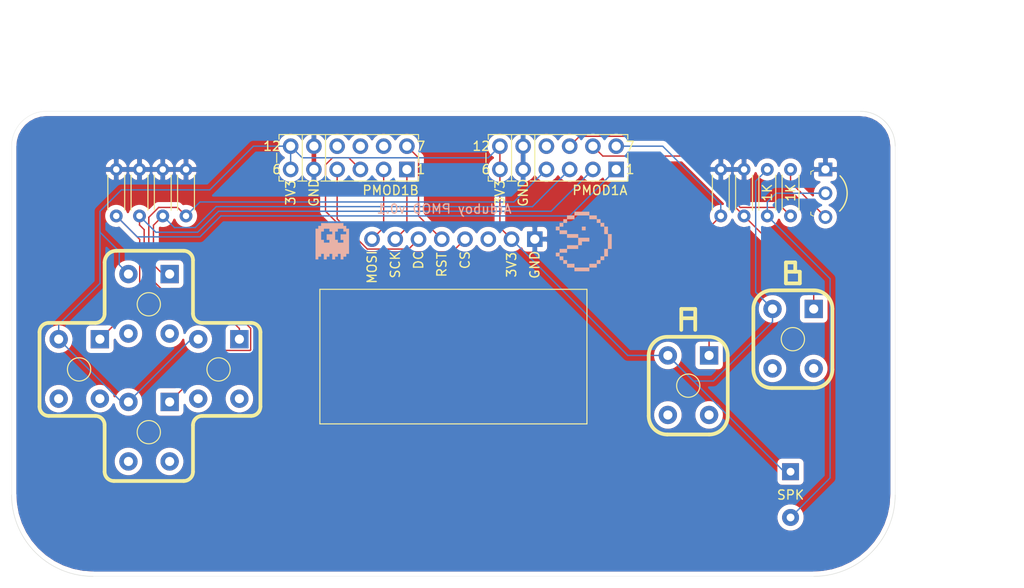
<source format=kicad_pcb>
(kicad_pcb (version 20171130) (host pcbnew 5.1.6-c6e7f7d~86~ubuntu20.04.1)

  (general
    (thickness 1.6)
    (drawings 68)
    (tracks 121)
    (zones 0)
    (modules 21)
    (nets 34)
  )

  (page A4)
  (title_block
    (title arduboy-pmod)
    (date 2020-05-13)
    (rev v0.1)
    (comment 3 "2020 (C) Sonal Pinto, sonalpinto@gmail.com")
    (comment 4 "License: CC-BY-SA V4.0")
  )

  (layers
    (0 F.Cu signal)
    (31 B.Cu signal)
    (33 F.Adhes user)
    (35 F.Paste user)
    (36 B.SilkS user)
    (37 F.SilkS user)
    (38 B.Mask user)
    (39 F.Mask user)
    (40 Dwgs.User user)
    (41 Cmts.User user)
    (42 Eco1.User user)
    (43 Eco2.User user)
    (44 Edge.Cuts user)
    (45 Margin user)
    (46 B.CrtYd user hide)
    (47 F.CrtYd user)
    (49 F.Fab user hide)
  )

  (setup
    (last_trace_width 0.1524)
    (user_trace_width 0.1524)
    (user_trace_width 0.254)
    (user_trace_width 0.508)
    (trace_clearance 0.1524)
    (zone_clearance 0.508)
    (zone_45_only yes)
    (trace_min 0.1524)
    (via_size 0.508)
    (via_drill 0.254)
    (via_min_size 0.508)
    (via_min_drill 0.254)
    (user_via 0.508 0.254)
    (user_via 0.762 0.381)
    (uvia_size 0.508)
    (uvia_drill 0.254)
    (uvias_allowed no)
    (uvia_min_size 0)
    (uvia_min_drill 0)
    (edge_width 0.05)
    (segment_width 0.2)
    (pcb_text_width 0.3)
    (pcb_text_size 1.5 1.5)
    (mod_edge_width 0.12)
    (mod_text_size 1 1)
    (mod_text_width 0.15)
    (pad_size 1.524 1.524)
    (pad_drill 0.762)
    (pad_to_mask_clearance 0.0508)
    (aux_axis_origin 0 0)
    (visible_elements FFFFFF7F)
    (pcbplotparams
      (layerselection 0x010f0_ffffffff)
      (usegerberextensions true)
      (usegerberattributes false)
      (usegerberadvancedattributes false)
      (creategerberjobfile false)
      (excludeedgelayer true)
      (linewidth 0.100000)
      (plotframeref false)
      (viasonmask false)
      (mode 1)
      (useauxorigin false)
      (hpglpennumber 1)
      (hpglpenspeed 20)
      (hpglpendiameter 15.000000)
      (psnegative false)
      (psa4output false)
      (plotreference true)
      (plotvalue false)
      (plotinvisibletext false)
      (padsonsilk false)
      (subtractmaskfromsilk false)
      (outputformat 1)
      (mirror false)
      (drillshape 0)
      (scaleselection 1)
      (outputdirectory "gerbers/"))
  )

  (net 0 "")
  (net 1 VCC)
  (net 2 GND)
  (net 3 "Net-(J1-Pad3)")
  (net 4 /RIGHT)
  (net 5 /LEFT)
  (net 6 "Net-(S1-Pad4)")
  (net 7 "Net-(S2-Pad4)")
  (net 8 /CS)
  (net 9 /RST)
  (net 10 /DC)
  (net 11 /SCK)
  (net 12 /MOSI)
  (net 13 "Net-(J2-Pad10)")
  (net 14 "Net-(J2-Pad9)")
  (net 15 "Net-(J2-Pad8)")
  (net 16 /A)
  (net 17 /B)
  (net 18 /UP)
  (net 19 /DOWN)
  (net 20 "Net-(J3-Pad10)")
  (net 21 "Net-(S1-Pad2)")
  (net 22 "Net-(S2-Pad2)")
  (net 23 "Net-(S3-Pad4)")
  (net 24 "Net-(S3-Pad2)")
  (net 25 "Net-(S4-Pad2)")
  (net 26 "Net-(S4-Pad4)")
  (net 27 "Net-(S5-Pad4)")
  (net 28 "Net-(S5-Pad2)")
  (net 29 "Net-(S6-Pad2)")
  (net 30 "Net-(S6-Pad4)")
  (net 31 /SPK)
  (net 32 "Net-(LS1-Pad2)")
  (net 33 "Net-(Q1-Pad3)")

  (net_class Default "This is the default net class."
    (clearance 0.1524)
    (trace_width 0.1524)
    (via_dia 0.508)
    (via_drill 0.254)
    (uvia_dia 0.508)
    (uvia_drill 0.254)
    (diff_pair_width 0.254)
    (diff_pair_gap 0.254)
    (add_net /A)
    (add_net /B)
    (add_net /CS)
    (add_net /DC)
    (add_net /DOWN)
    (add_net /LEFT)
    (add_net /MOSI)
    (add_net /RIGHT)
    (add_net /RST)
    (add_net /SCK)
    (add_net /SPK)
    (add_net /UP)
    (add_net GND)
    (add_net "Net-(J1-Pad3)")
    (add_net "Net-(J2-Pad10)")
    (add_net "Net-(J2-Pad8)")
    (add_net "Net-(J2-Pad9)")
    (add_net "Net-(J3-Pad10)")
    (add_net "Net-(LS1-Pad2)")
    (add_net "Net-(Q1-Pad3)")
    (add_net "Net-(S1-Pad2)")
    (add_net "Net-(S1-Pad4)")
    (add_net "Net-(S2-Pad2)")
    (add_net "Net-(S2-Pad4)")
    (add_net "Net-(S3-Pad2)")
    (add_net "Net-(S3-Pad4)")
    (add_net "Net-(S4-Pad2)")
    (add_net "Net-(S4-Pad4)")
    (add_net "Net-(S5-Pad2)")
    (add_net "Net-(S5-Pad4)")
    (add_net "Net-(S6-Pad2)")
    (add_net "Net-(S6-Pad4)")
    (add_net VCC)
  )

  (module arduboy-pmod:ghost (layer B.Cu) (tedit 0) (tstamp 5ED0DCDD)
    (at 134.112 65.024 180)
    (fp_text reference G*** (at 0 0) (layer B.SilkS) hide
      (effects (font (size 1.524 1.524) (thickness 0.3)) (justify mirror))
    )
    (fp_text value LOGO (at 0.75 0) (layer B.SilkS) hide
      (effects (font (size 1.524 1.524) (thickness 0.3)) (justify mirror))
    )
    (fp_poly (pts (xy 1.2446 1.7018) (xy 1.5494 1.7018) (xy 1.5494 1.397) (xy 1.8542 1.397)
      (xy 1.8542 -1.9558) (xy 1.5494 -1.9558) (xy 1.5494 -1.651) (xy 1.2446 -1.651)
      (xy 1.2446 -1.3462) (xy 0.9398 -1.3462) (xy 0.9398 -1.9558) (xy 0.635 -1.9558)
      (xy 0.635 -1.651) (xy 0.3302 -1.651) (xy 0.3302 -1.3462) (xy 0.0254 -1.3462)
      (xy 0.0254 -1.9558) (xy -0.2794 -1.9558) (xy -0.2794 -1.651) (xy -0.5842 -1.651)
      (xy -0.5842 -1.3462) (xy -0.889 -1.3462) (xy -0.889 -1.9558) (xy -1.1938 -1.9558)
      (xy -1.1938 -1.651) (xy -1.4986 -1.651) (xy -1.4986 -1.3462) (xy -1.8034 -1.3462)
      (xy -1.8034 1.0922) (xy -1.4986 1.0922) (xy -1.4986 0.7874) (xy -0.889 0.7874)
      (xy -0.889 0.1778) (xy -1.1938 0.1778) (xy -1.1938 -0.127) (xy -0.5842 -0.127)
      (xy -0.5842 0.1778) (xy -0.2794 0.1778) (xy -0.2794 1.0922) (xy 0.0254 1.0922)
      (xy 0.0254 0.7874) (xy 0.635 0.7874) (xy 0.635 0.1778) (xy 0.3302 0.1778)
      (xy 0.3302 -0.127) (xy 0.9398 -0.127) (xy 0.9398 0.1778) (xy 1.2446 0.1778)
      (xy 1.2446 1.0922) (xy 0.9398 1.0922) (xy 0.9398 1.397) (xy 0.3302 1.397)
      (xy 0.3302 1.0922) (xy 0.0254 1.0922) (xy -0.2794 1.0922) (xy -0.5842 1.0922)
      (xy -0.5842 1.397) (xy -1.1938 1.397) (xy -1.1938 1.0922) (xy -1.4986 1.0922)
      (xy -1.8034 1.0922) (xy -1.8034 1.397) (xy -1.4986 1.397) (xy -1.4986 1.7018)
      (xy -1.1938 1.7018) (xy -1.1938 2.0066) (xy 1.2446 2.0066) (xy 1.2446 1.7018)) (layer B.SilkS) (width 0.01))
  )

  (module arduboy-pmod:pacman (layer B.Cu) (tedit 0) (tstamp 5ED0DBCA)
    (at 161.29 65.024 180)
    (fp_text reference G*** (at 0 0) (layer B.SilkS) hide
      (effects (font (size 1.524 1.524) (thickness 0.3)) (justify mirror))
    )
    (fp_text value LOGO (at 0.75 0) (layer B.SilkS) hide
      (effects (font (size 1.524 1.524) (thickness 0.3)) (justify mirror))
    )
    (fp_poly (pts (xy 0.745066 2.4384) (xy 0.745066 2.8448) (xy 1.557867 2.8448) (xy 1.557867 2.4384)
      (xy 0.745066 2.4384)) (layer B.SilkS) (width 0.01))
    (fp_poly (pts (xy -0.880533 3.2512) (xy 0.745066 3.2512) (xy 0.745066 2.8448) (xy -0.880533 2.8448)
      (xy -0.880533 3.2512)) (layer B.SilkS) (width 0.01))
    (fp_poly (pts (xy -1.693333 2.8448) (xy -0.880533 2.8448) (xy -0.880533 2.4384) (xy -1.693333 2.4384)
      (xy -1.693333 2.8448)) (layer B.SilkS) (width 0.01))
    (fp_poly (pts (xy -2.099733 2.4384) (xy -1.693333 2.4384) (xy -1.693333 2.032) (xy -2.099733 2.032)
      (xy -2.099733 2.4384)) (layer B.SilkS) (width 0.01))
    (fp_poly (pts (xy -2.506133 2.032) (xy -2.099733 2.032) (xy -2.099733 1.6256) (xy -2.506133 1.6256)
      (xy -2.506133 2.032)) (layer B.SilkS) (width 0.01))
    (fp_poly (pts (xy -2.912533 1.6256) (xy -2.506133 1.6256) (xy -2.506133 0.8128) (xy -2.912533 0.8128)
      (xy -2.912533 1.6256)) (layer B.SilkS) (width 0.01))
    (fp_poly (pts (xy -3.318933 -0.8128) (xy -3.318933 0.8128) (xy -2.912533 0.8128) (xy -2.912533 -0.8128)
      (xy -3.318933 -0.8128)) (layer B.SilkS) (width 0.01))
    (fp_poly (pts (xy -2.912533 -1.6256) (xy -2.912533 -0.8128) (xy -2.506133 -0.8128) (xy -2.506133 -1.6256)
      (xy -2.912533 -1.6256)) (layer B.SilkS) (width 0.01))
    (fp_poly (pts (xy -2.506133 -2.032) (xy -2.506133 -1.6256) (xy -2.099733 -1.6256) (xy -2.099733 -2.032)
      (xy -2.506133 -2.032)) (layer B.SilkS) (width 0.01))
    (fp_poly (pts (xy -2.099733 -2.4384) (xy -2.099733 -2.032) (xy -1.693333 -2.032) (xy -1.693333 -2.4384)
      (xy -2.099733 -2.4384)) (layer B.SilkS) (width 0.01))
    (fp_poly (pts (xy -1.693333 -2.8448) (xy -1.693333 -2.4384) (xy -0.880533 -2.4384) (xy -0.880533 -2.8448)
      (xy -1.693333 -2.8448)) (layer B.SilkS) (width 0.01))
    (fp_poly (pts (xy 0.745066 -3.2512) (xy -0.880533 -3.2512) (xy -0.880533 -2.8448) (xy 0.745066 -2.8448)
      (xy 0.745066 -3.2512)) (layer B.SilkS) (width 0.01))
    (fp_poly (pts (xy 1.557867 -2.8448) (xy 0.745066 -2.8448) (xy 0.745066 -2.4384) (xy 1.557867 -2.4384)
      (xy 1.557867 -2.8448)) (layer B.SilkS) (width 0.01))
    (fp_poly (pts (xy 1.964267 -2.4384) (xy 1.557867 -2.4384) (xy 1.557867 -2.032) (xy 1.964267 -2.032)
      (xy 1.964267 -2.4384)) (layer B.SilkS) (width 0.01))
    (fp_poly (pts (xy 2.370667 -2.032) (xy 1.964267 -2.032) (xy 1.964267 -1.6256) (xy 2.370667 -1.6256)
      (xy 2.370667 -2.032)) (layer B.SilkS) (width 0.01))
    (fp_poly (pts (xy 2.777067 -1.2192) (xy 2.777067 -1.6256) (xy 2.370667 -1.6256) (xy 2.370667 -1.2192)
      (xy 2.777067 -1.2192)) (layer B.SilkS) (width 0.01))
    (fp_poly (pts (xy 2.370667 -0.8128) (xy 2.370667 -1.2192) (xy 1.557867 -1.2192) (xy 1.557867 -0.8128)
      (xy 2.370667 -0.8128)) (layer B.SilkS) (width 0.01))
    (fp_poly (pts (xy 1.557867 -0.4064) (xy 1.557867 -0.8128) (xy 0.338666 -0.8128) (xy 0.338666 -0.4064)
      (xy 1.557867 -0.4064)) (layer B.SilkS) (width 0.01))
    (fp_poly (pts (xy 0.338666 -0.4064) (xy -0.067733 -0.4064) (xy -0.067733 0) (xy -0.880533 0)
      (xy -0.880533 0.4064) (xy 0.338666 0.4064) (xy 0.338666 -0.4064)) (layer B.SilkS) (width 0.01))
    (fp_poly (pts (xy 1.557867 0.4064) (xy 0.338666 0.4064) (xy 0.338666 0.8128) (xy 1.557867 0.8128)
      (xy 1.557867 0.4064)) (layer B.SilkS) (width 0.01))
    (fp_poly (pts (xy 2.370667 0.8128) (xy 1.557867 0.8128) (xy 1.557867 1.2192) (xy 2.370667 1.2192)
      (xy 2.370667 0.8128)) (layer B.SilkS) (width 0.01))
    (fp_poly (pts (xy 2.777067 1.6256) (xy 2.777067 1.2192) (xy 2.370667 1.2192) (xy 2.370667 1.6256)
      (xy 2.777067 1.6256)) (layer B.SilkS) (width 0.01))
    (fp_poly (pts (xy 2.370667 2.032) (xy 2.370667 1.6256) (xy 1.964267 1.6256) (xy 1.964267 2.032)
      (xy 2.370667 2.032)) (layer B.SilkS) (width 0.01))
    (fp_poly (pts (xy 1.964267 2.4384) (xy 1.964267 2.032) (xy 1.557867 2.032) (xy 1.557867 2.4384)
      (xy 1.964267 2.4384)) (layer B.SilkS) (width 0.01))
    (fp_poly (pts (xy -0.067733 1.2192) (xy -0.474133 1.2192) (xy -0.474133 1.6256) (xy -0.067733 1.6256)
      (xy -0.067733 1.2192)) (layer B.SilkS) (width 0.01))
  )

  (module arduboy-pmod:Adafruit_SSD1306 (layer F.Cu) (tedit 5ECFE102) (tstamp 5EBD1B3D)
    (at 138.43 64.77)
    (descr "Adafruit SSD1306 OLED 1.3 inch 128x64 I2C & SPI https://learn.adafruit.com/monochrome-oled-breakouts/downloads")
    (tags "Adafruit SSD1306 OLED 1.3 inch 128x64 I2C & SPI ")
    (path /5EC3F1C9)
    (fp_text reference J1 (at 8.89 -5) (layer F.SilkS) hide
      (effects (font (size 1 1) (thickness 0.15)))
    )
    (fp_text value Conn_01x08 (at 8.89 30) (layer F.Fab)
      (effects (font (size 1 1) (thickness 0.15)))
    )
    (fp_line (start -0.78 -3.048) (end 0 -2.268) (layer F.Fab) (width 0.1))
    (fp_line (start -5.698 20.176) (end 23.478 20.176) (layer F.SilkS) (width 0.12))
    (fp_line (start -5.588 5.588) (end 23.368 5.588) (layer F.Fab) (width 0.1))
    (fp_line (start -5.588 5.588) (end -5.588 20.066) (layer F.Fab) (width 0.1))
    (fp_line (start -8.636 0) (end -8.636 29.464) (layer F.Fab) (width 0.1))
    (fp_line (start -2.54 26.416) (end -2.54 30.814) (layer F.Fab) (width 0.1))
    (fp_line (start -4.238 32.512) (end -5.59 32.512) (layer F.Fab) (width 0.1))
    (fp_line (start 23.368 5.588) (end 23.368 20.066) (layer F.Fab) (width 0.1))
    (fp_line (start -5.588 20.066) (end 23.368 20.066) (layer F.Fab) (width 0.1))
    (fp_line (start 26.416 0) (end 26.416 29.464) (layer F.Fab) (width 0.1))
    (fp_line (start -5.698 5.478) (end -5.698 20.176) (layer F.SilkS) (width 0.12))
    (fp_line (start 23.478 5.478) (end 23.478 20.176) (layer F.SilkS) (width 0.12))
    (fp_line (start -5.698 5.478) (end 23.478 5.478) (layer F.SilkS) (width 0.12))
    (fp_line (start 23.368 -3.048) (end -5.588 -3.048) (layer F.Fab) (width 0.1))
    (fp_line (start 22.018 32.512) (end 23.37 32.512) (layer F.Fab) (width 0.1))
    (fp_line (start 20.32 26.416) (end 20.32 30.814) (layer F.Fab) (width 0.1))
    (fp_line (start -2.54 26.416) (end 20.32 26.416) (layer F.Fab) (width 0.1))
    (fp_line (start 0 -2.268) (end 0.78 -3.048) (layer F.Fab) (width 0.1))
    (fp_line (start 20.07 26.68) (end 20.07 30.82) (layer F.CrtYd) (width 0.05))
    (fp_line (start 23.37 -3.3) (end -5.59 -3.3) (layer F.CrtYd) (width 0.05))
    (fp_line (start -4.24 32.77) (end -5.59 32.77) (layer F.CrtYd) (width 0.05))
    (fp_line (start -2.29 26.68) (end 20.07 26.68) (layer F.CrtYd) (width 0.05))
    (fp_line (start 26.67 0) (end 26.67 29.47) (layer F.CrtYd) (width 0.05))
    (fp_line (start -8.89 0) (end -8.89 29.47) (layer F.CrtYd) (width 0.05))
    (fp_line (start 22.02 32.77) (end 23.37 32.77) (layer F.CrtYd) (width 0.05))
    (fp_line (start -2.29 26.68) (end -2.29 30.82) (layer F.CrtYd) (width 0.05))
    (fp_text user GND (at 17.78 2.794 90) (layer F.SilkS)
      (effects (font (size 1 1) (thickness 0.15)))
    )
    (fp_text user 3V3 (at 15.24 2.794 90) (layer F.SilkS)
      (effects (font (size 1 1) (thickness 0.15)))
    )
    (fp_text user CS (at 10.16 2.286 90) (layer F.SilkS)
      (effects (font (size 1 1) (thickness 0.15)))
    )
    (fp_text user RST (at 7.62 2.794 90) (layer F.SilkS)
      (effects (font (size 1 1) (thickness 0.15)))
    )
    (fp_text user DC (at 5.08 2.286 90) (layer F.SilkS)
      (effects (font (size 1 1) (thickness 0.15)))
    )
    (fp_text user SCK (at 2.54 2.794 90) (layer F.SilkS)
      (effects (font (size 1 1) (thickness 0.15)))
    )
    (fp_text user MOSI (at 0 3.048 90) (layer F.SilkS)
      (effects (font (size 1 1) (thickness 0.15)))
    )
    (fp_arc (start -4.24 30.82) (end -2.29 30.82) (angle 90) (layer F.CrtYd) (width 0.05))
    (fp_arc (start -5.59 29.47) (end -5.59 32.77) (angle 90) (layer F.CrtYd) (width 0.05))
    (fp_arc (start -5.59 0) (end -5.59 -3.3) (angle -90) (layer F.CrtYd) (width 0.05))
    (fp_arc (start 23.37 29.47) (end 23.37 32.77) (angle -90) (layer F.CrtYd) (width 0.05))
    (fp_arc (start 23.37 0) (end 23.37 -3.3) (angle 90) (layer F.CrtYd) (width 0.05))
    (fp_arc (start 22.02 30.82) (end 20.07 30.82) (angle -90) (layer F.CrtYd) (width 0.05))
    (fp_arc (start 22.018 30.814) (end 20.32 30.812) (angle -90) (layer F.Fab) (width 0.1))
    (fp_arc (start 23.368 29.464) (end 26.416 29.464) (angle 90) (layer F.Fab) (width 0.1))
    (fp_arc (start 23.368 0) (end 23.368 -3.048) (angle 90) (layer F.Fab) (width 0.1))
    (fp_arc (start -4.238 30.814) (end -2.54 30.812) (angle 90) (layer F.Fab) (width 0.1))
    (fp_arc (start -5.588 29.464) (end -8.636 29.462) (angle -90) (layer F.Fab) (width 0.1))
    (fp_arc (start -5.588 0) (end -5.59 -3.048) (angle -90) (layer F.Fab) (width 0.1))
    (fp_text user %R (at 8.89 14.732) (layer F.Fab)
      (effects (font (size 1 1) (thickness 0.15)))
    )
    (pad 1 thru_hole rect (at 17.78 0) (size 1.7 1.7) (drill 1) (layers *.Cu *.Mask)
      (net 2 GND))
    (pad 2 thru_hole circle (at 15.24 0) (size 1.7 1.7) (drill 1) (layers *.Cu *.Mask)
      (net 1 VCC))
    (pad 3 thru_hole circle (at 12.7 0) (size 1.7 1.7) (drill 1) (layers *.Cu *.Mask)
      (net 3 "Net-(J1-Pad3)"))
    (pad 4 thru_hole circle (at 10.16 0) (size 1.7 1.7) (drill 1) (layers *.Cu *.Mask)
      (net 8 /CS))
    (pad 5 thru_hole circle (at 7.62 0) (size 1.7 1.7) (drill 1) (layers *.Cu *.Mask)
      (net 9 /RST))
    (pad 6 thru_hole circle (at 5.08 0) (size 1.7 1.7) (drill 1) (layers *.Cu *.Mask)
      (net 10 /DC))
    (pad 7 thru_hole circle (at 2.54 0) (size 1.7 1.7) (drill 1) (layers *.Cu *.Mask)
      (net 11 /SCK))
    (pad 8 thru_hole circle (at 0 0) (size 1.7 1.7) (drill 1) (layers *.Cu *.Mask)
      (net 12 /MOSI))
    (model ${KISYS3DMOD}/Display.3dshapes/Adafruit_SSD1306.wrl
      (at (xyz 0 0 0))
      (scale (xyz 1 1 1))
      (rotate (xyz 0 0 0))
    )
  )

  (module arduboy-pmod:Switch_Tactile_THT_B3F-1xxx_nosilk (layer F.Cu) (tedit 5ECFE0A7) (tstamp 5EBD2F24)
    (at 186.69 72.39 270)
    (descr http://www.omron.com/ecb/products/pdf/en-b3f.pdf)
    (path /5EBED9E8)
    (fp_text reference S6 (at 3.2512 -2.2094 90) (layer F.SilkS) hide
      (effects (font (size 1 1) (thickness 0.15)))
    )
    (fp_text value B3F-1020 (at 3.2512 7.1006 90) (layer F.Fab)
      (effects (font (size 1 1) (thickness 0.15)))
    )
    (fp_circle (center 3.302 2.286) (end 4.064 1.27) (layer F.SilkS) (width 0.12))
    (fp_line (start 7.7512 -1.2394) (end 7.7512 5.7606) (layer F.CrtYd) (width 0.05))
    (fp_line (start -1.2488 5.7606) (end -1.2488 -1.2394) (layer F.CrtYd) (width 0.05))
    (fp_line (start -1.2488 5.7606) (end 7.7512 5.7606) (layer F.CrtYd) (width 0.05))
    (fp_line (start -1.2488 -1.2394) (end 7.7512 -1.2394) (layer F.CrtYd) (width 0.05))
    (fp_line (start 6.2512 5.2606) (end 6.2512 -0.7394) (layer F.Fab) (width 0.1))
    (fp_line (start 0.2512 -0.7394) (end 0.2512 5.2606) (layer F.Fab) (width 0.1))
    (fp_line (start 0.2512 5.2606) (end 6.2512 5.2606) (layer F.Fab) (width 0.1))
    (fp_line (start 0.2512 -0.7394) (end 6.2512 -0.7394) (layer F.Fab) (width 0.1))
    (fp_text user %R (at 3.2512 2.2606 90) (layer F.Fab)
      (effects (font (size 1 1) (thickness 0.15)))
    )
    (pad 4 thru_hole circle (at 6.5012 4.5106 270) (size 2 2) (drill 1) (layers *.Cu *.Mask)
      (net 30 "Net-(S6-Pad4)"))
    (pad 3 thru_hole circle (at 0.0012 4.5106 270) (size 2 2) (drill 1) (layers *.Cu *.Mask)
      (net 1 VCC))
    (pad 2 thru_hole circle (at 6.5012 0.0106 270) (size 2 2) (drill 1) (layers *.Cu *.Mask)
      (net 29 "Net-(S6-Pad2)"))
    (pad 1 thru_hole rect (at 0.0012 0.0106 270) (size 2 2) (drill 1) (layers *.Cu *.Mask)
      (net 17 /B))
  )

  (module digikey-footprints:Piezo_Transducer_THT_PS1240P02BT (layer F.Cu) (tedit 5ECFE300) (tstamp 5EBE1FA7)
    (at 184.15 90.17)
    (path /5EBEE8FB)
    (fp_text reference LS1 (at 0.075 -4.75) (layer F.SilkS) hide
      (effects (font (size 1 1) (thickness 0.15)))
    )
    (fp_text value Speaker (at 0.575 9.825) (layer F.Fab)
      (effects (font (size 1 1) (thickness 0.15)))
    )
    (fp_circle (center 0 2.5) (end 0 9) (layer F.CrtYd) (width 0.05))
    (fp_circle (center 0 2.5) (end 0 8.75) (layer F.Fab) (width 0.1))
    (fp_text user %R (at -0.1 2.75) (layer F.Fab)
      (effects (font (size 1 1) (thickness 0.15)))
    )
    (pad 2 thru_hole circle (at 0 5) (size 1.85 1.85) (drill 0.85) (layers *.Cu *.Mask)
      (net 32 "Net-(LS1-Pad2)"))
    (pad 1 thru_hole rect (at 0 0) (size 1.85 1.85) (drill 0.85) (layers *.Cu *.Mask)
      (net 1 VCC))
  )

  (module arduboy-pmod:Switch_Tactile_THT_B3F-1xxx_nosilk (layer F.Cu) (tedit 5ECFE0A7) (tstamp 5EBD2FFB)
    (at 175.26 77.47 270)
    (descr http://www.omron.com/ecb/products/pdf/en-b3f.pdf)
    (path /5EBE8737)
    (fp_text reference S5 (at 3.2512 -2.2094 90) (layer F.SilkS) hide
      (effects (font (size 1 1) (thickness 0.15)))
    )
    (fp_text value B3F-1020 (at 3.2512 7.1006 90) (layer F.Fab)
      (effects (font (size 1 1) (thickness 0.15)))
    )
    (fp_circle (center 3.302 2.286) (end 4.064 1.27) (layer F.SilkS) (width 0.12))
    (fp_line (start 7.7512 -1.2394) (end 7.7512 5.7606) (layer F.CrtYd) (width 0.05))
    (fp_line (start -1.2488 5.7606) (end -1.2488 -1.2394) (layer F.CrtYd) (width 0.05))
    (fp_line (start -1.2488 5.7606) (end 7.7512 5.7606) (layer F.CrtYd) (width 0.05))
    (fp_line (start -1.2488 -1.2394) (end 7.7512 -1.2394) (layer F.CrtYd) (width 0.05))
    (fp_line (start 6.2512 5.2606) (end 6.2512 -0.7394) (layer F.Fab) (width 0.1))
    (fp_line (start 0.2512 -0.7394) (end 0.2512 5.2606) (layer F.Fab) (width 0.1))
    (fp_line (start 0.2512 5.2606) (end 6.2512 5.2606) (layer F.Fab) (width 0.1))
    (fp_line (start 0.2512 -0.7394) (end 6.2512 -0.7394) (layer F.Fab) (width 0.1))
    (fp_text user %R (at 3.2512 2.2606 90) (layer F.Fab)
      (effects (font (size 1 1) (thickness 0.15)))
    )
    (pad 4 thru_hole circle (at 6.5012 4.5106 270) (size 2 2) (drill 1) (layers *.Cu *.Mask)
      (net 27 "Net-(S5-Pad4)"))
    (pad 3 thru_hole circle (at 0.0012 4.5106 270) (size 2 2) (drill 1) (layers *.Cu *.Mask)
      (net 1 VCC))
    (pad 2 thru_hole circle (at 6.5012 0.0106 270) (size 2 2) (drill 1) (layers *.Cu *.Mask)
      (net 28 "Net-(S5-Pad2)"))
    (pad 1 thru_hole rect (at 0.0012 0.0106 270) (size 2 2) (drill 1) (layers *.Cu *.Mask)
      (net 16 /A))
  )

  (module arduboy-pmod:Switch_Tactile_THT_B3F-1xxx_nosilk (layer F.Cu) (tedit 5ECFE0A7) (tstamp 5EBD1CC5)
    (at 116.332 82.55 270)
    (descr http://www.omron.com/ecb/products/pdf/en-b3f.pdf)
    (path /5EBE2937)
    (fp_text reference S4 (at 3.2512 -2.2094 90) (layer F.SilkS) hide
      (effects (font (size 1 1) (thickness 0.15)))
    )
    (fp_text value B3F-1020 (at 3.2512 7.1006 90) (layer F.Fab)
      (effects (font (size 1 1) (thickness 0.15)))
    )
    (fp_circle (center 3.302 2.286) (end 4.064 1.27) (layer F.SilkS) (width 0.12))
    (fp_line (start 7.7512 -1.2394) (end 7.7512 5.7606) (layer F.CrtYd) (width 0.05))
    (fp_line (start -1.2488 5.7606) (end -1.2488 -1.2394) (layer F.CrtYd) (width 0.05))
    (fp_line (start -1.2488 5.7606) (end 7.7512 5.7606) (layer F.CrtYd) (width 0.05))
    (fp_line (start -1.2488 -1.2394) (end 7.7512 -1.2394) (layer F.CrtYd) (width 0.05))
    (fp_line (start 6.2512 5.2606) (end 6.2512 -0.7394) (layer F.Fab) (width 0.1))
    (fp_line (start 0.2512 -0.7394) (end 0.2512 5.2606) (layer F.Fab) (width 0.1))
    (fp_line (start 0.2512 5.2606) (end 6.2512 5.2606) (layer F.Fab) (width 0.1))
    (fp_line (start 0.2512 -0.7394) (end 6.2512 -0.7394) (layer F.Fab) (width 0.1))
    (fp_text user %R (at 3.2512 2.2606 90) (layer F.Fab)
      (effects (font (size 1 1) (thickness 0.15)))
    )
    (pad 4 thru_hole circle (at 6.5012 4.5106 270) (size 2 2) (drill 1) (layers *.Cu *.Mask)
      (net 26 "Net-(S4-Pad4)"))
    (pad 3 thru_hole circle (at 0.0012 4.5106 270) (size 2 2) (drill 1) (layers *.Cu *.Mask)
      (net 1 VCC))
    (pad 2 thru_hole circle (at 6.5012 0.0106 270) (size 2 2) (drill 1) (layers *.Cu *.Mask)
      (net 25 "Net-(S4-Pad2)"))
    (pad 1 thru_hole rect (at 0.0012 0.0106 270) (size 2 2) (drill 1) (layers *.Cu *.Mask)
      (net 19 /DOWN))
  )

  (module arduboy-pmod:Switch_Tactile_THT_B3F-1xxx_nosilk (layer F.Cu) (tedit 5ECFE0A7) (tstamp 5EBD31CF)
    (at 116.332 68.58 270)
    (descr http://www.omron.com/ecb/products/pdf/en-b3f.pdf)
    (path /5ECECEBF)
    (fp_text reference S3 (at 3.2512 -2.2094 90) (layer F.SilkS) hide
      (effects (font (size 1 1) (thickness 0.15)))
    )
    (fp_text value B3F-1020 (at 3.2512 7.1006 90) (layer F.Fab)
      (effects (font (size 1 1) (thickness 0.15)))
    )
    (fp_circle (center 3.302 2.286) (end 4.064 1.27) (layer F.SilkS) (width 0.12))
    (fp_line (start 7.7512 -1.2394) (end 7.7512 5.7606) (layer F.CrtYd) (width 0.05))
    (fp_line (start -1.2488 5.7606) (end -1.2488 -1.2394) (layer F.CrtYd) (width 0.05))
    (fp_line (start -1.2488 5.7606) (end 7.7512 5.7606) (layer F.CrtYd) (width 0.05))
    (fp_line (start -1.2488 -1.2394) (end 7.7512 -1.2394) (layer F.CrtYd) (width 0.05))
    (fp_line (start 6.2512 5.2606) (end 6.2512 -0.7394) (layer F.Fab) (width 0.1))
    (fp_line (start 0.2512 -0.7394) (end 0.2512 5.2606) (layer F.Fab) (width 0.1))
    (fp_line (start 0.2512 5.2606) (end 6.2512 5.2606) (layer F.Fab) (width 0.1))
    (fp_line (start 0.2512 -0.7394) (end 6.2512 -0.7394) (layer F.Fab) (width 0.1))
    (fp_text user %R (at 3.2512 2.2606 90) (layer F.Fab)
      (effects (font (size 1 1) (thickness 0.15)))
    )
    (pad 4 thru_hole circle (at 6.5012 4.5106 270) (size 2 2) (drill 1) (layers *.Cu *.Mask)
      (net 23 "Net-(S3-Pad4)"))
    (pad 3 thru_hole circle (at 0.0012 4.5106 270) (size 2 2) (drill 1) (layers *.Cu *.Mask)
      (net 1 VCC))
    (pad 2 thru_hole circle (at 6.5012 0.0106 270) (size 2 2) (drill 1) (layers *.Cu *.Mask)
      (net 24 "Net-(S3-Pad2)"))
    (pad 1 thru_hole rect (at 0.0012 0.0106 270) (size 2 2) (drill 1) (layers *.Cu *.Mask)
      (net 18 /UP))
  )

  (module arduboy-pmod:Switch_Tactile_THT_B3F-1xxx_nosilk (layer F.Cu) (tedit 5ECFE0A7) (tstamp 5EBD5379)
    (at 123.952 75.692 270)
    (descr http://www.omron.com/ecb/products/pdf/en-b3f.pdf)
    (path /5ECECE98)
    (fp_text reference S2 (at 3.2512 -2.2094 90) (layer F.SilkS) hide
      (effects (font (size 1 1) (thickness 0.15)))
    )
    (fp_text value B3F-1020 (at 3.2512 7.1006 90) (layer F.Fab)
      (effects (font (size 1 1) (thickness 0.15)))
    )
    (fp_circle (center 3.302 2.286) (end 4.064 1.27) (layer F.SilkS) (width 0.12))
    (fp_line (start 7.7512 -1.2394) (end 7.7512 5.7606) (layer F.CrtYd) (width 0.05))
    (fp_line (start -1.2488 5.7606) (end -1.2488 -1.2394) (layer F.CrtYd) (width 0.05))
    (fp_line (start -1.2488 5.7606) (end 7.7512 5.7606) (layer F.CrtYd) (width 0.05))
    (fp_line (start -1.2488 -1.2394) (end 7.7512 -1.2394) (layer F.CrtYd) (width 0.05))
    (fp_line (start 6.2512 5.2606) (end 6.2512 -0.7394) (layer F.Fab) (width 0.1))
    (fp_line (start 0.2512 -0.7394) (end 0.2512 5.2606) (layer F.Fab) (width 0.1))
    (fp_line (start 0.2512 5.2606) (end 6.2512 5.2606) (layer F.Fab) (width 0.1))
    (fp_line (start 0.2512 -0.7394) (end 6.2512 -0.7394) (layer F.Fab) (width 0.1))
    (fp_text user %R (at 3.2512 2.2606 90) (layer F.Fab)
      (effects (font (size 1 1) (thickness 0.15)))
    )
    (pad 4 thru_hole circle (at 6.5012 4.5106 270) (size 2 2) (drill 1) (layers *.Cu *.Mask)
      (net 7 "Net-(S2-Pad4)"))
    (pad 3 thru_hole circle (at 0.0012 4.5106 270) (size 2 2) (drill 1) (layers *.Cu *.Mask)
      (net 1 VCC))
    (pad 2 thru_hole circle (at 6.5012 0.0106 270) (size 2 2) (drill 1) (layers *.Cu *.Mask)
      (net 22 "Net-(S2-Pad2)"))
    (pad 1 thru_hole rect (at 0.0012 0.0106 270) (size 2 2) (drill 1) (layers *.Cu *.Mask)
      (net 4 /RIGHT))
  )

  (module arduboy-pmod:Switch_Tactile_THT_B3F-1xxx_nosilk (layer F.Cu) (tedit 5ECFE0A7) (tstamp 5EBD1C80)
    (at 108.712 75.692 270)
    (descr http://www.omron.com/ecb/products/pdf/en-b3f.pdf)
    (path /5ECECE71)
    (fp_text reference S1 (at 3.2512 -2.2094 90) (layer F.SilkS) hide
      (effects (font (size 1 1) (thickness 0.15)))
    )
    (fp_text value B3F-1020 (at 3.2512 7.1006 90) (layer F.Fab)
      (effects (font (size 1 1) (thickness 0.15)))
    )
    (fp_circle (center 3.302 2.286) (end 4.064 1.27) (layer F.SilkS) (width 0.12))
    (fp_line (start 7.7512 -1.2394) (end 7.7512 5.7606) (layer F.CrtYd) (width 0.05))
    (fp_line (start -1.2488 5.7606) (end -1.2488 -1.2394) (layer F.CrtYd) (width 0.05))
    (fp_line (start -1.2488 5.7606) (end 7.7512 5.7606) (layer F.CrtYd) (width 0.05))
    (fp_line (start -1.2488 -1.2394) (end 7.7512 -1.2394) (layer F.CrtYd) (width 0.05))
    (fp_line (start 6.2512 5.2606) (end 6.2512 -0.7394) (layer F.Fab) (width 0.1))
    (fp_line (start 0.2512 -0.7394) (end 0.2512 5.2606) (layer F.Fab) (width 0.1))
    (fp_line (start 0.2512 5.2606) (end 6.2512 5.2606) (layer F.Fab) (width 0.1))
    (fp_line (start 0.2512 -0.7394) (end 6.2512 -0.7394) (layer F.Fab) (width 0.1))
    (fp_text user %R (at 3.2512 2.2606 90) (layer F.Fab)
      (effects (font (size 1 1) (thickness 0.15)))
    )
    (pad 4 thru_hole circle (at 6.5012 4.5106 270) (size 2 2) (drill 1) (layers *.Cu *.Mask)
      (net 6 "Net-(S1-Pad4)"))
    (pad 3 thru_hole circle (at 0.0012 4.5106 270) (size 2 2) (drill 1) (layers *.Cu *.Mask)
      (net 1 VCC))
    (pad 2 thru_hole circle (at 6.5012 0.0106 270) (size 2 2) (drill 1) (layers *.Cu *.Mask)
      (net 21 "Net-(S1-Pad2)"))
    (pad 1 thru_hole rect (at 0.0012 0.0106 270) (size 2 2) (drill 1) (layers *.Cu *.Mask)
      (net 5 /LEFT))
  )

  (module digikey-footprints:TO-92-3_Formed_Leads (layer F.Cu) (tedit 5AF4B307) (tstamp 5EBE1FBD)
    (at 187.96 57.15 270)
    (descr http://www.ti.com/lit/ds/symlink/tl431a.pdf)
    (path /5EBEDC01)
    (fp_text reference Q1 (at 2.6 -3.35 90) (layer F.SilkS) hide
      (effects (font (size 1 1) (thickness 0.15)))
    )
    (fp_text value Q_NPN_ECB (at 2.6 2.5 90) (layer F.Fab)
      (effects (font (size 1 1) (thickness 0.15)))
    )
    (fp_line (start 4.9 1.5) (end 0.3 1.5) (layer F.Fab) (width 0.15))
    (fp_line (start -1 -2.5) (end 6.2 -2.5) (layer F.CrtYd) (width 0.05))
    (fp_line (start -1 1.7) (end 6.2 1.7) (layer F.CrtYd) (width 0.05))
    (fp_line (start -1 1.75) (end -1 -2.5) (layer F.CrtYd) (width 0.05))
    (fp_line (start 6.2 1.75) (end 6.2 -2.5) (layer F.CrtYd) (width 0.05))
    (fp_line (start 4.95 1.6) (end 5.1 1.3) (layer F.SilkS) (width 0.1))
    (fp_line (start 4.95 1.6) (end 4.65 1.6) (layer F.SilkS) (width 0.1))
    (fp_line (start 0.55 1.6) (end 0.25 1.6) (layer F.SilkS) (width 0.1))
    (fp_line (start 0.25 1.6) (end 0.1 1.3) (layer F.SilkS) (width 0.1))
    (fp_text user %R (at 2.6 -1.25 270) (layer F.Fab)
      (effects (font (size 0.75 0.75) (thickness 0.15)))
    )
    (fp_arc (start 2.6 0.3) (end 2.6 -2.3) (angle 90) (layer F.Fab) (width 0.15))
    (fp_arc (start 2.6 0.3) (end 0 0.3) (angle 90) (layer F.Fab) (width 0.15))
    (fp_arc (start 2.6 0.3) (end 3.8 -2) (angle 90) (layer F.Fab) (width 0.15))
    (fp_arc (start 2.6 0.3) (end 0.3 1.5) (angle 90) (layer F.Fab) (width 0.15))
    (fp_arc (start 2.6 0.35) (end 0.7 -1.6) (angle 90) (layer F.SilkS) (width 0.15))
    (pad 1 thru_hole rect (at 0 0 90) (size 1.5 1.5) (drill 0.9) (layers *.Cu *.Mask)
      (net 2 GND))
    (pad 3 thru_hole circle (at 5.2 0 90) (size 1.5 1.5) (drill 0.9) (layers *.Cu *.Mask)
      (net 33 "Net-(Q1-Pad3)"))
    (pad 2 thru_hole circle (at 2.6 0 90) (size 1.5 1.5) (drill 0.9) (layers *.Cu *.Mask)
      (net 32 "Net-(LS1-Pad2)"))
  )

  (module arduboy-pmod:PMODHeader_2x6_2.54mm_Horizontal_Mirrored (layer F.Cu) (tedit 5EBCE74B) (tstamp 5EBD1B8E)
    (at 142.24 57.15 270)
    (descr "Through hole angled pin header, 2x06, 2.54mm pitch, 6mm pin length, double rows")
    (tags "Through hole angled pin header THT 2x06 2.54mm double row")
    (path /5EC2B3EC)
    (fp_text reference J2 (at 2.286 1.016 unlocked) (layer F.SilkS) hide
      (effects (font (size 1 1) (thickness 0.15)))
    )
    (fp_text value PMOD1B (at -5.655 14.97 90) (layer F.Fab)
      (effects (font (size 1 1) (thickness 0.15)))
    )
    (fp_line (start -13.1 -1.8) (end 1.8 -1.8) (layer F.CrtYd) (width 0.05))
    (fp_line (start -13.1 14.5) (end -13.1 -1.8) (layer F.CrtYd) (width 0.05))
    (fp_line (start 1.8 14.5) (end -13.1 14.5) (layer F.CrtYd) (width 0.05))
    (fp_line (start 1.8 -1.8) (end 1.8 14.5) (layer F.CrtYd) (width 0.05))
    (fp_line (start 1.27 -1.27) (end 0.762 -1.27) (layer F.SilkS) (width 0.12))
    (fp_line (start 1.27 0) (end 1.27 -1.27) (layer F.SilkS) (width 0.12))
    (fp_line (start -6.58 13.02) (end -12.58 13.02) (layer F.Fab) (width 0.1))
    (fp_line (start -12.58 12.38) (end -12.58 13.02) (layer F.Fab) (width 0.1))
    (fp_line (start -6.58 12.38) (end -12.58 12.38) (layer F.Fab) (width 0.1))
    (fp_line (start 0.32 13.02) (end -4.04 13.02) (layer F.Fab) (width 0.1))
    (fp_line (start 0.32 12.38) (end 0.32 13.02) (layer F.Fab) (width 0.1))
    (fp_line (start 0.32 12.38) (end -4.04 12.38) (layer F.Fab) (width 0.1))
    (fp_line (start -6.58 10.48) (end -12.58 10.48) (layer F.Fab) (width 0.1))
    (fp_line (start -12.58 9.84) (end -12.58 10.48) (layer F.Fab) (width 0.1))
    (fp_line (start -6.58 9.84) (end -12.58 9.84) (layer F.Fab) (width 0.1))
    (fp_line (start 0.32 10.48) (end -4.04 10.48) (layer F.Fab) (width 0.1))
    (fp_line (start 0.32 9.84) (end 0.32 10.48) (layer F.Fab) (width 0.1))
    (fp_line (start 0.32 9.84) (end -4.04 9.84) (layer F.Fab) (width 0.1))
    (fp_line (start -6.58 7.94) (end -12.58 7.94) (layer F.Fab) (width 0.1))
    (fp_line (start -12.58 7.3) (end -12.58 7.94) (layer F.Fab) (width 0.1))
    (fp_line (start -6.58 7.3) (end -12.58 7.3) (layer F.Fab) (width 0.1))
    (fp_line (start 0.32 7.94) (end -4.04 7.94) (layer F.Fab) (width 0.1))
    (fp_line (start 0.32 7.3) (end 0.32 7.94) (layer F.Fab) (width 0.1))
    (fp_line (start 0.32 7.3) (end -4.04 7.3) (layer F.Fab) (width 0.1))
    (fp_line (start -6.58 5.4) (end -12.58 5.4) (layer F.Fab) (width 0.1))
    (fp_line (start -12.58 4.76) (end -12.58 5.4) (layer F.Fab) (width 0.1))
    (fp_line (start -6.58 4.76) (end -12.58 4.76) (layer F.Fab) (width 0.1))
    (fp_line (start 0.32 5.4) (end -4.04 5.4) (layer F.Fab) (width 0.1))
    (fp_line (start 0.32 4.76) (end 0.32 5.4) (layer F.Fab) (width 0.1))
    (fp_line (start 0.32 4.76) (end -4.04 4.76) (layer F.Fab) (width 0.1))
    (fp_line (start -6.58 2.86) (end -12.58 2.86) (layer F.Fab) (width 0.1))
    (fp_line (start -12.58 2.22) (end -12.58 2.86) (layer F.Fab) (width 0.1))
    (fp_line (start -6.58 2.22) (end -12.58 2.22) (layer F.Fab) (width 0.1))
    (fp_line (start 0.32 2.86) (end -4.04 2.86) (layer F.Fab) (width 0.1))
    (fp_line (start 0.32 2.22) (end 0.32 2.86) (layer F.Fab) (width 0.1))
    (fp_line (start 0.32 2.22) (end -4.04 2.22) (layer F.Fab) (width 0.1))
    (fp_line (start -6.58 0.32) (end -12.58 0.32) (layer F.Fab) (width 0.1))
    (fp_line (start -12.58 -0.32) (end -12.58 0.32) (layer F.Fab) (width 0.1))
    (fp_line (start -6.58 -0.32) (end -12.58 -0.32) (layer F.Fab) (width 0.1))
    (fp_line (start 0.32 0.32) (end -4.04 0.32) (layer F.Fab) (width 0.1))
    (fp_line (start 0.32 -0.32) (end 0.32 0.32) (layer F.Fab) (width 0.1))
    (fp_line (start 0.32 -0.32) (end -4.04 -0.32) (layer F.Fab) (width 0.1))
    (fp_line (start -4.04 -0.635) (end -4.675 -1.27) (layer F.Fab) (width 0.1))
    (fp_line (start -4.04 13.97) (end -4.04 -0.635) (layer F.Fab) (width 0.1))
    (fp_line (start -6.58 13.97) (end -4.04 13.97) (layer F.Fab) (width 0.1))
    (fp_line (start -6.58 -1.27) (end -6.58 13.97) (layer F.Fab) (width 0.1))
    (fp_line (start -4.675 -1.27) (end -6.58 -1.27) (layer F.Fab) (width 0.1))
    (fp_line (start -3.302 -1.27) (end -3.81 -1.27) (layer F.SilkS) (width 0.12))
    (fp_line (start -3.81 -1.27) (end -3.81 13.97) (layer F.SilkS) (width 0.12))
    (fp_line (start 1.27 13.97) (end 1.27 13.462) (layer F.SilkS) (width 0.12))
    (fp_line (start 1.27 11.938) (end 1.27 10.922) (layer F.SilkS) (width 0.12))
    (fp_line (start 1.27 9.398) (end 1.27 0) (layer F.SilkS) (width 0.12))
    (fp_line (start 1.27 13.97) (end 0.762 13.97) (layer F.SilkS) (width 0.12))
    (fp_line (start -3.302 13.97) (end -3.81 13.97) (layer F.SilkS) (width 0.12))
    (fp_line (start 1.27 11.43) (end -3.81 11.43) (layer F.SilkS) (width 0.12))
    (fp_line (start 1.27 8.89) (end -3.81 8.89) (layer F.SilkS) (width 0.12))
    (fp_line (start -1.778 -1.27) (end -0.762 -1.27) (layer F.SilkS) (width 0.12))
    (fp_line (start -1.778 14.224) (end -0.762 14.224) (layer F.SilkS) (width 0.12))
    (fp_text user 12 (at -2.54 14.732 180) (layer F.SilkS)
      (effects (font (size 1 1) (thickness 0.15)))
    )
    (fp_text user 6 (at 0 14.224 180) (layer F.SilkS)
      (effects (font (size 1 1) (thickness 0.15)))
    )
    (fp_text user GND (at 2.54 10.16 90) (layer F.SilkS)
      (effects (font (size 1 1) (thickness 0.15)))
    )
    (fp_text user 3V3 (at 2.54 12.7 90) (layer F.SilkS)
      (effects (font (size 1 1) (thickness 0.15)))
    )
    (fp_text user 7 (at -2.54 -1.524 180) (layer F.SilkS)
      (effects (font (size 1 1) (thickness 0.15)))
    )
    (fp_text user 1 (at 0 -1.524 180) (layer F.SilkS)
      (effects (font (size 1 1) (thickness 0.15)))
    )
    (fp_text user %R (at -5.31 6.35) (layer F.Fab)
      (effects (font (size 1 1) (thickness 0.15)))
    )
    (pad 1 thru_hole rect (at 0 0 270) (size 1.7 1.7) (drill 1) (layers *.Cu *.Mask)
      (net 11 /SCK))
    (pad 7 thru_hole oval (at -2.54 0 270) (size 1.7 1.7) (drill 1) (layers *.Cu *.Mask)
      (net 9 /RST))
    (pad 2 thru_hole oval (at 0 2.54 270) (size 1.7 1.7) (drill 1) (layers *.Cu *.Mask)
      (net 12 /MOSI))
    (pad 8 thru_hole oval (at -2.54 2.54 270) (size 1.7 1.7) (drill 1) (layers *.Cu *.Mask)
      (net 15 "Net-(J2-Pad8)"))
    (pad 3 thru_hole oval (at 0 5.08 270) (size 1.7 1.7) (drill 1) (layers *.Cu *.Mask)
      (net 8 /CS))
    (pad 9 thru_hole oval (at -2.54 5.08 270) (size 1.7 1.7) (drill 1) (layers *.Cu *.Mask)
      (net 14 "Net-(J2-Pad9)"))
    (pad 4 thru_hole oval (at 0 7.62 270) (size 1.7 1.7) (drill 1) (layers *.Cu *.Mask)
      (net 10 /DC))
    (pad 10 thru_hole oval (at -2.54 7.62 270) (size 1.7 1.7) (drill 1) (layers *.Cu *.Mask)
      (net 13 "Net-(J2-Pad10)"))
    (pad 5 thru_hole oval (at 0 10.16 270) (size 1.7 1.7) (drill 1) (layers *.Cu *.Mask)
      (net 2 GND))
    (pad 11 thru_hole oval (at -2.54 10.16 270) (size 1.7 1.7) (drill 1) (layers *.Cu *.Mask)
      (net 2 GND))
    (pad 6 thru_hole oval (at 0 12.7 270) (size 1.7 1.7) (drill 1) (layers *.Cu *.Mask)
      (net 1 VCC))
    (pad 12 thru_hole oval (at -2.54 12.7 270) (size 1.7 1.7) (drill 1) (layers *.Cu *.Mask)
      (net 1 VCC))
    (model ${KISYS3DMOD}/Connector_PinHeader_2.54mm.3dshapes/PinHeader_2x06_P2.54mm_Horizontal.wrl
      (offset (xyz 0 -12.7 0))
      (scale (xyz 1 1 1))
      (rotate (xyz 0 0 180))
    )
  )

  (module arduboy-pmod:PMODHeader_2x6_2.54mm_Horizontal_Mirrored (layer F.Cu) (tedit 5EBCE74B) (tstamp 5EBD1BDF)
    (at 165.1 57.15 270)
    (descr "Through hole angled pin header, 2x06, 2.54mm pitch, 6mm pin length, double rows")
    (tags "Through hole angled pin header THT 2x06 2.54mm double row")
    (path /5EC046A3)
    (fp_text reference J3 (at 2.286 1.016 unlocked) (layer F.SilkS) hide
      (effects (font (size 1 1) (thickness 0.15)))
    )
    (fp_text value PMOD1A (at -5.655 14.97 90) (layer F.Fab)
      (effects (font (size 1 1) (thickness 0.15)))
    )
    (fp_line (start -13.1 -1.8) (end 1.8 -1.8) (layer F.CrtYd) (width 0.05))
    (fp_line (start -13.1 14.5) (end -13.1 -1.8) (layer F.CrtYd) (width 0.05))
    (fp_line (start 1.8 14.5) (end -13.1 14.5) (layer F.CrtYd) (width 0.05))
    (fp_line (start 1.8 -1.8) (end 1.8 14.5) (layer F.CrtYd) (width 0.05))
    (fp_line (start 1.27 -1.27) (end 0.762 -1.27) (layer F.SilkS) (width 0.12))
    (fp_line (start 1.27 0) (end 1.27 -1.27) (layer F.SilkS) (width 0.12))
    (fp_line (start -6.58 13.02) (end -12.58 13.02) (layer F.Fab) (width 0.1))
    (fp_line (start -12.58 12.38) (end -12.58 13.02) (layer F.Fab) (width 0.1))
    (fp_line (start -6.58 12.38) (end -12.58 12.38) (layer F.Fab) (width 0.1))
    (fp_line (start 0.32 13.02) (end -4.04 13.02) (layer F.Fab) (width 0.1))
    (fp_line (start 0.32 12.38) (end 0.32 13.02) (layer F.Fab) (width 0.1))
    (fp_line (start 0.32 12.38) (end -4.04 12.38) (layer F.Fab) (width 0.1))
    (fp_line (start -6.58 10.48) (end -12.58 10.48) (layer F.Fab) (width 0.1))
    (fp_line (start -12.58 9.84) (end -12.58 10.48) (layer F.Fab) (width 0.1))
    (fp_line (start -6.58 9.84) (end -12.58 9.84) (layer F.Fab) (width 0.1))
    (fp_line (start 0.32 10.48) (end -4.04 10.48) (layer F.Fab) (width 0.1))
    (fp_line (start 0.32 9.84) (end 0.32 10.48) (layer F.Fab) (width 0.1))
    (fp_line (start 0.32 9.84) (end -4.04 9.84) (layer F.Fab) (width 0.1))
    (fp_line (start -6.58 7.94) (end -12.58 7.94) (layer F.Fab) (width 0.1))
    (fp_line (start -12.58 7.3) (end -12.58 7.94) (layer F.Fab) (width 0.1))
    (fp_line (start -6.58 7.3) (end -12.58 7.3) (layer F.Fab) (width 0.1))
    (fp_line (start 0.32 7.94) (end -4.04 7.94) (layer F.Fab) (width 0.1))
    (fp_line (start 0.32 7.3) (end 0.32 7.94) (layer F.Fab) (width 0.1))
    (fp_line (start 0.32 7.3) (end -4.04 7.3) (layer F.Fab) (width 0.1))
    (fp_line (start -6.58 5.4) (end -12.58 5.4) (layer F.Fab) (width 0.1))
    (fp_line (start -12.58 4.76) (end -12.58 5.4) (layer F.Fab) (width 0.1))
    (fp_line (start -6.58 4.76) (end -12.58 4.76) (layer F.Fab) (width 0.1))
    (fp_line (start 0.32 5.4) (end -4.04 5.4) (layer F.Fab) (width 0.1))
    (fp_line (start 0.32 4.76) (end 0.32 5.4) (layer F.Fab) (width 0.1))
    (fp_line (start 0.32 4.76) (end -4.04 4.76) (layer F.Fab) (width 0.1))
    (fp_line (start -6.58 2.86) (end -12.58 2.86) (layer F.Fab) (width 0.1))
    (fp_line (start -12.58 2.22) (end -12.58 2.86) (layer F.Fab) (width 0.1))
    (fp_line (start -6.58 2.22) (end -12.58 2.22) (layer F.Fab) (width 0.1))
    (fp_line (start 0.32 2.86) (end -4.04 2.86) (layer F.Fab) (width 0.1))
    (fp_line (start 0.32 2.22) (end 0.32 2.86) (layer F.Fab) (width 0.1))
    (fp_line (start 0.32 2.22) (end -4.04 2.22) (layer F.Fab) (width 0.1))
    (fp_line (start -6.58 0.32) (end -12.58 0.32) (layer F.Fab) (width 0.1))
    (fp_line (start -12.58 -0.32) (end -12.58 0.32) (layer F.Fab) (width 0.1))
    (fp_line (start -6.58 -0.32) (end -12.58 -0.32) (layer F.Fab) (width 0.1))
    (fp_line (start 0.32 0.32) (end -4.04 0.32) (layer F.Fab) (width 0.1))
    (fp_line (start 0.32 -0.32) (end 0.32 0.32) (layer F.Fab) (width 0.1))
    (fp_line (start 0.32 -0.32) (end -4.04 -0.32) (layer F.Fab) (width 0.1))
    (fp_line (start -4.04 -0.635) (end -4.675 -1.27) (layer F.Fab) (width 0.1))
    (fp_line (start -4.04 13.97) (end -4.04 -0.635) (layer F.Fab) (width 0.1))
    (fp_line (start -6.58 13.97) (end -4.04 13.97) (layer F.Fab) (width 0.1))
    (fp_line (start -6.58 -1.27) (end -6.58 13.97) (layer F.Fab) (width 0.1))
    (fp_line (start -4.675 -1.27) (end -6.58 -1.27) (layer F.Fab) (width 0.1))
    (fp_line (start -3.302 -1.27) (end -3.81 -1.27) (layer F.SilkS) (width 0.12))
    (fp_line (start -3.81 -1.27) (end -3.81 13.97) (layer F.SilkS) (width 0.12))
    (fp_line (start 1.27 13.97) (end 1.27 13.462) (layer F.SilkS) (width 0.12))
    (fp_line (start 1.27 11.938) (end 1.27 10.922) (layer F.SilkS) (width 0.12))
    (fp_line (start 1.27 9.398) (end 1.27 0) (layer F.SilkS) (width 0.12))
    (fp_line (start 1.27 13.97) (end 0.762 13.97) (layer F.SilkS) (width 0.12))
    (fp_line (start -3.302 13.97) (end -3.81 13.97) (layer F.SilkS) (width 0.12))
    (fp_line (start 1.27 11.43) (end -3.81 11.43) (layer F.SilkS) (width 0.12))
    (fp_line (start 1.27 8.89) (end -3.81 8.89) (layer F.SilkS) (width 0.12))
    (fp_line (start -1.778 -1.27) (end -0.762 -1.27) (layer F.SilkS) (width 0.12))
    (fp_line (start -1.778 14.224) (end -0.762 14.224) (layer F.SilkS) (width 0.12))
    (fp_text user 12 (at -2.54 14.732 180) (layer F.SilkS)
      (effects (font (size 1 1) (thickness 0.15)))
    )
    (fp_text user 6 (at 0 14.224 180) (layer F.SilkS)
      (effects (font (size 1 1) (thickness 0.15)))
    )
    (fp_text user GND (at 2.54 10.16 90) (layer F.SilkS)
      (effects (font (size 1 1) (thickness 0.15)))
    )
    (fp_text user 3V3 (at 2.54 12.7 90) (layer F.SilkS)
      (effects (font (size 1 1) (thickness 0.15)))
    )
    (fp_text user 7 (at -2.54 -1.524 180) (layer F.SilkS)
      (effects (font (size 1 1) (thickness 0.15)))
    )
    (fp_text user 1 (at 0 -1.524 180) (layer F.SilkS)
      (effects (font (size 1 1) (thickness 0.15)))
    )
    (fp_text user %R (at -5.31 6.35) (layer F.Fab)
      (effects (font (size 1 1) (thickness 0.15)))
    )
    (pad 1 thru_hole rect (at 0 0 270) (size 1.7 1.7) (drill 1) (layers *.Cu *.Mask)
      (net 5 /LEFT))
    (pad 7 thru_hole oval (at -2.54 0 270) (size 1.7 1.7) (drill 1) (layers *.Cu *.Mask)
      (net 16 /A))
    (pad 2 thru_hole oval (at 0 2.54 270) (size 1.7 1.7) (drill 1) (layers *.Cu *.Mask)
      (net 4 /RIGHT))
    (pad 8 thru_hole oval (at -2.54 2.54 270) (size 1.7 1.7) (drill 1) (layers *.Cu *.Mask)
      (net 17 /B))
    (pad 3 thru_hole oval (at 0 5.08 270) (size 1.7 1.7) (drill 1) (layers *.Cu *.Mask)
      (net 18 /UP))
    (pad 9 thru_hole oval (at -2.54 5.08 270) (size 1.7 1.7) (drill 1) (layers *.Cu *.Mask)
      (net 31 /SPK))
    (pad 4 thru_hole oval (at 0 7.62 270) (size 1.7 1.7) (drill 1) (layers *.Cu *.Mask)
      (net 19 /DOWN))
    (pad 10 thru_hole oval (at -2.54 7.62 270) (size 1.7 1.7) (drill 1) (layers *.Cu *.Mask)
      (net 20 "Net-(J3-Pad10)"))
    (pad 5 thru_hole oval (at 0 10.16 270) (size 1.7 1.7) (drill 1) (layers *.Cu *.Mask)
      (net 2 GND))
    (pad 11 thru_hole oval (at -2.54 10.16 270) (size 1.7 1.7) (drill 1) (layers *.Cu *.Mask)
      (net 2 GND))
    (pad 6 thru_hole oval (at 0 12.7 270) (size 1.7 1.7) (drill 1) (layers *.Cu *.Mask)
      (net 1 VCC))
    (pad 12 thru_hole oval (at -2.54 12.7 270) (size 1.7 1.7) (drill 1) (layers *.Cu *.Mask)
      (net 1 VCC))
    (model ${KISYS3DMOD}/Connector_PinHeader_2.54mm.3dshapes/PinHeader_2x06_P2.54mm_Horizontal.wrl
      (offset (xyz 0 -12.7 0))
      (scale (xyz 1 1 1))
      (rotate (xyz 0 0 180))
    )
  )

  (module Resistor_THT:R_Axial_DIN0204_L3.6mm_D1.6mm_P5.08mm_Horizontal (layer F.Cu) (tedit 5AE5139B) (tstamp 5EBE3794)
    (at 110.49 62.23 90)
    (descr "Resistor, Axial_DIN0204 series, Axial, Horizontal, pin pitch=5.08mm, 0.167W, length*diameter=3.6*1.6mm^2, http://cdn-reichelt.de/documents/datenblatt/B400/1_4W%23YAG.pdf")
    (tags "Resistor Axial_DIN0204 series Axial Horizontal pin pitch 5.08mm 0.167W length 3.6mm diameter 1.6mm")
    (path /5ECECE5A)
    (fp_text reference R1 (at 2.54 0 90) (layer F.SilkS) hide
      (effects (font (size 1 1) (thickness 0.15)))
    )
    (fp_text value 10K (at 2.54 1.92 90) (layer F.Fab)
      (effects (font (size 1 1) (thickness 0.15)))
    )
    (fp_line (start 6.03 -1.05) (end -0.95 -1.05) (layer F.CrtYd) (width 0.05))
    (fp_line (start 6.03 1.05) (end 6.03 -1.05) (layer F.CrtYd) (width 0.05))
    (fp_line (start -0.95 1.05) (end 6.03 1.05) (layer F.CrtYd) (width 0.05))
    (fp_line (start -0.95 -1.05) (end -0.95 1.05) (layer F.CrtYd) (width 0.05))
    (fp_line (start 0.62 0.92) (end 4.46 0.92) (layer F.SilkS) (width 0.12))
    (fp_line (start 0.62 -0.92) (end 4.46 -0.92) (layer F.SilkS) (width 0.12))
    (fp_line (start 5.08 0) (end 4.34 0) (layer F.Fab) (width 0.1))
    (fp_line (start 0 0) (end 0.74 0) (layer F.Fab) (width 0.1))
    (fp_line (start 4.34 -0.8) (end 0.74 -0.8) (layer F.Fab) (width 0.1))
    (fp_line (start 4.34 0.8) (end 4.34 -0.8) (layer F.Fab) (width 0.1))
    (fp_line (start 0.74 0.8) (end 4.34 0.8) (layer F.Fab) (width 0.1))
    (fp_line (start 0.74 -0.8) (end 0.74 0.8) (layer F.Fab) (width 0.1))
    (fp_text user %R (at 2.54 0 90) (layer F.Fab)
      (effects (font (size 0.72 0.72) (thickness 0.108)))
    )
    (pad 1 thru_hole circle (at 0 0 90) (size 1.4 1.4) (drill 0.7) (layers *.Cu *.Mask)
      (net 5 /LEFT))
    (pad 2 thru_hole oval (at 5.08 0 90) (size 1.4 1.4) (drill 0.7) (layers *.Cu *.Mask)
      (net 2 GND))
    (model ${KISYS3DMOD}/Resistor_THT.3dshapes/R_Axial_DIN0204_L3.6mm_D1.6mm_P5.08mm_Horizontal.wrl
      (at (xyz 0 0 0))
      (scale (xyz 1 1 1))
      (rotate (xyz 0 0 0))
    )
  )

  (module Resistor_THT:R_Axial_DIN0204_L3.6mm_D1.6mm_P5.08mm_Horizontal (layer F.Cu) (tedit 5AE5139B) (tstamp 5EBE37A6)
    (at 113.03 62.23 90)
    (descr "Resistor, Axial_DIN0204 series, Axial, Horizontal, pin pitch=5.08mm, 0.167W, length*diameter=3.6*1.6mm^2, http://cdn-reichelt.de/documents/datenblatt/B400/1_4W%23YAG.pdf")
    (tags "Resistor Axial_DIN0204 series Axial Horizontal pin pitch 5.08mm 0.167W length 3.6mm diameter 1.6mm")
    (path /5ECECE81)
    (fp_text reference R2 (at 2.54 0 90) (layer F.SilkS) hide
      (effects (font (size 1 1) (thickness 0.15)))
    )
    (fp_text value 10K (at 2.54 1.92 90) (layer F.Fab)
      (effects (font (size 1 1) (thickness 0.15)))
    )
    (fp_line (start 6.03 -1.05) (end -0.95 -1.05) (layer F.CrtYd) (width 0.05))
    (fp_line (start 6.03 1.05) (end 6.03 -1.05) (layer F.CrtYd) (width 0.05))
    (fp_line (start -0.95 1.05) (end 6.03 1.05) (layer F.CrtYd) (width 0.05))
    (fp_line (start -0.95 -1.05) (end -0.95 1.05) (layer F.CrtYd) (width 0.05))
    (fp_line (start 0.62 0.92) (end 4.46 0.92) (layer F.SilkS) (width 0.12))
    (fp_line (start 0.62 -0.92) (end 4.46 -0.92) (layer F.SilkS) (width 0.12))
    (fp_line (start 5.08 0) (end 4.34 0) (layer F.Fab) (width 0.1))
    (fp_line (start 0 0) (end 0.74 0) (layer F.Fab) (width 0.1))
    (fp_line (start 4.34 -0.8) (end 0.74 -0.8) (layer F.Fab) (width 0.1))
    (fp_line (start 4.34 0.8) (end 4.34 -0.8) (layer F.Fab) (width 0.1))
    (fp_line (start 0.74 0.8) (end 4.34 0.8) (layer F.Fab) (width 0.1))
    (fp_line (start 0.74 -0.8) (end 0.74 0.8) (layer F.Fab) (width 0.1))
    (fp_text user %R (at 2.54 0 90) (layer F.Fab)
      (effects (font (size 0.72 0.72) (thickness 0.108)))
    )
    (pad 1 thru_hole circle (at 0 0 90) (size 1.4 1.4) (drill 0.7) (layers *.Cu *.Mask)
      (net 4 /RIGHT))
    (pad 2 thru_hole oval (at 5.08 0 90) (size 1.4 1.4) (drill 0.7) (layers *.Cu *.Mask)
      (net 2 GND))
    (model ${KISYS3DMOD}/Resistor_THT.3dshapes/R_Axial_DIN0204_L3.6mm_D1.6mm_P5.08mm_Horizontal.wrl
      (at (xyz 0 0 0))
      (scale (xyz 1 1 1))
      (rotate (xyz 0 0 0))
    )
  )

  (module Resistor_THT:R_Axial_DIN0204_L3.6mm_D1.6mm_P5.08mm_Horizontal (layer F.Cu) (tedit 5AE5139B) (tstamp 5EBE37B8)
    (at 115.57 62.23 90)
    (descr "Resistor, Axial_DIN0204 series, Axial, Horizontal, pin pitch=5.08mm, 0.167W, length*diameter=3.6*1.6mm^2, http://cdn-reichelt.de/documents/datenblatt/B400/1_4W%23YAG.pdf")
    (tags "Resistor Axial_DIN0204 series Axial Horizontal pin pitch 5.08mm 0.167W length 3.6mm diameter 1.6mm")
    (path /5ECECEA8)
    (fp_text reference R3 (at 2.54 0 90) (layer F.SilkS) hide
      (effects (font (size 1 1) (thickness 0.15)))
    )
    (fp_text value 10K (at 2.54 1.92 90) (layer F.Fab)
      (effects (font (size 1 1) (thickness 0.15)))
    )
    (fp_line (start 0.74 -0.8) (end 0.74 0.8) (layer F.Fab) (width 0.1))
    (fp_line (start 0.74 0.8) (end 4.34 0.8) (layer F.Fab) (width 0.1))
    (fp_line (start 4.34 0.8) (end 4.34 -0.8) (layer F.Fab) (width 0.1))
    (fp_line (start 4.34 -0.8) (end 0.74 -0.8) (layer F.Fab) (width 0.1))
    (fp_line (start 0 0) (end 0.74 0) (layer F.Fab) (width 0.1))
    (fp_line (start 5.08 0) (end 4.34 0) (layer F.Fab) (width 0.1))
    (fp_line (start 0.62 -0.92) (end 4.46 -0.92) (layer F.SilkS) (width 0.12))
    (fp_line (start 0.62 0.92) (end 4.46 0.92) (layer F.SilkS) (width 0.12))
    (fp_line (start -0.95 -1.05) (end -0.95 1.05) (layer F.CrtYd) (width 0.05))
    (fp_line (start -0.95 1.05) (end 6.03 1.05) (layer F.CrtYd) (width 0.05))
    (fp_line (start 6.03 1.05) (end 6.03 -1.05) (layer F.CrtYd) (width 0.05))
    (fp_line (start 6.03 -1.05) (end -0.95 -1.05) (layer F.CrtYd) (width 0.05))
    (fp_text user %R (at 2.54 0 90) (layer F.Fab)
      (effects (font (size 0.72 0.72) (thickness 0.108)))
    )
    (pad 2 thru_hole oval (at 5.08 0 90) (size 1.4 1.4) (drill 0.7) (layers *.Cu *.Mask)
      (net 2 GND))
    (pad 1 thru_hole circle (at 0 0 90) (size 1.4 1.4) (drill 0.7) (layers *.Cu *.Mask)
      (net 18 /UP))
    (model ${KISYS3DMOD}/Resistor_THT.3dshapes/R_Axial_DIN0204_L3.6mm_D1.6mm_P5.08mm_Horizontal.wrl
      (at (xyz 0 0 0))
      (scale (xyz 1 1 1))
      (rotate (xyz 0 0 0))
    )
  )

  (module Resistor_THT:R_Axial_DIN0204_L3.6mm_D1.6mm_P5.08mm_Horizontal (layer F.Cu) (tedit 5AE5139B) (tstamp 5EBE37CA)
    (at 118.11 62.23 90)
    (descr "Resistor, Axial_DIN0204 series, Axial, Horizontal, pin pitch=5.08mm, 0.167W, length*diameter=3.6*1.6mm^2, http://cdn-reichelt.de/documents/datenblatt/B400/1_4W%23YAG.pdf")
    (tags "Resistor Axial_DIN0204 series Axial Horizontal pin pitch 5.08mm 0.167W length 3.6mm diameter 1.6mm")
    (path /5EBE2918)
    (fp_text reference R4 (at 2.54 0 90) (layer F.SilkS) hide
      (effects (font (size 1 1) (thickness 0.15)))
    )
    (fp_text value 10K (at 2.54 1.92 90) (layer F.Fab)
      (effects (font (size 1 1) (thickness 0.15)))
    )
    (fp_line (start 0.74 -0.8) (end 0.74 0.8) (layer F.Fab) (width 0.1))
    (fp_line (start 0.74 0.8) (end 4.34 0.8) (layer F.Fab) (width 0.1))
    (fp_line (start 4.34 0.8) (end 4.34 -0.8) (layer F.Fab) (width 0.1))
    (fp_line (start 4.34 -0.8) (end 0.74 -0.8) (layer F.Fab) (width 0.1))
    (fp_line (start 0 0) (end 0.74 0) (layer F.Fab) (width 0.1))
    (fp_line (start 5.08 0) (end 4.34 0) (layer F.Fab) (width 0.1))
    (fp_line (start 0.62 -0.92) (end 4.46 -0.92) (layer F.SilkS) (width 0.12))
    (fp_line (start 0.62 0.92) (end 4.46 0.92) (layer F.SilkS) (width 0.12))
    (fp_line (start -0.95 -1.05) (end -0.95 1.05) (layer F.CrtYd) (width 0.05))
    (fp_line (start -0.95 1.05) (end 6.03 1.05) (layer F.CrtYd) (width 0.05))
    (fp_line (start 6.03 1.05) (end 6.03 -1.05) (layer F.CrtYd) (width 0.05))
    (fp_line (start 6.03 -1.05) (end -0.95 -1.05) (layer F.CrtYd) (width 0.05))
    (fp_text user %R (at 2.54 0 90) (layer F.Fab)
      (effects (font (size 0.72 0.72) (thickness 0.108)))
    )
    (pad 2 thru_hole oval (at 5.08 0 90) (size 1.4 1.4) (drill 0.7) (layers *.Cu *.Mask)
      (net 2 GND))
    (pad 1 thru_hole circle (at 0 0 90) (size 1.4 1.4) (drill 0.7) (layers *.Cu *.Mask)
      (net 19 /DOWN))
    (model ${KISYS3DMOD}/Resistor_THT.3dshapes/R_Axial_DIN0204_L3.6mm_D1.6mm_P5.08mm_Horizontal.wrl
      (at (xyz 0 0 0))
      (scale (xyz 1 1 1))
      (rotate (xyz 0 0 0))
    )
  )

  (module Resistor_THT:R_Axial_DIN0204_L3.6mm_D1.6mm_P5.08mm_Horizontal (layer F.Cu) (tedit 5AE5139B) (tstamp 5EBE37DC)
    (at 176.53 62.23 90)
    (descr "Resistor, Axial_DIN0204 series, Axial, Horizontal, pin pitch=5.08mm, 0.167W, length*diameter=3.6*1.6mm^2, http://cdn-reichelt.de/documents/datenblatt/B400/1_4W%23YAG.pdf")
    (tags "Resistor Axial_DIN0204 series Axial Horizontal pin pitch 5.08mm 0.167W length 3.6mm diameter 1.6mm")
    (path /5EBE8718)
    (fp_text reference R5 (at 2.54 0 90) (layer F.SilkS) hide
      (effects (font (size 1 1) (thickness 0.15)))
    )
    (fp_text value 10K (at 2.54 1.92 90) (layer F.Fab)
      (effects (font (size 1 1) (thickness 0.15)))
    )
    (fp_line (start 6.03 -1.05) (end -0.95 -1.05) (layer F.CrtYd) (width 0.05))
    (fp_line (start 6.03 1.05) (end 6.03 -1.05) (layer F.CrtYd) (width 0.05))
    (fp_line (start -0.95 1.05) (end 6.03 1.05) (layer F.CrtYd) (width 0.05))
    (fp_line (start -0.95 -1.05) (end -0.95 1.05) (layer F.CrtYd) (width 0.05))
    (fp_line (start 0.62 0.92) (end 4.46 0.92) (layer F.SilkS) (width 0.12))
    (fp_line (start 0.62 -0.92) (end 4.46 -0.92) (layer F.SilkS) (width 0.12))
    (fp_line (start 5.08 0) (end 4.34 0) (layer F.Fab) (width 0.1))
    (fp_line (start 0 0) (end 0.74 0) (layer F.Fab) (width 0.1))
    (fp_line (start 4.34 -0.8) (end 0.74 -0.8) (layer F.Fab) (width 0.1))
    (fp_line (start 4.34 0.8) (end 4.34 -0.8) (layer F.Fab) (width 0.1))
    (fp_line (start 0.74 0.8) (end 4.34 0.8) (layer F.Fab) (width 0.1))
    (fp_line (start 0.74 -0.8) (end 0.74 0.8) (layer F.Fab) (width 0.1))
    (fp_text user %R (at 2.54 0 90) (layer F.Fab)
      (effects (font (size 0.72 0.72) (thickness 0.108)))
    )
    (pad 1 thru_hole circle (at 0 0 90) (size 1.4 1.4) (drill 0.7) (layers *.Cu *.Mask)
      (net 16 /A))
    (pad 2 thru_hole oval (at 5.08 0 90) (size 1.4 1.4) (drill 0.7) (layers *.Cu *.Mask)
      (net 2 GND))
    (model ${KISYS3DMOD}/Resistor_THT.3dshapes/R_Axial_DIN0204_L3.6mm_D1.6mm_P5.08mm_Horizontal.wrl
      (at (xyz 0 0 0))
      (scale (xyz 1 1 1))
      (rotate (xyz 0 0 0))
    )
  )

  (module Resistor_THT:R_Axial_DIN0204_L3.6mm_D1.6mm_P5.08mm_Horizontal (layer F.Cu) (tedit 5AE5139B) (tstamp 5EBE385B)
    (at 179.07 62.23 90)
    (descr "Resistor, Axial_DIN0204 series, Axial, Horizontal, pin pitch=5.08mm, 0.167W, length*diameter=3.6*1.6mm^2, http://cdn-reichelt.de/documents/datenblatt/B400/1_4W%23YAG.pdf")
    (tags "Resistor Axial_DIN0204 series Axial Horizontal pin pitch 5.08mm 0.167W length 3.6mm diameter 1.6mm")
    (path /5EBED9C9)
    (fp_text reference R6 (at 2.54 0 90) (layer F.SilkS) hide
      (effects (font (size 1 1) (thickness 0.15)))
    )
    (fp_text value 10K (at 2.54 1.92 90) (layer F.Fab)
      (effects (font (size 1 1) (thickness 0.15)))
    )
    (fp_line (start 0.74 -0.8) (end 0.74 0.8) (layer F.Fab) (width 0.1))
    (fp_line (start 0.74 0.8) (end 4.34 0.8) (layer F.Fab) (width 0.1))
    (fp_line (start 4.34 0.8) (end 4.34 -0.8) (layer F.Fab) (width 0.1))
    (fp_line (start 4.34 -0.8) (end 0.74 -0.8) (layer F.Fab) (width 0.1))
    (fp_line (start 0 0) (end 0.74 0) (layer F.Fab) (width 0.1))
    (fp_line (start 5.08 0) (end 4.34 0) (layer F.Fab) (width 0.1))
    (fp_line (start 0.62 -0.92) (end 4.46 -0.92) (layer F.SilkS) (width 0.12))
    (fp_line (start 0.62 0.92) (end 4.46 0.92) (layer F.SilkS) (width 0.12))
    (fp_line (start -0.95 -1.05) (end -0.95 1.05) (layer F.CrtYd) (width 0.05))
    (fp_line (start -0.95 1.05) (end 6.03 1.05) (layer F.CrtYd) (width 0.05))
    (fp_line (start 6.03 1.05) (end 6.03 -1.05) (layer F.CrtYd) (width 0.05))
    (fp_line (start 6.03 -1.05) (end -0.95 -1.05) (layer F.CrtYd) (width 0.05))
    (fp_text user %R (at 2.54 0 90) (layer F.Fab)
      (effects (font (size 0.72 0.72) (thickness 0.108)))
    )
    (pad 2 thru_hole oval (at 5.08 0 90) (size 1.4 1.4) (drill 0.7) (layers *.Cu *.Mask)
      (net 2 GND))
    (pad 1 thru_hole circle (at 0 0 90) (size 1.4 1.4) (drill 0.7) (layers *.Cu *.Mask)
      (net 17 /B))
    (model ${KISYS3DMOD}/Resistor_THT.3dshapes/R_Axial_DIN0204_L3.6mm_D1.6mm_P5.08mm_Horizontal.wrl
      (at (xyz 0 0 0))
      (scale (xyz 1 1 1))
      (rotate (xyz 0 0 0))
    )
  )

  (module Resistor_THT:R_Axial_DIN0204_L3.6mm_D1.6mm_P5.08mm_Horizontal (layer F.Cu) (tedit 5AE5139B) (tstamp 5EBE3800)
    (at 184.15 57.15 270)
    (descr "Resistor, Axial_DIN0204 series, Axial, Horizontal, pin pitch=5.08mm, 0.167W, length*diameter=3.6*1.6mm^2, http://cdn-reichelt.de/documents/datenblatt/B400/1_4W%23YAG.pdf")
    (tags "Resistor Axial_DIN0204 series Axial Horizontal pin pitch 5.08mm 0.167W length 3.6mm diameter 1.6mm")
    (path /5EBE89E2)
    (fp_text reference R7 (at 2.54 0 90) (layer F.SilkS) hide
      (effects (font (size 1 1) (thickness 0.15)))
    )
    (fp_text value 1K (at 2.54 0 90) (layer F.Fab)
      (effects (font (size 1 1) (thickness 0.15)))
    )
    (fp_line (start 6.03 -1.05) (end -0.95 -1.05) (layer F.CrtYd) (width 0.05))
    (fp_line (start 6.03 1.05) (end 6.03 -1.05) (layer F.CrtYd) (width 0.05))
    (fp_line (start -0.95 1.05) (end 6.03 1.05) (layer F.CrtYd) (width 0.05))
    (fp_line (start -0.95 -1.05) (end -0.95 1.05) (layer F.CrtYd) (width 0.05))
    (fp_line (start 0.62 0.92) (end 4.46 0.92) (layer F.SilkS) (width 0.12))
    (fp_line (start 0.62 -0.92) (end 4.46 -0.92) (layer F.SilkS) (width 0.12))
    (fp_line (start 5.08 0) (end 4.34 0) (layer F.Fab) (width 0.1))
    (fp_line (start 0 0) (end 0.74 0) (layer F.Fab) (width 0.1))
    (fp_line (start 4.34 -0.8) (end 0.74 -0.8) (layer F.Fab) (width 0.1))
    (fp_line (start 4.34 0.8) (end 4.34 -0.8) (layer F.Fab) (width 0.1))
    (fp_line (start 0.74 0.8) (end 4.34 0.8) (layer F.Fab) (width 0.1))
    (fp_line (start 0.74 -0.8) (end 0.74 0.8) (layer F.Fab) (width 0.1))
    (fp_text user %R (at 2.54 0 90) (layer F.Fab)
      (effects (font (size 0.72 0.72) (thickness 0.108)))
    )
    (pad 1 thru_hole circle (at 0 0 270) (size 1.4 1.4) (drill 0.7) (layers *.Cu *.Mask)
      (net 33 "Net-(Q1-Pad3)"))
    (pad 2 thru_hole oval (at 5.08 0 270) (size 1.4 1.4) (drill 0.7) (layers *.Cu *.Mask)
      (net 31 /SPK))
    (model ${KISYS3DMOD}/Resistor_THT.3dshapes/R_Axial_DIN0204_L3.6mm_D1.6mm_P5.08mm_Horizontal.wrl
      (at (xyz 0 0 0))
      (scale (xyz 1 1 1))
      (rotate (xyz 0 0 0))
    )
  )

  (module Resistor_THT:R_Axial_DIN0204_L3.6mm_D1.6mm_P5.08mm_Horizontal (layer F.Cu) (tedit 5AE5139B) (tstamp 5EBE3812)
    (at 181.61 62.23 90)
    (descr "Resistor, Axial_DIN0204 series, Axial, Horizontal, pin pitch=5.08mm, 0.167W, length*diameter=3.6*1.6mm^2, http://cdn-reichelt.de/documents/datenblatt/B400/1_4W%23YAG.pdf")
    (tags "Resistor Axial_DIN0204 series Axial Horizontal pin pitch 5.08mm 0.167W length 3.6mm diameter 1.6mm")
    (path /5EBE8FA9)
    (fp_text reference R8 (at 2.54 0 90) (layer F.SilkS) hide
      (effects (font (size 1 1) (thickness 0.15)))
    )
    (fp_text value 1K (at 2.54 0 90) (layer F.Fab)
      (effects (font (size 1 1) (thickness 0.15)))
    )
    (fp_line (start 0.74 -0.8) (end 0.74 0.8) (layer F.Fab) (width 0.1))
    (fp_line (start 0.74 0.8) (end 4.34 0.8) (layer F.Fab) (width 0.1))
    (fp_line (start 4.34 0.8) (end 4.34 -0.8) (layer F.Fab) (width 0.1))
    (fp_line (start 4.34 -0.8) (end 0.74 -0.8) (layer F.Fab) (width 0.1))
    (fp_line (start 0 0) (end 0.74 0) (layer F.Fab) (width 0.1))
    (fp_line (start 5.08 0) (end 4.34 0) (layer F.Fab) (width 0.1))
    (fp_line (start 0.62 -0.92) (end 4.46 -0.92) (layer F.SilkS) (width 0.12))
    (fp_line (start 0.62 0.92) (end 4.46 0.92) (layer F.SilkS) (width 0.12))
    (fp_line (start -0.95 -1.05) (end -0.95 1.05) (layer F.CrtYd) (width 0.05))
    (fp_line (start -0.95 1.05) (end 6.03 1.05) (layer F.CrtYd) (width 0.05))
    (fp_line (start 6.03 1.05) (end 6.03 -1.05) (layer F.CrtYd) (width 0.05))
    (fp_line (start 6.03 -1.05) (end -0.95 -1.05) (layer F.CrtYd) (width 0.05))
    (fp_text user %R (at 2.54 0 90) (layer F.Fab)
      (effects (font (size 0.72 0.72) (thickness 0.108)))
    )
    (pad 2 thru_hole oval (at 5.08 0 90) (size 1.4 1.4) (drill 0.7) (layers *.Cu *.Mask)
      (net 1 VCC))
    (pad 1 thru_hole circle (at 0 0 90) (size 1.4 1.4) (drill 0.7) (layers *.Cu *.Mask)
      (net 32 "Net-(LS1-Pad2)"))
    (model ${KISYS3DMOD}/Resistor_THT.3dshapes/R_Axial_DIN0204_L3.6mm_D1.6mm_P5.08mm_Horizontal.wrl
      (at (xyz 0 0 0))
      (scale (xyz 1 1 1))
      (rotate (xyz 0 0 0))
    )
  )

  (gr_line (start 186.69 70.358) (end 182.118 70.358) (layer F.SilkS) (width 0.4064) (tstamp 5ED07117))
  (gr_line (start 188.722 78.994) (end 188.722 72.39) (layer F.SilkS) (width 0.4064) (tstamp 5ED07116))
  (gr_line (start 182.118 81.026) (end 186.69 81.026) (layer F.SilkS) (width 0.4064) (tstamp 5ED07115))
  (gr_line (start 180.086 72.39) (end 180.086 78.994) (layer F.SilkS) (width 0.4064) (tstamp 5ED07114))
  (gr_arc (start 182.118 78.994) (end 180.086 78.994) (angle -90) (layer F.SilkS) (width 0.4064))
  (gr_arc (start 186.69 78.994) (end 186.69 81.026) (angle -90) (layer F.SilkS) (width 0.4064))
  (gr_arc (start 186.69 72.39) (end 188.722 72.39) (angle -90) (layer F.SilkS) (width 0.4064))
  (gr_arc (start 182.118 72.39) (end 182.118 70.358) (angle -90) (layer F.SilkS) (width 0.4064))
  (gr_line (start 185.166 68.326) (end 184.658 68.326) (layer F.SilkS) (width 0.4064) (tstamp 5ED070DF))
  (gr_line (start 185.166 69.596) (end 185.166 68.326) (layer F.SilkS) (width 0.4064))
  (gr_line (start 183.642 69.596) (end 185.166 69.596) (layer F.SilkS) (width 0.4064))
  (gr_line (start 184.658 68.326) (end 183.642 68.326) (layer F.SilkS) (width 0.4064))
  (gr_line (start 184.658 67.31) (end 184.658 68.326) (layer F.SilkS) (width 0.4064))
  (gr_line (start 183.642 67.31) (end 184.658 67.31) (layer F.SilkS) (width 0.4064))
  (gr_line (start 183.642 69.596) (end 183.642 67.31) (layer F.SilkS) (width 0.4064))
  (gr_line (start 172.212 73.406) (end 173.736 73.406) (layer F.SilkS) (width 0.4064))
  (gr_line (start 173.736 72.39) (end 173.736 74.676) (layer F.SilkS) (width 0.4064))
  (gr_line (start 172.212 72.39) (end 173.736 72.39) (layer F.SilkS) (width 0.4064))
  (gr_line (start 172.212 74.676) (end 172.212 72.39) (layer F.SilkS) (width 0.4064))
  (gr_line (start 168.656 77.47) (end 168.656 84.074) (layer F.SilkS) (width 0.4064) (tstamp 5ED06E99))
  (gr_line (start 175.26 75.438) (end 170.688 75.438) (layer F.SilkS) (width 0.4064) (tstamp 5ED06E98))
  (gr_line (start 177.292 84.074) (end 177.292 77.47) (layer F.SilkS) (width 0.4064))
  (gr_line (start 170.688 86.106) (end 175.26 86.106) (layer F.SilkS) (width 0.4064) (tstamp 5ED06E95))
  (gr_arc (start 170.688 84.074) (end 168.656 84.074) (angle -90) (layer F.SilkS) (width 0.4064))
  (gr_arc (start 170.688 77.47) (end 170.688 75.438) (angle -90) (layer F.SilkS) (width 0.4064))
  (gr_arc (start 175.26 77.47) (end 177.292 77.47) (angle -90) (layer F.SilkS) (width 0.4064))
  (gr_arc (start 175.26 84.074) (end 175.26 86.106) (angle -90) (layer F.SilkS) (width 0.4064))
  (gr_line (start 103.124 73.914) (end 108.204 73.914) (layer F.SilkS) (width 0.4064) (tstamp 5ED06562))
  (gr_arc (start 117.856 67.056) (end 118.872 67.056) (angle -90) (layer F.SilkS) (width 0.4064))
  (gr_arc (start 125.222 74.93) (end 126.238 74.93) (angle -90) (layer F.SilkS) (width 0.4064))
  (gr_arc (start 125.222 83.058) (end 125.222 84.074) (angle -90) (layer F.SilkS) (width 0.4064))
  (gr_arc (start 117.856 90.17) (end 117.856 91.186) (angle -90) (layer F.SilkS) (width 0.4064))
  (gr_arc (start 110.236 90.17) (end 109.22 90.17) (angle -90) (layer F.SilkS) (width 0.4064))
  (gr_arc (start 103.124 83.058) (end 102.108 83.058) (angle -90) (layer F.SilkS) (width 0.4064))
  (gr_arc (start 103.124 74.93) (end 103.124 73.914) (angle -90) (layer F.SilkS) (width 0.4064))
  (gr_arc (start 110.49 67.31) (end 110.49 66.04) (angle -90) (layer F.SilkS) (width 0.4064))
  (gr_line (start 102.108 83.058) (end 102.108 74.93) (layer F.SilkS) (width 0.4064))
  (gr_line (start 118.872 90.17) (end 118.872 85.09) (layer F.SilkS) (width 0.4064) (tstamp 5ED06313))
  (gr_line (start 110.236 91.186) (end 117.856 91.186) (layer F.SilkS) (width 0.4064))
  (gr_line (start 126.238 83.058) (end 126.238 74.93) (layer F.SilkS) (width 0.4064))
  (gr_line (start 109.22 72.898) (end 109.22 67.31) (layer F.SilkS) (width 0.4064))
  (gr_line (start 119.888 73.914) (end 125.222 73.914) (layer F.SilkS) (width 0.4064) (tstamp 5ED061D0))
  (gr_line (start 118.872 67.056) (end 118.872 72.898) (layer F.SilkS) (width 0.4064) (tstamp 5ED061CF))
  (gr_line (start 110.49 66.04) (end 117.856 66.04) (layer F.SilkS) (width 0.4064) (tstamp 5ED061CE))
  (gr_line (start 103.124 84.074) (end 108.204 84.074) (layer F.SilkS) (width 0.4064) (tstamp 5ED061CA))
  (gr_line (start 109.22 85.09) (end 109.22 90.17) (layer F.SilkS) (width 0.4064) (tstamp 5ED061C9))
  (gr_line (start 119.888 84.074) (end 125.222 84.074) (layer F.SilkS) (width 0.4064) (tstamp 5ED061C7))
  (gr_arc (start 119.888 72.898) (end 118.872 72.898) (angle -90) (layer F.SilkS) (width 0.4064))
  (gr_arc (start 108.204 72.898) (end 108.204 73.914) (angle -90) (layer F.SilkS) (width 0.4064))
  (gr_arc (start 119.888 85.09) (end 119.888 84.074) (angle -90) (layer F.SilkS) (width 0.4064))
  (gr_arc (start 108.204 85.09) (end 109.22 85.09) (angle -90) (layer F.SilkS) (width 0.4064))
  (gr_text 1K (at 184.15 59.69 90) (layer F.SilkS)
    (effects (font (size 1 1) (thickness 0.15)))
  )
  (gr_text 1K (at 181.61 59.69 90) (layer F.SilkS)
    (effects (font (size 1 1) (thickness 0.15)))
  )
  (gr_text "Arduboy PMOD v0.1" (at 146.304 61.468) (layer B.SilkS)
    (effects (font (size 1 1) (thickness 0.15)) (justify mirror))
  )
  (gr_text SPK (at 184.15 92.71) (layer F.SilkS)
    (effects (font (size 1 1) (thickness 0.15)))
  )
  (gr_text PMOD1A (at 163.322 59.436) (layer F.SilkS)
    (effects (font (size 1 1) (thickness 0.15)))
  )
  (gr_text PMOD1B (at 140.462 59.436) (layer F.SilkS) (tstamp 5EBDA4C7)
    (effects (font (size 1 1) (thickness 0.15)))
  )
  (gr_arc (start 107.95 92.71) (end 99.06 92.71) (angle -90) (layer Edge.Cuts) (width 0.05))
  (gr_arc (start 186.69 92.71) (end 186.69 101.6) (angle -90) (layer Edge.Cuts) (width 0.05))
  (gr_arc (start 191.77 54.61) (end 195.58 54.61) (angle -90) (layer Edge.Cuts) (width 0.05))
  (gr_arc (start 102.87 54.61) (end 102.87 50.8) (angle -90) (layer Edge.Cuts) (width 0.0254))
  (dimension 96.52 (width 0.15) (layer Cmts.User)
    (gr_text "3.8000 in" (at 147.32 39.34) (layer Cmts.User)
      (effects (font (size 1 1) (thickness 0.15)))
    )
    (feature1 (pts (xy 195.58 45.72) (xy 195.58 40.053579)))
    (feature2 (pts (xy 99.06 45.72) (xy 99.06 40.053579)))
    (crossbar (pts (xy 99.06 40.64) (xy 195.58 40.64)))
    (arrow1a (pts (xy 195.58 40.64) (xy 194.453496 41.226421)))
    (arrow1b (pts (xy 195.58 40.64) (xy 194.453496 40.053579)))
    (arrow2a (pts (xy 99.06 40.64) (xy 100.186504 41.226421)))
    (arrow2b (pts (xy 99.06 40.64) (xy 100.186504 40.053579)))
  )
  (dimension 50.8 (width 0.15) (layer Cmts.User)
    (gr_text "2.0000 in" (at 208.31 76.2 270) (layer Cmts.User)
      (effects (font (size 1 1) (thickness 0.15)))
    )
    (feature1 (pts (xy 201.93 101.6) (xy 207.596421 101.6)))
    (feature2 (pts (xy 201.93 50.8) (xy 207.596421 50.8)))
    (crossbar (pts (xy 207.01 50.8) (xy 207.01 101.6)))
    (arrow1a (pts (xy 207.01 101.6) (xy 206.423579 100.473496)))
    (arrow1b (pts (xy 207.01 101.6) (xy 207.596421 100.473496)))
    (arrow2a (pts (xy 207.01 50.8) (xy 206.423579 51.926504)))
    (arrow2b (pts (xy 207.01 50.8) (xy 207.596421 51.926504)))
  )
  (dimension 22.86 (width 0.15) (layer Cmts.User)
    (gr_text "0.9000 in" (at 147.32 49.56) (layer Cmts.User)
      (effects (font (size 1 1) (thickness 0.15)))
    )
    (feature1 (pts (xy 158.75 48.26) (xy 158.75 48.846421)))
    (feature2 (pts (xy 135.89 48.26) (xy 135.89 48.846421)))
    (crossbar (pts (xy 135.89 48.26) (xy 158.75 48.26)))
    (arrow1a (pts (xy 158.75 48.26) (xy 157.623496 48.846421)))
    (arrow1b (pts (xy 158.75 48.26) (xy 157.623496 47.673579)))
    (arrow2a (pts (xy 135.89 48.26) (xy 137.016504 48.846421)))
    (arrow2b (pts (xy 135.89 48.26) (xy 137.016504 47.673579)))
  )
  (gr_line (start 99.06 92.71) (end 99.06 54.61) (layer Edge.Cuts) (width 0.0254) (tstamp 5EBD3315))
  (gr_line (start 186.69 101.6) (end 107.95 101.6) (layer Edge.Cuts) (width 0.0254))
  (gr_line (start 195.58 54.61) (end 195.58 92.71) (layer Edge.Cuts) (width 0.0254))
  (gr_line (start 102.87 50.8) (end 191.77 50.8) (layer Edge.Cuts) (width 0.0254))

  (segment (start 152.4 63.5) (end 153.67 64.77) (width 0.1524) (layer F.Cu) (net 1))
  (segment (start 152.4 57.15) (end 152.4 63.5) (width 0.1524) (layer F.Cu) (net 1))
  (segment (start 110.821401 66.117401) (end 108.712 64.008) (width 0.1524) (layer B.Cu) (net 1))
  (segment (start 110.821401 67.581201) (end 110.821401 66.117401) (width 0.1524) (layer B.Cu) (net 1))
  (segment (start 111.8214 68.5812) (end 110.821401 67.581201) (width 0.1524) (layer B.Cu) (net 1))
  (segment (start 152.4 57.15) (end 152.4 54.61) (width 0.1524) (layer F.Cu) (net 1))
  (segment (start 180.34 58.42) (end 181.61 57.15) (width 0.1524) (layer B.Cu) (net 1))
  (segment (start 182.1794 72.3912) (end 180.34 70.5518) (width 0.1524) (layer B.Cu) (net 1))
  (segment (start 180.34 70.5518) (end 180.34 58.42) (width 0.1524) (layer B.Cu) (net 1))
  (segment (start 108.712 63.90367) (end 108.712 64.008) (width 0.1524) (layer B.Cu) (net 1))
  (segment (start 108.712 61.722) (end 108.712 63.90367) (width 0.1524) (layer B.Cu) (net 1))
  (segment (start 111.04881 59.38519) (end 108.712 61.722) (width 0.1524) (layer B.Cu) (net 1))
  (segment (start 120.70081 59.38519) (end 111.04881 59.38519) (width 0.1524) (layer B.Cu) (net 1))
  (segment (start 125.476 54.61) (end 120.70081 59.38519) (width 0.1524) (layer B.Cu) (net 1))
  (segment (start 151.13 55.88) (end 151.550001 55.459999) (width 0.1524) (layer B.Cu) (net 1))
  (segment (start 151.550001 55.459999) (end 152.4 54.61) (width 0.1524) (layer B.Cu) (net 1))
  (segment (start 130.81 55.88) (end 151.13 55.88) (width 0.1524) (layer B.Cu) (net 1))
  (segment (start 111.0594 82.5512) (end 111.8214 82.5512) (width 0.1524) (layer B.Cu) (net 1))
  (segment (start 104.2014 75.6932) (end 111.0594 82.5512) (width 0.1524) (layer B.Cu) (net 1))
  (segment (start 118.6794 75.6932) (end 119.4414 75.6932) (width 0.1524) (layer B.Cu) (net 1))
  (segment (start 111.8214 82.5512) (end 118.6794 75.6932) (width 0.1524) (layer B.Cu) (net 1))
  (segment (start 104.2014 74.1066) (end 104.2014 75.6932) (width 0.1524) (layer B.Cu) (net 1))
  (segment (start 108.712 64.008) (end 108.712 69.596) (width 0.1524) (layer B.Cu) (net 1))
  (segment (start 108.712 69.596) (end 104.2014 74.1066) (width 0.1524) (layer B.Cu) (net 1))
  (segment (start 166.3712 77.4712) (end 170.7494 77.4712) (width 0.1524) (layer B.Cu) (net 1))
  (segment (start 153.67 64.77) (end 166.3712 77.4712) (width 0.1524) (layer B.Cu) (net 1))
  (segment (start 183.4482 90.17) (end 184.15 90.17) (width 0.1524) (layer B.Cu) (net 1))
  (segment (start 170.7494 77.4712) (end 183.4482 90.17) (width 0.1524) (layer B.Cu) (net 1))
  (segment (start 182.1794 73.805413) (end 182.1794 72.3912) (width 0.1524) (layer B.Cu) (net 1))
  (segment (start 170.7494 77.4712) (end 173.5422 80.264) (width 0.1524) (layer B.Cu) (net 1))
  (segment (start 175.720813 80.264) (end 182.1794 73.805413) (width 0.1524) (layer B.Cu) (net 1))
  (segment (start 173.5422 80.264) (end 175.720813 80.264) (width 0.1524) (layer B.Cu) (net 1))
  (segment (start 129.54 54.61) (end 125.476 54.61) (width 0.1524) (layer B.Cu) (net 1))
  (segment (start 129.54 57.15) (end 129.54 54.61) (width 0.1524) (layer B.Cu) (net 1))
  (segment (start 129.54 54.61) (end 130.81 55.88) (width 0.1524) (layer B.Cu) (net 1))
  (segment (start 113.538 68.834) (end 113.538 63.727949) (width 0.1524) (layer F.Cu) (net 4))
  (segment (start 117.906811 73.202811) (end 113.538 68.834) (width 0.1524) (layer F.Cu) (net 4))
  (segment (start 123.9414 74.5408) (end 122.603411 73.202811) (width 0.1524) (layer F.Cu) (net 4))
  (segment (start 113.538 63.727949) (end 113.03 63.219949) (width 0.1524) (layer F.Cu) (net 4))
  (segment (start 122.603411 73.202811) (end 117.906811 73.202811) (width 0.1524) (layer F.Cu) (net 4))
  (segment (start 123.9414 75.6932) (end 123.9414 74.5408) (width 0.1524) (layer F.Cu) (net 4))
  (segment (start 113.03 63.219949) (end 113.03 62.23) (width 0.1524) (layer F.Cu) (net 4))
  (segment (start 113.03 62.23) (end 114.808 64.008) (width 0.1524) (layer B.Cu) (net 4))
  (segment (start 119.38 64.008) (end 121.666 61.722) (width 0.1524) (layer B.Cu) (net 4))
  (segment (start 121.666 61.722) (end 157.988 61.722) (width 0.1524) (layer B.Cu) (net 4))
  (segment (start 114.808 64.008) (end 119.38 64.008) (width 0.1524) (layer B.Cu) (net 4))
  (segment (start 157.988 61.722) (end 162.56 57.15) (width 0.1524) (layer B.Cu) (net 4))
  (segment (start 113.050001 64.790001) (end 110.49 62.23) (width 0.1524) (layer F.Cu) (net 5))
  (segment (start 113.050001 71.344599) (end 113.050001 64.790001) (width 0.1524) (layer F.Cu) (net 5))
  (segment (start 108.7014 75.6932) (end 113.050001 71.344599) (width 0.1524) (layer F.Cu) (net 5))
  (segment (start 160.02 62.23) (end 165.1 57.15) (width 0.1524) (layer B.Cu) (net 5) (status 1000000))
  (segment (start 112.776 64.516) (end 119.634 64.516) (width 0.1524) (layer B.Cu) (net 5) (status 1000000))
  (segment (start 121.92 62.23) (end 160.02 62.23) (width 0.1524) (layer B.Cu) (net 5) (status 1000000))
  (segment (start 110.49 62.23) (end 112.776 64.516) (width 0.1524) (layer B.Cu) (net 5) (status 1000000))
  (segment (start 119.634 64.516) (end 121.92 62.23) (width 0.1524) (layer B.Cu) (net 5) (status 1000000))
  (segment (start 147.206589 66.153411) (end 147.740001 65.619999) (width 0.1524) (layer F.Cu) (net 8))
  (segment (start 135.89 55.88) (end 134.112 55.88) (width 0.1524) (layer F.Cu) (net 8))
  (segment (start 147.740001 65.619999) (end 148.59 64.77) (width 0.1524) (layer F.Cu) (net 8))
  (segment (start 137.16 57.15) (end 135.89 55.88) (width 0.1524) (layer F.Cu) (net 8))
  (segment (start 137.786015 66.153411) (end 147.206589 66.153411) (width 0.1524) (layer F.Cu) (net 8))
  (segment (start 134.112 55.88) (end 133.35 56.642) (width 0.1524) (layer F.Cu) (net 8))
  (segment (start 133.35 56.642) (end 133.35 61.717396) (width 0.1524) (layer F.Cu) (net 8))
  (segment (start 133.35 61.717396) (end 137.786015 66.153411) (width 0.1524) (layer F.Cu) (net 8))
  (segment (start 143.51 55.88) (end 143.51 62.23) (width 0.1524) (layer F.Cu) (net 9))
  (segment (start 143.51 62.23) (end 146.05 64.77) (width 0.1524) (layer F.Cu) (net 9))
  (segment (start 142.24 54.61) (end 143.51 55.88) (width 0.1524) (layer F.Cu) (net 9))
  (segment (start 142.660001 65.619999) (end 143.51 64.77) (width 0.1524) (layer F.Cu) (net 10))
  (segment (start 142.431399 65.848601) (end 142.660001 65.619999) (width 0.1524) (layer F.Cu) (net 10))
  (segment (start 137.912271 65.848601) (end 142.431399 65.848601) (width 0.1524) (layer F.Cu) (net 10))
  (segment (start 134.62 62.55633) (end 137.912271 65.848601) (width 0.1524) (layer F.Cu) (net 10))
  (segment (start 134.62 57.15) (end 134.62 62.55633) (width 0.1524) (layer F.Cu) (net 10))
  (segment (start 142.24 63.5) (end 140.97 64.77) (width 0.1524) (layer F.Cu) (net 11))
  (segment (start 142.24 57.15) (end 142.24 63.5) (width 0.1524) (layer F.Cu) (net 11))
  (segment (start 139.7 63.5) (end 138.43 64.77) (width 0.1524) (layer F.Cu) (net 12))
  (segment (start 139.7 57.15) (end 139.7 63.5) (width 0.1524) (layer F.Cu) (net 12))
  (segment (start 175.2494 63.5106) (end 176.53 62.23) (width 0.1524) (layer F.Cu) (net 16))
  (segment (start 175.2494 77.4712) (end 175.2494 63.5106) (width 0.1524) (layer F.Cu) (net 16))
  (segment (start 170.18 54.61) (end 165.1 54.61) (width 0.1524) (layer B.Cu) (net 16))
  (segment (start 176.53 60.96) (end 170.18 54.61) (width 0.1524) (layer B.Cu) (net 16))
  (segment (start 176.53 62.23) (end 176.53 60.96) (width 0.1524) (layer B.Cu) (net 16))
  (segment (start 186.6794 69.8394) (end 179.07 62.23) (width 0.1524) (layer F.Cu) (net 17))
  (segment (start 186.6794 72.3912) (end 186.6794 69.8394) (width 0.1524) (layer F.Cu) (net 17))
  (segment (start 163.638601 55.688601) (end 162.56 54.61) (width 0.1524) (layer F.Cu) (net 17))
  (segment (start 172.528601 55.688601) (end 163.638601 55.688601) (width 0.1524) (layer F.Cu) (net 17))
  (segment (start 179.07 62.23) (end 172.528601 55.688601) (width 0.1524) (layer F.Cu) (net 17))
  (segment (start 114.554 67.564) (end 114.554 63.246) (width 0.1524) (layer F.Cu) (net 18))
  (segment (start 114.554 63.246) (end 115.57 62.23) (width 0.1524) (layer F.Cu) (net 18))
  (segment (start 116.3214 68.5812) (end 115.5712 68.5812) (width 0.1524) (layer F.Cu) (net 18))
  (segment (start 115.5712 68.5812) (end 114.554 67.564) (width 0.1524) (layer F.Cu) (net 18))
  (segment (start 155.956 61.214) (end 160.02 57.15) (width 0.1524) (layer B.Cu) (net 18))
  (segment (start 121.412 61.214) (end 155.956 61.214) (width 0.1524) (layer B.Cu) (net 18))
  (segment (start 115.57 62.23) (end 116.84 63.5) (width 0.1524) (layer B.Cu) (net 18))
  (segment (start 116.84 63.5) (end 119.126 63.5) (width 0.1524) (layer B.Cu) (net 18))
  (segment (start 119.126 63.5) (end 121.412 61.214) (width 0.1524) (layer B.Cu) (net 18))
  (segment (start 117.181399 61.301399) (end 118.11 62.23) (width 0.1524) (layer F.Cu) (net 19))
  (segment (start 115.124271 61.301399) (end 117.181399 61.301399) (width 0.1524) (layer F.Cu) (net 19))
  (segment (start 114.046 68.834) (end 114.046 62.37967) (width 0.1524) (layer F.Cu) (net 19))
  (segment (start 118.11 72.898) (end 114.046 68.834) (width 0.1524) (layer F.Cu) (net 19))
  (segment (start 121.950799 76.921801) (end 125.124281 76.921801) (width 0.1524) (layer F.Cu) (net 19))
  (segment (start 116.3214 82.5512) (end 121.950799 76.921801) (width 0.1524) (layer F.Cu) (net 19))
  (segment (start 125.124281 76.921801) (end 125.170001 76.876081) (width 0.1524) (layer F.Cu) (net 19))
  (segment (start 125.170001 76.876081) (end 125.170001 74.510319) (width 0.1524) (layer F.Cu) (net 19))
  (segment (start 114.046 62.37967) (end 115.124271 61.301399) (width 0.1524) (layer F.Cu) (net 19))
  (segment (start 125.170001 74.510319) (end 123.557682 72.898) (width 0.1524) (layer F.Cu) (net 19))
  (segment (start 123.557682 72.898) (end 118.11 72.898) (width 0.1524) (layer F.Cu) (net 19))
  (segment (start 119.634 60.706) (end 153.924 60.706) (width 0.1524) (layer B.Cu) (net 19))
  (segment (start 118.11 62.23) (end 119.634 60.706) (width 0.1524) (layer B.Cu) (net 19))
  (segment (start 153.924 60.706) (end 157.48 57.15) (width 0.1524) (layer B.Cu) (net 19))
  (segment (start 183.221399 61.301399) (end 184.15 62.23) (width 0.1524) (layer F.Cu) (net 31))
  (segment (start 178.649399 61.301399) (end 183.221399 61.301399) (width 0.1524) (layer F.Cu) (net 31))
  (segment (start 170.879399 53.531399) (end 178.649399 61.301399) (width 0.1524) (layer F.Cu) (net 31))
  (segment (start 160.02 54.61) (end 161.098601 53.531399) (width 0.1524) (layer F.Cu) (net 31))
  (segment (start 161.098601 53.531399) (end 170.879399 53.531399) (width 0.1524) (layer F.Cu) (net 31))
  (segment (start 188.468 69.088) (end 181.61 62.23) (width 0.1524) (layer B.Cu) (net 32))
  (segment (start 184.15 95.17) (end 188.468 90.852) (width 0.1524) (layer B.Cu) (net 32))
  (segment (start 188.468 90.852) (end 188.468 69.088) (width 0.1524) (layer B.Cu) (net 32))
  (segment (start 182.566 59.75) (end 187.96 59.75) (width 0.1524) (layer B.Cu) (net 32))
  (segment (start 181.61 62.23) (end 181.61 60.706) (width 0.1524) (layer B.Cu) (net 32))
  (segment (start 181.61 60.706) (end 182.566 59.75) (width 0.1524) (layer B.Cu) (net 32))
  (segment (start 184.15 58.54) (end 184.15 57.15) (width 0.1524) (layer F.Cu) (net 33))
  (segment (start 187.96 62.35) (end 184.15 58.54) (width 0.1524) (layer F.Cu) (net 33))

  (zone (net 2) (net_name GND) (layer F.Cu) (tstamp 5EBE4625) (hatch edge 0.508)
    (connect_pads (clearance 0.508))
    (min_thickness 0.254)
    (fill yes (arc_segments 32) (thermal_gap 0.508) (thermal_bridge_width 0.508))
    (polygon
      (pts
        (xy 196.85 102.87) (xy 97.79 102.87) (xy 97.79 49.53) (xy 196.85 49.53)
      )
    )
    (filled_polygon
      (pts
        (xy 191.69643 51.455887) (xy 191.705595 51.45685) (xy 192.381222 51.523096) (xy 192.969164 51.700606) (xy 193.511436 51.988937)
        (xy 193.987364 52.377094) (xy 194.378845 52.850314) (xy 194.670951 53.390552) (xy 194.852563 53.977244) (xy 194.923522 54.652389)
        (xy 194.924618 54.657728) (xy 194.9323 54.733351) (xy 194.932301 92.588372) (xy 194.928125 92.606752) (xy 194.921451 92.666259)
        (xy 194.846262 93.798279) (xy 194.630682 94.867438) (xy 194.275594 95.898687) (xy 193.787232 96.873924) (xy 193.174185 97.775996)
        (xy 192.44721 98.589072) (xy 191.619096 99.298852) (xy 190.704373 99.89288) (xy 189.719129 100.360709) (xy 188.680668 100.694123)
        (xy 187.603814 100.887879) (xy 186.653158 100.941029) (xy 186.566329 100.951691) (xy 186.563991 100.9523) (xy 108.071624 100.9523)
        (xy 108.053248 100.948125) (xy 107.993741 100.941451) (xy 106.861721 100.866262) (xy 105.792562 100.650682) (xy 104.761313 100.295594)
        (xy 103.786076 99.807232) (xy 102.884004 99.194185) (xy 102.070928 98.46721) (xy 101.361148 97.639096) (xy 100.76712 96.724373)
        (xy 100.299291 95.739129) (xy 100.067233 95.016353) (xy 182.59 95.016353) (xy 182.59 95.323647) (xy 182.64995 95.625035)
        (xy 182.767546 95.908937) (xy 182.938269 96.164442) (xy 183.155558 96.381731) (xy 183.411063 96.552454) (xy 183.694965 96.67005)
        (xy 183.996353 96.73) (xy 184.303647 96.73) (xy 184.605035 96.67005) (xy 184.888937 96.552454) (xy 185.144442 96.381731)
        (xy 185.361731 96.164442) (xy 185.532454 95.908937) (xy 185.65005 95.625035) (xy 185.71 95.323647) (xy 185.71 95.016353)
        (xy 185.65005 94.714965) (xy 185.532454 94.431063) (xy 185.361731 94.175558) (xy 185.144442 93.958269) (xy 184.888937 93.787546)
        (xy 184.605035 93.66995) (xy 184.303647 93.61) (xy 183.996353 93.61) (xy 183.694965 93.66995) (xy 183.411063 93.787546)
        (xy 183.155558 93.958269) (xy 182.938269 94.175558) (xy 182.767546 94.431063) (xy 182.64995 94.714965) (xy 182.59 95.016353)
        (xy 100.067233 95.016353) (xy 99.965877 94.700668) (xy 99.772121 93.623814) (xy 99.718971 92.673158) (xy 99.708309 92.586329)
        (xy 99.7077 92.583991) (xy 99.7077 88.890167) (xy 110.1864 88.890167) (xy 110.1864 89.212233) (xy 110.249232 89.528112)
        (xy 110.372482 89.825663) (xy 110.551413 90.093452) (xy 110.779148 90.321187) (xy 111.046937 90.500118) (xy 111.344488 90.623368)
        (xy 111.660367 90.6862) (xy 111.982433 90.6862) (xy 112.298312 90.623368) (xy 112.595863 90.500118) (xy 112.863652 90.321187)
        (xy 113.091387 90.093452) (xy 113.270318 89.825663) (xy 113.393568 89.528112) (xy 113.4564 89.212233) (xy 113.4564 88.890167)
        (xy 114.6864 88.890167) (xy 114.6864 89.212233) (xy 114.749232 89.528112) (xy 114.872482 89.825663) (xy 115.051413 90.093452)
        (xy 115.279148 90.321187) (xy 115.546937 90.500118) (xy 115.844488 90.623368) (xy 116.160367 90.6862) (xy 116.482433 90.6862)
        (xy 116.798312 90.623368) (xy 117.095863 90.500118) (xy 117.363652 90.321187) (xy 117.591387 90.093452) (xy 117.770318 89.825663)
        (xy 117.893568 89.528112) (xy 117.949882 89.245) (xy 182.586928 89.245) (xy 182.586928 91.095) (xy 182.599188 91.219482)
        (xy 182.635498 91.33918) (xy 182.694463 91.449494) (xy 182.773815 91.546185) (xy 182.870506 91.625537) (xy 182.98082 91.684502)
        (xy 183.100518 91.720812) (xy 183.225 91.733072) (xy 185.075 91.733072) (xy 185.199482 91.720812) (xy 185.31918 91.684502)
        (xy 185.429494 91.625537) (xy 185.526185 91.546185) (xy 185.605537 91.449494) (xy 185.664502 91.33918) (xy 185.700812 91.219482)
        (xy 185.713072 91.095) (xy 185.713072 89.245) (xy 185.700812 89.120518) (xy 185.664502 89.00082) (xy 185.605537 88.890506)
        (xy 185.526185 88.793815) (xy 185.429494 88.714463) (xy 185.31918 88.655498) (xy 185.199482 88.619188) (xy 185.075 88.606928)
        (xy 183.225 88.606928) (xy 183.100518 88.619188) (xy 182.98082 88.655498) (xy 182.870506 88.714463) (xy 182.773815 88.793815)
        (xy 182.694463 88.890506) (xy 182.635498 89.00082) (xy 182.599188 89.120518) (xy 182.586928 89.245) (xy 117.949882 89.245)
        (xy 117.9564 89.212233) (xy 117.9564 88.890167) (xy 117.893568 88.574288) (xy 117.770318 88.276737) (xy 117.591387 88.008948)
        (xy 117.363652 87.781213) (xy 117.095863 87.602282) (xy 116.798312 87.479032) (xy 116.482433 87.4162) (xy 116.160367 87.4162)
        (xy 115.844488 87.479032) (xy 115.546937 87.602282) (xy 115.279148 87.781213) (xy 115.051413 88.008948) (xy 114.872482 88.276737)
        (xy 114.749232 88.574288) (xy 114.6864 88.890167) (xy 113.4564 88.890167) (xy 113.393568 88.574288) (xy 113.270318 88.276737)
        (xy 113.091387 88.008948) (xy 112.863652 87.781213) (xy 112.595863 87.602282) (xy 112.298312 87.479032) (xy 111.982433 87.4162)
        (xy 111.660367 87.4162) (xy 111.344488 87.479032) (xy 111.046937 87.602282) (xy 110.779148 87.781213) (xy 110.551413 88.008948)
        (xy 110.372482 88.276737) (xy 110.249232 88.574288) (xy 110.1864 88.890167) (xy 99.7077 88.890167) (xy 99.7077 82.032167)
        (xy 102.5664 82.032167) (xy 102.5664 82.354233) (xy 102.629232 82.670112) (xy 102.752482 82.967663) (xy 102.931413 83.235452)
        (xy 103.159148 83.463187) (xy 103.426937 83.642118) (xy 103.724488 83.765368) (xy 104.040367 83.8282) (xy 104.362433 83.8282)
        (xy 104.678312 83.765368) (xy 104.975863 83.642118) (xy 105.243652 83.463187) (xy 105.471387 83.235452) (xy 105.650318 82.967663)
        (xy 105.773568 82.670112) (xy 105.8364 82.354233) (xy 105.8364 82.032167) (xy 107.0664 82.032167) (xy 107.0664 82.354233)
        (xy 107.129232 82.670112) (xy 107.252482 82.967663) (xy 107.431413 83.235452) (xy 107.659148 83.463187) (xy 107.926937 83.642118)
        (xy 108.224488 83.765368) (xy 108.540367 83.8282) (xy 108.862433 83.8282) (xy 109.178312 83.765368) (xy 109.475863 83.642118)
        (xy 109.743652 83.463187) (xy 109.971387 83.235452) (xy 110.150318 82.967663) (xy 110.209019 82.825947) (xy 110.249232 83.028112)
        (xy 110.372482 83.325663) (xy 110.551413 83.593452) (xy 110.779148 83.821187) (xy 111.046937 84.000118) (xy 111.344488 84.123368)
        (xy 111.660367 84.1862) (xy 111.982433 84.1862) (xy 112.298312 84.123368) (xy 112.595863 84.000118) (xy 112.863652 83.821187)
        (xy 113.091387 83.593452) (xy 113.270318 83.325663) (xy 113.393568 83.028112) (xy 113.4564 82.712233) (xy 113.4564 82.390167)
        (xy 113.393568 82.074288) (xy 113.270318 81.776737) (xy 113.091387 81.508948) (xy 112.863652 81.281213) (xy 112.595863 81.102282)
        (xy 112.298312 80.979032) (xy 111.982433 80.9162) (xy 111.660367 80.9162) (xy 111.344488 80.979032) (xy 111.046937 81.102282)
        (xy 110.779148 81.281213) (xy 110.551413 81.508948) (xy 110.372482 81.776737) (xy 110.313781 81.918453) (xy 110.273568 81.716288)
        (xy 110.150318 81.418737) (xy 109.971387 81.150948) (xy 109.743652 80.923213) (xy 109.475863 80.744282) (xy 109.178312 80.621032)
        (xy 108.862433 80.5582) (xy 108.540367 80.5582) (xy 108.224488 80.621032) (xy 107.926937 80.744282) (xy 107.659148 80.923213)
        (xy 107.431413 81.150948) (xy 107.252482 81.418737) (xy 107.129232 81.716288) (xy 107.0664 82.032167) (xy 105.8364 82.032167)
        (xy 105.773568 81.716288) (xy 105.650318 81.418737) (xy 105.471387 81.150948) (xy 105.243652 80.923213) (xy 104.975863 80.744282)
        (xy 104.678312 80.621032) (xy 104.362433 80.5582) (xy 104.040367 80.5582) (xy 103.724488 80.621032) (xy 103.426937 80.744282)
        (xy 103.159148 80.923213) (xy 102.931413 81.150948) (xy 102.752482 81.418737) (xy 102.629232 81.716288) (xy 102.5664 82.032167)
        (xy 99.7077 82.032167) (xy 99.7077 75.532167) (xy 102.5664 75.532167) (xy 102.5664 75.854233) (xy 102.629232 76.170112)
        (xy 102.752482 76.467663) (xy 102.931413 76.735452) (xy 103.159148 76.963187) (xy 103.426937 77.142118) (xy 103.724488 77.265368)
        (xy 104.040367 77.3282) (xy 104.362433 77.3282) (xy 104.678312 77.265368) (xy 104.975863 77.142118) (xy 105.243652 76.963187)
        (xy 105.471387 76.735452) (xy 105.650318 76.467663) (xy 105.773568 76.170112) (xy 105.8364 75.854233) (xy 105.8364 75.532167)
        (xy 105.773568 75.216288) (xy 105.650318 74.918737) (xy 105.499619 74.6932) (xy 107.063328 74.6932) (xy 107.063328 76.6932)
        (xy 107.075588 76.817682) (xy 107.111898 76.93738) (xy 107.170863 77.047694) (xy 107.250215 77.144385) (xy 107.346906 77.223737)
        (xy 107.45722 77.282702) (xy 107.576918 77.319012) (xy 107.7014 77.331272) (xy 109.7014 77.331272) (xy 109.825882 77.319012)
        (xy 109.94558 77.282702) (xy 110.055894 77.223737) (xy 110.152585 77.144385) (xy 110.231937 77.047694) (xy 110.290902 76.93738)
        (xy 110.327212 76.817682) (xy 110.339472 76.6932) (xy 110.339472 75.77597) (xy 110.372482 75.855663) (xy 110.551413 76.123452)
        (xy 110.779148 76.351187) (xy 111.046937 76.530118) (xy 111.344488 76.653368) (xy 111.660367 76.7162) (xy 111.982433 76.7162)
        (xy 112.298312 76.653368) (xy 112.595863 76.530118) (xy 112.863652 76.351187) (xy 113.091387 76.123452) (xy 113.270318 75.855663)
        (xy 113.393568 75.558112) (xy 113.4564 75.242233) (xy 113.4564 74.920167) (xy 114.6864 74.920167) (xy 114.6864 75.242233)
        (xy 114.749232 75.558112) (xy 114.872482 75.855663) (xy 115.051413 76.123452) (xy 115.279148 76.351187) (xy 115.546937 76.530118)
        (xy 115.844488 76.653368) (xy 116.160367 76.7162) (xy 116.482433 76.7162) (xy 116.798312 76.653368) (xy 117.095863 76.530118)
        (xy 117.363652 76.351187) (xy 117.591387 76.123452) (xy 117.770318 75.855663) (xy 117.8064 75.768554) (xy 117.8064 75.854233)
        (xy 117.869232 76.170112) (xy 117.992482 76.467663) (xy 118.171413 76.735452) (xy 118.399148 76.963187) (xy 118.666937 77.142118)
        (xy 118.964488 77.265368) (xy 119.280367 77.3282) (xy 119.602433 77.3282) (xy 119.918312 77.265368) (xy 120.215863 77.142118)
        (xy 120.483652 76.963187) (xy 120.711387 76.735452) (xy 120.890318 76.467663) (xy 121.013568 76.170112) (xy 121.0764 75.854233)
        (xy 121.0764 75.532167) (xy 121.013568 75.216288) (xy 120.890318 74.918737) (xy 120.711387 74.650948) (xy 120.483652 74.423213)
        (xy 120.215863 74.244282) (xy 119.918312 74.121032) (xy 119.602433 74.0582) (xy 119.280367 74.0582) (xy 118.964488 74.121032)
        (xy 118.666937 74.244282) (xy 118.399148 74.423213) (xy 118.171413 74.650948) (xy 117.992482 74.918737) (xy 117.9564 75.005846)
        (xy 117.9564 74.920167) (xy 117.893568 74.604288) (xy 117.770318 74.306737) (xy 117.591387 74.038948) (xy 117.363652 73.811213)
        (xy 117.095863 73.632282) (xy 116.798312 73.509032) (xy 116.482433 73.4462) (xy 116.160367 73.4462) (xy 115.844488 73.509032)
        (xy 115.546937 73.632282) (xy 115.279148 73.811213) (xy 115.051413 74.038948) (xy 114.872482 74.306737) (xy 114.749232 74.604288)
        (xy 114.6864 74.920167) (xy 113.4564 74.920167) (xy 113.393568 74.604288) (xy 113.270318 74.306737) (xy 113.091387 74.038948)
        (xy 112.863652 73.811213) (xy 112.595863 73.632282) (xy 112.298312 73.509032) (xy 111.982433 73.4462) (xy 111.954188 73.4462)
        (xy 113.528202 71.872187) (xy 113.555327 71.849926) (xy 113.577589 71.8228) (xy 113.577599 71.82279) (xy 113.644203 71.741632)
        (xy 113.710243 71.61808) (xy 113.75091 71.484019) (xy 113.75091 71.484018) (xy 113.761201 71.379535) (xy 113.761201 71.379528)
        (xy 113.764641 71.344599) (xy 113.761201 71.309671) (xy 113.761201 70.062988) (xy 117.379213 73.681001) (xy 117.401484 73.708138)
        (xy 117.42862 73.730408) (xy 117.509778 73.797013) (xy 117.633329 73.863053) (xy 117.691036 73.880558) (xy 117.767391 73.90372)
        (xy 117.871875 73.914011) (xy 117.871882 73.914011) (xy 117.906811 73.917451) (xy 117.941739 73.914011) (xy 122.308824 73.914011)
        (xy 122.570741 74.175929) (xy 122.490215 74.242015) (xy 122.410863 74.338706) (xy 122.351898 74.44902) (xy 122.315588 74.568718)
        (xy 122.303328 74.6932) (xy 122.303328 76.210601) (xy 121.985724 76.210601) (xy 121.950798 76.207161) (xy 121.915872 76.210601)
        (xy 121.915863 76.210601) (xy 121.811379 76.220892) (xy 121.677318 76.261559) (xy 121.553766 76.327599) (xy 121.472607 76.394204)
        (xy 121.472603 76.394208) (xy 121.445472 76.416474) (xy 121.423206 76.443605) (xy 116.953685 80.913128) (xy 115.3214 80.913128)
        (xy 115.196918 80.925388) (xy 115.07722 80.961698) (xy 114.966906 81.020663) (xy 114.870215 81.100015) (xy 114.790863 81.196706)
        (xy 114.731898 81.30702) (xy 114.695588 81.426718) (xy 114.683328 81.5512) (xy 114.683328 83.5512) (xy 114.695588 83.675682)
        (xy 114.731898 83.79538) (xy 114.790863 83.905694) (xy 114.870215 84.002385) (xy 114.966906 84.081737) (xy 115.07722 84.140702)
        (xy 115.196918 84.177012) (xy 115.3214 84.189272) (xy 117.3214 84.189272) (xy 117.445882 84.177012) (xy 117.56558 84.140702)
        (xy 117.675894 84.081737) (xy 117.772585 84.002385) (xy 117.851937 83.905694) (xy 117.910902 83.79538) (xy 117.947212 83.675682)
        (xy 117.959472 83.5512) (xy 117.959472 82.88797) (xy 117.992482 82.967663) (xy 118.171413 83.235452) (xy 118.399148 83.463187)
        (xy 118.666937 83.642118) (xy 118.964488 83.765368) (xy 119.280367 83.8282) (xy 119.602433 83.8282) (xy 119.918312 83.765368)
        (xy 120.215863 83.642118) (xy 120.483652 83.463187) (xy 120.711387 83.235452) (xy 120.890318 82.967663) (xy 121.013568 82.670112)
        (xy 121.0764 82.354233) (xy 121.0764 82.032167) (xy 122.3064 82.032167) (xy 122.3064 82.354233) (xy 122.369232 82.670112)
        (xy 122.492482 82.967663) (xy 122.671413 83.235452) (xy 122.899148 83.463187) (xy 123.166937 83.642118) (xy 123.464488 83.765368)
        (xy 123.780367 83.8282) (xy 124.102433 83.8282) (xy 124.193091 83.810167) (xy 169.1144 83.810167) (xy 169.1144 84.132233)
        (xy 169.177232 84.448112) (xy 169.300482 84.745663) (xy 169.479413 85.013452) (xy 169.707148 85.241187) (xy 169.974937 85.420118)
        (xy 170.272488 85.543368) (xy 170.588367 85.6062) (xy 170.910433 85.6062) (xy 171.226312 85.543368) (xy 171.523863 85.420118)
        (xy 171.791652 85.241187) (xy 172.019387 85.013452) (xy 172.198318 84.745663) (xy 172.321568 84.448112) (xy 172.3844 84.132233)
        (xy 172.3844 83.810167) (xy 173.6144 83.810167) (xy 173.6144 84.132233) (xy 173.677232 84.448112) (xy 173.800482 84.745663)
        (xy 173.979413 85.013452) (xy 174.207148 85.241187) (xy 174.474937 85.420118) (xy 174.772488 85.543368) (xy 175.088367 85.6062)
        (xy 175.410433 85.6062) (xy 175.726312 85.543368) (xy 176.023863 85.420118) (xy 176.291652 85.241187) (xy 176.519387 85.013452)
        (xy 176.698318 84.745663) (xy 176.821568 84.448112) (xy 176.8844 84.132233) (xy 176.8844 83.810167) (xy 176.821568 83.494288)
        (xy 176.698318 83.196737) (xy 176.519387 82.928948) (xy 176.291652 82.701213) (xy 176.023863 82.522282) (xy 175.726312 82.399032)
        (xy 175.410433 82.3362) (xy 175.088367 82.3362) (xy 174.772488 82.399032) (xy 174.474937 82.522282) (xy 174.207148 82.701213)
        (xy 173.979413 82.928948) (xy 173.800482 83.196737) (xy 173.677232 83.494288) (xy 173.6144 83.810167) (xy 172.3844 83.810167)
        (xy 172.321568 83.494288) (xy 172.198318 83.196737) (xy 172.019387 82.928948) (xy 171.791652 82.701213) (xy 171.523863 82.522282)
        (xy 171.226312 82.399032) (xy 170.910433 82.3362) (xy 170.588367 82.3362) (xy 170.272488 82.399032) (xy 169.974937 82.522282)
        (xy 169.707148 82.701213) (xy 169.479413 82.928948) (xy 169.300482 83.196737) (xy 169.177232 83.494288) (xy 169.1144 83.810167)
        (xy 124.193091 83.810167) (xy 124.418312 83.765368) (xy 124.715863 83.642118) (xy 124.983652 83.463187) (xy 125.211387 83.235452)
        (xy 125.390318 82.967663) (xy 125.513568 82.670112) (xy 125.5764 82.354233) (xy 125.5764 82.032167) (xy 125.513568 81.716288)
        (xy 125.390318 81.418737) (xy 125.211387 81.150948) (xy 124.983652 80.923213) (xy 124.715863 80.744282) (xy 124.418312 80.621032)
        (xy 124.102433 80.5582) (xy 123.780367 80.5582) (xy 123.464488 80.621032) (xy 123.166937 80.744282) (xy 122.899148 80.923213)
        (xy 122.671413 81.150948) (xy 122.492482 81.418737) (xy 122.369232 81.716288) (xy 122.3064 82.032167) (xy 121.0764 82.032167)
        (xy 121.013568 81.716288) (xy 120.890318 81.418737) (xy 120.711387 81.150948) (xy 120.483652 80.923213) (xy 120.215863 80.744282)
        (xy 119.918312 80.621032) (xy 119.602433 80.5582) (xy 119.320188 80.5582) (xy 122.245388 77.633001) (xy 125.089355 77.633001)
        (xy 125.124281 77.636441) (xy 125.159207 77.633001) (xy 125.159217 77.633001) (xy 125.263701 77.62271) (xy 125.397762 77.582043)
        (xy 125.521314 77.516003) (xy 125.629608 77.427128) (xy 125.650219 77.402014) (xy 125.675327 77.381408) (xy 125.733793 77.310167)
        (xy 169.1144 77.310167) (xy 169.1144 77.632233) (xy 169.177232 77.948112) (xy 169.300482 78.245663) (xy 169.479413 78.513452)
        (xy 169.707148 78.741187) (xy 169.974937 78.920118) (xy 170.272488 79.043368) (xy 170.588367 79.1062) (xy 170.910433 79.1062)
        (xy 171.226312 79.043368) (xy 171.523863 78.920118) (xy 171.791652 78.741187) (xy 172.019387 78.513452) (xy 172.198318 78.245663)
        (xy 172.321568 77.948112) (xy 172.3844 77.632233) (xy 172.3844 77.310167) (xy 172.321568 76.994288) (xy 172.198318 76.696737)
        (xy 172.019387 76.428948) (xy 171.791652 76.201213) (xy 171.523863 76.022282) (xy 171.226312 75.899032) (xy 170.910433 75.8362)
        (xy 170.588367 75.8362) (xy 170.272488 75.899032) (xy 169.974937 76.022282) (xy 169.707148 76.201213) (xy 169.479413 76.428948)
        (xy 169.300482 76.696737) (xy 169.177232 76.994288) (xy 169.1144 77.310167) (xy 125.733793 77.310167) (xy 125.764203 77.273114)
        (xy 125.830243 77.149562) (xy 125.87091 77.015501) (xy 125.881201 76.911017) (xy 125.881201 76.911009) (xy 125.884641 76.876081)
        (xy 125.881201 76.841153) (xy 125.881201 74.545244) (xy 125.884641 74.510318) (xy 125.881201 74.475392) (xy 125.881201 74.475383)
        (xy 125.87091 74.370899) (xy 125.830243 74.236838) (xy 125.764203 74.113286) (xy 125.756334 74.103698) (xy 125.697598 74.032127)
        (xy 125.697594 74.032123) (xy 125.675328 74.004992) (xy 125.648197 73.982726) (xy 124.085284 72.419814) (xy 124.063009 72.392673)
        (xy 123.954715 72.303798) (xy 123.831163 72.237758) (xy 123.697102 72.197091) (xy 123.592618 72.1868) (xy 123.592608 72.1868)
        (xy 123.557682 72.18336) (xy 123.522756 72.1868) (xy 118.404588 72.1868) (xy 116.437059 70.219272) (xy 117.3214 70.219272)
        (xy 117.445882 70.207012) (xy 117.56558 70.170702) (xy 117.675894 70.111737) (xy 117.772585 70.032385) (xy 117.851937 69.935694)
        (xy 117.910902 69.82538) (xy 117.947212 69.705682) (xy 117.959472 69.5812) (xy 117.959472 67.5812) (xy 117.947212 67.456718)
        (xy 117.910902 67.33702) (xy 117.851937 67.226706) (xy 117.772585 67.130015) (xy 117.675894 67.050663) (xy 117.56558 66.991698)
        (xy 117.445882 66.955388) (xy 117.3214 66.943128) (xy 115.3214 66.943128) (xy 115.2652 66.948663) (xy 115.2652 63.540587)
        (xy 115.273593 63.532195) (xy 115.438514 63.565) (xy 115.701486 63.565) (xy 115.959405 63.513696) (xy 116.202359 63.413061)
        (xy 116.421013 63.266962) (xy 116.606962 63.081013) (xy 116.753061 62.862359) (xy 116.84 62.65247) (xy 116.926939 62.862359)
        (xy 117.073038 63.081013) (xy 117.258987 63.266962) (xy 117.477641 63.413061) (xy 117.720595 63.513696) (xy 117.978514 63.565)
        (xy 118.241486 63.565) (xy 118.499405 63.513696) (xy 118.742359 63.413061) (xy 118.961013 63.266962) (xy 119.146962 63.081013)
        (xy 119.293061 62.862359) (xy 119.393696 62.619405) (xy 119.445 62.361486) (xy 119.445 62.098514) (xy 119.393696 61.840595)
        (xy 119.293061 61.597641) (xy 119.146962 61.378987) (xy 118.961013 61.193038) (xy 118.742359 61.046939) (xy 118.499405 60.946304)
        (xy 118.241486 60.895) (xy 117.978514 60.895) (xy 117.813593 60.927805) (xy 117.709001 60.823214) (xy 117.686726 60.796072)
        (xy 117.578432 60.707197) (xy 117.45488 60.641157) (xy 117.320819 60.60049) (xy 117.216335 60.590199) (xy 117.216325 60.590199)
        (xy 117.181399 60.586759) (xy 117.146473 60.590199) (xy 115.159188 60.590199) (xy 115.12427 60.58676) (xy 115.089352 60.590199)
        (xy 115.089335 60.590199) (xy 114.984851 60.60049) (xy 114.85079 60.641157) (xy 114.793277 60.671898) (xy 114.727237 60.707197)
        (xy 114.646079 60.773802) (xy 114.646075 60.773806) (xy 114.618944 60.796072) (xy 114.596678 60.823203) (xy 114.053929 61.365954)
        (xy 113.881013 61.193038) (xy 113.662359 61.046939) (xy 113.419405 60.946304) (xy 113.161486 60.895) (xy 112.898514 60.895)
        (xy 112.640595 60.946304) (xy 112.397641 61.046939) (xy 112.178987 61.193038) (xy 111.993038 61.378987) (xy 111.846939 61.597641)
        (xy 111.76 61.80753) (xy 111.673061 61.597641) (xy 111.526962 61.378987) (xy 111.341013 61.193038) (xy 111.122359 61.046939)
        (xy 110.879405 60.946304) (xy 110.621486 60.895) (xy 110.358514 60.895) (xy 110.100595 60.946304) (xy 109.857641 61.046939)
        (xy 109.638987 61.193038) (xy 109.453038 61.378987) (xy 109.306939 61.597641) (xy 109.206304 61.840595) (xy 109.155 62.098514)
        (xy 109.155 62.361486) (xy 109.206304 62.619405) (xy 109.306939 62.862359) (xy 109.453038 63.081013) (xy 109.638987 63.266962)
        (xy 109.857641 63.413061) (xy 110.100595 63.513696) (xy 110.358514 63.565) (xy 110.621486 63.565) (xy 110.786407 63.532195)
        (xy 112.338802 65.08459) (xy 112.338802 67.025803) (xy 112.298312 67.009032) (xy 111.982433 66.9462) (xy 111.660367 66.9462)
        (xy 111.344488 67.009032) (xy 111.046937 67.132282) (xy 110.779148 67.311213) (xy 110.551413 67.538948) (xy 110.372482 67.806737)
        (xy 110.249232 68.104288) (xy 110.1864 68.420167) (xy 110.1864 68.742233) (xy 110.249232 69.058112) (xy 110.372482 69.355663)
        (xy 110.551413 69.623452) (xy 110.779148 69.851187) (xy 111.046937 70.030118) (xy 111.344488 70.153368) (xy 111.660367 70.2162)
        (xy 111.982433 70.2162) (xy 112.298312 70.153368) (xy 112.338801 70.136597) (xy 112.338801 71.05001) (xy 109.333684 74.055128)
        (xy 107.7014 74.055128) (xy 107.576918 74.067388) (xy 107.45722 74.103698) (xy 107.346906 74.162663) (xy 107.250215 74.242015)
        (xy 107.170863 74.338706) (xy 107.111898 74.44902) (xy 107.075588 74.568718) (xy 107.063328 74.6932) (xy 105.499619 74.6932)
        (xy 105.471387 74.650948) (xy 105.243652 74.423213) (xy 104.975863 74.244282) (xy 104.678312 74.121032) (xy 104.362433 74.0582)
        (xy 104.040367 74.0582) (xy 103.724488 74.121032) (xy 103.426937 74.244282) (xy 103.159148 74.423213) (xy 102.931413 74.650948)
        (xy 102.752482 74.918737) (xy 102.629232 75.216288) (xy 102.5664 75.532167) (xy 99.7077 75.532167) (xy 99.7077 57.48333)
        (xy 109.197278 57.48333) (xy 109.287147 57.729123) (xy 109.423241 57.95266) (xy 109.60033 58.145351) (xy 109.811608 58.299792)
        (xy 110.048956 58.410047) (xy 110.156671 58.442716) (xy 110.363 58.319374) (xy 110.363 57.277) (xy 110.617 57.277)
        (xy 110.617 58.319374) (xy 110.823329 58.442716) (xy 110.931044 58.410047) (xy 111.168392 58.299792) (xy 111.37967 58.145351)
        (xy 111.556759 57.95266) (xy 111.692853 57.729123) (xy 111.76 57.545475) (xy 111.827147 57.729123) (xy 111.963241 57.95266)
        (xy 112.14033 58.145351) (xy 112.351608 58.299792) (xy 112.588956 58.410047) (xy 112.696671 58.442716) (xy 112.903 58.319374)
        (xy 112.903 57.277) (xy 113.157 57.277) (xy 113.157 58.319374) (xy 113.363329 58.442716) (xy 113.471044 58.410047)
        (xy 113.708392 58.299792) (xy 113.91967 58.145351) (xy 114.096759 57.95266) (xy 114.232853 57.729123) (xy 114.3 57.545475)
        (xy 114.367147 57.729123) (xy 114.503241 57.95266) (xy 114.68033 58.145351) (xy 114.891608 58.299792) (xy 115.128956 58.410047)
        (xy 115.236671 58.442716) (xy 115.443 58.319374) (xy 115.443 57.277) (xy 115.697 57.277) (xy 115.697 58.319374)
        (xy 115.903329 58.442716) (xy 116.011044 58.410047) (xy 116.248392 58.299792) (xy 116.45967 58.145351) (xy 116.636759 57.95266)
        (xy 116.772853 57.729123) (xy 116.84 57.545475) (xy 116.907147 57.729123) (xy 117.043241 57.95266) (xy 117.22033 58.145351)
        (xy 117.431608 58.299792) (xy 117.668956 58.410047) (xy 117.776671 58.442716) (xy 117.983 58.319374) (xy 117.983 57.277)
        (xy 118.237 57.277) (xy 118.237 58.319374) (xy 118.443329 58.442716) (xy 118.551044 58.410047) (xy 118.788392 58.299792)
        (xy 118.99967 58.145351) (xy 119.176759 57.95266) (xy 119.312853 57.729123) (xy 119.402722 57.48333) (xy 119.280201 57.277)
        (xy 118.237 57.277) (xy 117.983 57.277) (xy 116.939799 57.277) (xy 116.84 57.445065) (xy 116.740201 57.277)
        (xy 115.697 57.277) (xy 115.443 57.277) (xy 114.399799 57.277) (xy 114.3 57.445065) (xy 114.200201 57.277)
        (xy 113.157 57.277) (xy 112.903 57.277) (xy 111.859799 57.277) (xy 111.76 57.445065) (xy 111.660201 57.277)
        (xy 110.617 57.277) (xy 110.363 57.277) (xy 109.319799 57.277) (xy 109.197278 57.48333) (xy 99.7077 57.48333)
        (xy 99.7077 56.81667) (xy 109.197278 56.81667) (xy 109.319799 57.023) (xy 110.363 57.023) (xy 110.363 55.980626)
        (xy 110.617 55.980626) (xy 110.617 57.023) (xy 111.660201 57.023) (xy 111.76 56.854935) (xy 111.859799 57.023)
        (xy 112.903 57.023) (xy 112.903 55.980626) (xy 113.157 55.980626) (xy 113.157 57.023) (xy 114.200201 57.023)
        (xy 114.3 56.854935) (xy 114.399799 57.023) (xy 115.443 57.023) (xy 115.443 55.980626) (xy 115.697 55.980626)
        (xy 115.697 57.023) (xy 116.740201 57.023) (xy 116.84 56.854935) (xy 116.939799 57.023) (xy 117.983 57.023)
        (xy 117.983 55.980626) (xy 118.237 55.980626) (xy 118.237 57.023) (xy 119.280201 57.023) (xy 119.402722 56.81667)
        (xy 119.312853 56.570877) (xy 119.176759 56.34734) (xy 118.99967 56.154649) (xy 118.788392 56.000208) (xy 118.551044 55.889953)
        (xy 118.443329 55.857284) (xy 118.237 55.980626) (xy 117.983 55.980626) (xy 117.776671 55.857284) (xy 117.668956 55.889953)
        (xy 117.431608 56.000208) (xy 117.22033 56.154649) (xy 117.043241 56.34734) (xy 116.907147 56.570877) (xy 116.84 56.754525)
        (xy 116.772853 56.570877) (xy 116.636759 56.34734) (xy 116.45967 56.154649) (xy 116.248392 56.000208) (xy 116.011044 55.889953)
        (xy 115.903329 55.857284) (xy 115.697 55.980626) (xy 115.443 55.980626) (xy 115.236671 55.857284) (xy 115.128956 55.889953)
        (xy 114.891608 56.000208) (xy 114.68033 56.154649) (xy 114.503241 56.34734) (xy 114.367147 56.570877) (xy 114.3 56.754525)
        (xy 114.232853 56.570877) (xy 114.096759 56.34734) (xy 113.91967 56.154649) (xy 113.708392 56.000208) (xy 113.471044 55.889953)
        (xy 113.363329 55.857284) (xy 113.157 55.980626) (xy 112.903 55.980626) (xy 112.696671 55.857284) (xy 112.588956 55.889953)
        (xy 112.351608 56.000208) (xy 112.14033 56.154649) (xy 111.963241 56.34734) (xy 111.827147 56.570877) (xy 111.76 56.754525)
        (xy 111.692853 56.570877) (xy 111.556759 56.34734) (xy 111.37967 56.154649) (xy 111.168392 56.000208) (xy 110.931044 55.889953)
        (xy 110.823329 55.857284) (xy 110.617 55.980626) (xy 110.363 55.980626) (xy 110.156671 55.857284) (xy 110.048956 55.889953)
        (xy 109.811608 56.000208) (xy 109.60033 56.154649) (xy 109.423241 56.34734) (xy 109.287147 56.570877) (xy 109.197278 56.81667)
        (xy 99.7077 56.81667) (xy 99.7077 54.641681) (xy 99.725147 54.46374) (xy 128.055 54.46374) (xy 128.055 54.75626)
        (xy 128.112068 55.043158) (xy 128.22401 55.313411) (xy 128.386525 55.556632) (xy 128.593368 55.763475) (xy 128.76776 55.88)
        (xy 128.593368 55.996525) (xy 128.386525 56.203368) (xy 128.22401 56.446589) (xy 128.112068 56.716842) (xy 128.055 57.00374)
        (xy 128.055 57.29626) (xy 128.112068 57.583158) (xy 128.22401 57.853411) (xy 128.386525 58.096632) (xy 128.593368 58.303475)
        (xy 128.836589 58.46599) (xy 129.106842 58.577932) (xy 129.39374 58.635) (xy 129.68626 58.635) (xy 129.973158 58.577932)
        (xy 130.243411 58.46599) (xy 130.486632 58.303475) (xy 130.693475 58.096632) (xy 130.815195 57.914466) (xy 130.884822 58.031355)
        (xy 131.079731 58.247588) (xy 131.31308 58.421641) (xy 131.575901 58.546825) (xy 131.72311 58.591476) (xy 131.953 58.470155)
        (xy 131.953 57.277) (xy 131.933 57.277) (xy 131.933 57.023) (xy 131.953 57.023) (xy 131.953 54.737)
        (xy 131.933 54.737) (xy 131.933 54.483) (xy 131.953 54.483) (xy 131.953 53.289845) (xy 132.207 53.289845)
        (xy 132.207 54.483) (xy 132.227 54.483) (xy 132.227 54.737) (xy 132.207 54.737) (xy 132.207 57.023)
        (xy 132.227 57.023) (xy 132.227 57.277) (xy 132.207 57.277) (xy 132.207 58.470155) (xy 132.43689 58.591476)
        (xy 132.584099 58.546825) (xy 132.6388 58.52077) (xy 132.638801 61.68246) (xy 132.63536 61.717396) (xy 132.638801 61.752332)
        (xy 132.649092 61.856816) (xy 132.662641 61.90148) (xy 132.689759 61.990877) (xy 132.751395 62.106189) (xy 132.755799 62.114429)
        (xy 132.844674 62.222723) (xy 132.87181 62.244993) (xy 137.258422 66.631607) (xy 137.280688 66.658738) (xy 137.307819 66.681004)
        (xy 137.307824 66.681009) (xy 137.388982 66.747613) (xy 137.512533 66.813653) (xy 137.630244 66.84936) (xy 137.646595 66.85432)
        (xy 137.751079 66.864611) (xy 137.751086 66.864611) (xy 137.786015 66.868051) (xy 137.820943 66.864611) (xy 147.171663 66.864611)
        (xy 147.206589 66.868051) (xy 147.241515 66.864611) (xy 147.241525 66.864611) (xy 147.346009 66.85432) (xy 147.48007 66.813653)
        (xy 147.603622 66.747613) (xy 147.711916 66.658738) (xy 147.73419 66.631597) (xy 148.166029 66.199759) (xy 148.44374 66.255)
        (xy 148.73626 66.255) (xy 149.023158 66.197932) (xy 149.293411 66.08599) (xy 149.536632 65.923475) (xy 149.743475 65.716632)
        (xy 149.86 65.54224) (xy 149.976525 65.716632) (xy 150.183368 65.923475) (xy 150.426589 66.08599) (xy 150.696842 66.197932)
        (xy 150.98374 66.255) (xy 151.27626 66.255) (xy 151.563158 66.197932) (xy 151.833411 66.08599) (xy 152.076632 65.923475)
        (xy 152.283475 65.716632) (xy 152.4 65.54224) (xy 152.516525 65.716632) (xy 152.723368 65.923475) (xy 152.966589 66.08599)
        (xy 153.236842 66.197932) (xy 153.52374 66.255) (xy 153.81626 66.255) (xy 154.103158 66.197932) (xy 154.373411 66.08599)
        (xy 154.616632 65.923475) (xy 154.748487 65.79162) (xy 154.770498 65.86418) (xy 154.829463 65.974494) (xy 154.908815 66.071185)
        (xy 155.005506 66.150537) (xy 155.11582 66.209502) (xy 155.235518 66.245812) (xy 155.36 66.258072) (xy 155.92425 66.255)
        (xy 156.083 66.09625) (xy 156.083 64.897) (xy 156.337 64.897) (xy 156.337 66.09625) (xy 156.49575 66.255)
        (xy 157.06 66.258072) (xy 157.184482 66.245812) (xy 157.30418 66.209502) (xy 157.414494 66.150537) (xy 157.511185 66.071185)
        (xy 157.590537 65.974494) (xy 157.649502 65.86418) (xy 157.685812 65.744482) (xy 157.698072 65.62) (xy 157.695 65.05575)
        (xy 157.53625 64.897) (xy 156.337 64.897) (xy 156.083 64.897) (xy 156.063 64.897) (xy 156.063 64.643)
        (xy 156.083 64.643) (xy 156.083 63.44375) (xy 156.337 63.44375) (xy 156.337 64.643) (xy 157.53625 64.643)
        (xy 157.695 64.48425) (xy 157.698072 63.92) (xy 157.685812 63.795518) (xy 157.649502 63.67582) (xy 157.590537 63.565506)
        (xy 157.511185 63.468815) (xy 157.414494 63.389463) (xy 157.30418 63.330498) (xy 157.184482 63.294188) (xy 157.06 63.281928)
        (xy 156.49575 63.285) (xy 156.337 63.44375) (xy 156.083 63.44375) (xy 155.92425 63.285) (xy 155.36 63.281928)
        (xy 155.235518 63.294188) (xy 155.11582 63.330498) (xy 155.005506 63.389463) (xy 154.908815 63.468815) (xy 154.829463 63.565506)
        (xy 154.770498 63.67582) (xy 154.748487 63.74838) (xy 154.616632 63.616525) (xy 154.373411 63.45401) (xy 154.103158 63.342068)
        (xy 153.81626 63.285) (xy 153.52374 63.285) (xy 153.246028 63.340241) (xy 153.1112 63.205413) (xy 153.1112 58.460786)
        (xy 153.346632 58.303475) (xy 153.553475 58.096632) (xy 153.675195 57.914466) (xy 153.744822 58.031355) (xy 153.939731 58.247588)
        (xy 154.17308 58.421641) (xy 154.435901 58.546825) (xy 154.58311 58.591476) (xy 154.813 58.470155) (xy 154.813 57.277)
        (xy 154.793 57.277) (xy 154.793 57.023) (xy 154.813 57.023) (xy 154.813 54.737) (xy 154.793 54.737)
        (xy 154.793 54.483) (xy 154.813 54.483) (xy 154.813 53.289845) (xy 155.067 53.289845) (xy 155.067 54.483)
        (xy 155.087 54.483) (xy 155.087 54.737) (xy 155.067 54.737) (xy 155.067 57.023) (xy 155.087 57.023)
        (xy 155.087 57.277) (xy 155.067 57.277) (xy 155.067 58.470155) (xy 155.29689 58.591476) (xy 155.444099 58.546825)
        (xy 155.70692 58.421641) (xy 155.940269 58.247588) (xy 156.135178 58.031355) (xy 156.204805 57.914466) (xy 156.326525 58.096632)
        (xy 156.533368 58.303475) (xy 156.776589 58.46599) (xy 157.046842 58.577932) (xy 157.33374 58.635) (xy 157.62626 58.635)
        (xy 157.913158 58.577932) (xy 158.183411 58.46599) (xy 158.426632 58.303475) (xy 158.633475 58.096632) (xy 158.75 57.92224)
        (xy 158.866525 58.096632) (xy 159.073368 58.303475) (xy 159.316589 58.46599) (xy 159.586842 58.577932) (xy 159.87374 58.635)
        (xy 160.16626 58.635) (xy 160.453158 58.577932) (xy 160.723411 58.46599) (xy 160.966632 58.303475) (xy 161.173475 58.096632)
        (xy 161.29 57.92224) (xy 161.406525 58.096632) (xy 161.613368 58.303475) (xy 161.856589 58.46599) (xy 162.126842 58.577932)
        (xy 162.41374 58.635) (xy 162.70626 58.635) (xy 162.993158 58.577932) (xy 163.263411 58.46599) (xy 163.506632 58.303475)
        (xy 163.638487 58.17162) (xy 163.660498 58.24418) (xy 163.719463 58.354494) (xy 163.798815 58.451185) (xy 163.895506 58.530537)
        (xy 164.00582 58.589502) (xy 164.125518 58.625812) (xy 164.25 58.638072) (xy 165.95 58.638072) (xy 166.074482 58.625812)
        (xy 166.19418 58.589502) (xy 166.304494 58.530537) (xy 166.401185 58.451185) (xy 166.480537 58.354494) (xy 166.539502 58.24418)
        (xy 166.575812 58.124482) (xy 166.588072 58) (xy 166.588072 56.399801) (xy 172.234014 56.399801) (xy 176.746029 60.911817)
        (xy 176.661486 60.895) (xy 176.398514 60.895) (xy 176.140595 60.946304) (xy 175.897641 61.046939) (xy 175.678987 61.193038)
        (xy 175.493038 61.378987) (xy 175.346939 61.597641) (xy 175.246304 61.840595) (xy 175.195 62.098514) (xy 175.195 62.361486)
        (xy 175.227805 62.526407) (xy 174.77121 62.983003) (xy 174.744074 63.005273) (xy 174.721804 63.032409) (xy 174.721803 63.03241)
        (xy 174.655198 63.113568) (xy 174.603086 63.211064) (xy 174.589159 63.237119) (xy 174.574635 63.285) (xy 174.548492 63.371181)
        (xy 174.53476 63.5106) (xy 174.538201 63.545536) (xy 174.5382 75.833128) (xy 174.2494 75.833128) (xy 174.124918 75.845388)
        (xy 174.00522 75.881698) (xy 173.894906 75.940663) (xy 173.798215 76.020015) (xy 173.718863 76.116706) (xy 173.659898 76.22702)
        (xy 173.623588 76.346718) (xy 173.611328 76.4712) (xy 173.611328 78.4712) (xy 173.623588 78.595682) (xy 173.659898 78.71538)
        (xy 173.718863 78.825694) (xy 173.798215 78.922385) (xy 173.894906 79.001737) (xy 174.00522 79.060702) (xy 174.124918 79.097012)
        (xy 174.2494 79.109272) (xy 176.2494 79.109272) (xy 176.373882 79.097012) (xy 176.49358 79.060702) (xy 176.603894 79.001737)
        (xy 176.700585 78.922385) (xy 176.779937 78.825694) (xy 176.830998 78.730167) (xy 180.5444 78.730167) (xy 180.5444 79.052233)
        (xy 180.607232 79.368112) (xy 180.730482 79.665663) (xy 180.909413 79.933452) (xy 181.137148 80.161187) (xy 181.404937 80.340118)
        (xy 181.702488 80.463368) (xy 182.018367 80.5262) (xy 182.340433 80.5262) (xy 182.656312 80.463368) (xy 182.953863 80.340118)
        (xy 183.221652 80.161187) (xy 183.449387 79.933452) (xy 183.628318 79.665663) (xy 183.751568 79.368112) (xy 183.8144 79.052233)
        (xy 183.8144 78.730167) (xy 185.0444 78.730167) (xy 185.0444 79.052233) (xy 185.107232 79.368112) (xy 185.230482 79.665663)
        (xy 185.409413 79.933452) (xy 185.637148 80.161187) (xy 185.904937 80.340118) (xy 186.202488 80.463368) (xy 186.518367 80.5262)
        (xy 186.840433 80.5262) (xy 187.156312 80.463368) (xy 187.453863 80.340118) (xy 187.721652 80.161187) (xy 187.949387 79.933452)
        (xy 188.128318 79.665663) (xy 188.251568 79.368112) (xy 188.3144 79.052233) (xy 188.3144 78.730167) (xy 188.251568 78.414288)
        (xy 188.128318 78.116737) (xy 187.949387 77.848948) (xy 187.721652 77.621213) (xy 187.453863 77.442282) (xy 187.156312 77.319032)
        (xy 186.840433 77.2562) (xy 186.518367 77.2562) (xy 186.202488 77.319032) (xy 185.904937 77.442282) (xy 185.637148 77.621213)
        (xy 185.409413 77.848948) (xy 185.230482 78.116737) (xy 185.107232 78.414288) (xy 185.0444 78.730167) (xy 183.8144 78.730167)
        (xy 183.751568 78.414288) (xy 183.628318 78.116737) (xy 183.449387 77.848948) (xy 183.221652 77.621213) (xy 182.953863 77.442282)
        (xy 182.656312 77.319032) (xy 182.340433 77.2562) (xy 182.018367 77.2562) (xy 181.702488 77.319032) (xy 181.404937 77.442282)
        (xy 181.137148 77.621213) (xy 180.909413 77.848948) (xy 180.730482 78.116737) (xy 180.607232 78.414288) (xy 180.5444 78.730167)
        (xy 176.830998 78.730167) (xy 176.838902 78.71538) (xy 176.875212 78.595682) (xy 176.887472 78.4712) (xy 176.887472 76.4712)
        (xy 176.875212 76.346718) (xy 176.838902 76.22702) (xy 176.779937 76.116706) (xy 176.700585 76.020015) (xy 176.603894 75.940663)
        (xy 176.49358 75.881698) (xy 176.373882 75.845388) (xy 176.2494 75.833128) (xy 175.9606 75.833128) (xy 175.9606 72.230167)
        (xy 180.5444 72.230167) (xy 180.5444 72.552233) (xy 180.607232 72.868112) (xy 180.730482 73.165663) (xy 180.909413 73.433452)
        (xy 181.137148 73.661187) (xy 181.404937 73.840118) (xy 181.702488 73.963368) (xy 182.018367 74.0262) (xy 182.340433 74.0262)
        (xy 182.656312 73.963368) (xy 182.953863 73.840118) (xy 183.221652 73.661187) (xy 183.449387 73.433452) (xy 183.628318 73.165663)
        (xy 183.751568 72.868112) (xy 183.8144 72.552233) (xy 183.8144 72.230167) (xy 183.751568 71.914288) (xy 183.628318 71.616737)
        (xy 183.449387 71.348948) (xy 183.221652 71.121213) (xy 182.953863 70.942282) (xy 182.656312 70.819032) (xy 182.340433 70.7562)
        (xy 182.018367 70.7562) (xy 181.702488 70.819032) (xy 181.404937 70.942282) (xy 181.137148 71.121213) (xy 180.909413 71.348948)
        (xy 180.730482 71.616737) (xy 180.607232 71.914288) (xy 180.5444 72.230167) (xy 175.9606 72.230167) (xy 175.9606 63.805187)
        (xy 176.233593 63.532195) (xy 176.398514 63.565) (xy 176.661486 63.565) (xy 176.919405 63.513696) (xy 177.162359 63.413061)
        (xy 177.381013 63.266962) (xy 177.566962 63.081013) (xy 177.713061 62.862359) (xy 177.8 62.65247) (xy 177.886939 62.862359)
        (xy 178.033038 63.081013) (xy 178.218987 63.266962) (xy 178.437641 63.413061) (xy 178.680595 63.513696) (xy 178.938514 63.565)
        (xy 179.201486 63.565) (xy 179.366407 63.532195) (xy 185.968201 70.13399) (xy 185.968201 70.753128) (xy 185.6794 70.753128)
        (xy 185.554918 70.765388) (xy 185.43522 70.801698) (xy 185.324906 70.860663) (xy 185.228215 70.940015) (xy 185.148863 71.036706)
        (xy 185.089898 71.14702) (xy 185.053588 71.266718) (xy 185.041328 71.3912) (xy 185.041328 73.3912) (xy 185.053588 73.515682)
        (xy 185.089898 73.63538) (xy 185.148863 73.745694) (xy 185.228215 73.842385) (xy 185.324906 73.921737) (xy 185.43522 73.980702)
        (xy 185.554918 74.017012) (xy 185.6794 74.029272) (xy 187.6794 74.029272) (xy 187.803882 74.017012) (xy 187.92358 73.980702)
        (xy 188.033894 73.921737) (xy 188.130585 73.842385) (xy 188.209937 73.745694) (xy 188.268902 73.63538) (xy 188.305212 73.515682)
        (xy 188.317472 73.3912) (xy 188.317472 71.3912) (xy 188.305212 71.266718) (xy 188.268902 71.14702) (xy 188.209937 71.036706)
        (xy 188.130585 70.940015) (xy 188.033894 70.860663) (xy 187.92358 70.801698) (xy 187.803882 70.765388) (xy 187.6794 70.753128)
        (xy 187.3906 70.753128) (xy 187.3906 69.874328) (xy 187.39404 69.8394) (xy 187.3906 69.804471) (xy 187.3906 69.804464)
        (xy 187.380309 69.69998) (xy 187.339642 69.565918) (xy 187.273602 69.442367) (xy 187.206998 69.361209) (xy 187.206993 69.361204)
        (xy 187.184727 69.334073) (xy 187.157596 69.311807) (xy 181.39397 63.548183) (xy 181.478514 63.565) (xy 181.741486 63.565)
        (xy 181.999405 63.513696) (xy 182.242359 63.413061) (xy 182.461013 63.266962) (xy 182.646962 63.081013) (xy 182.793061 62.862359)
        (xy 182.88 62.65247) (xy 182.966939 62.862359) (xy 183.113038 63.081013) (xy 183.298987 63.266962) (xy 183.517641 63.413061)
        (xy 183.760595 63.513696) (xy 184.018514 63.565) (xy 184.281486 63.565) (xy 184.539405 63.513696) (xy 184.782359 63.413061)
        (xy 185.001013 63.266962) (xy 185.186962 63.081013) (xy 185.333061 62.862359) (xy 185.433696 62.619405) (xy 185.485 62.361486)
        (xy 185.485 62.098514) (xy 185.433696 61.840595) (xy 185.333061 61.597641) (xy 185.186962 61.378987) (xy 185.001013 61.193038)
        (xy 184.782359 61.046939) (xy 184.539405 60.946304) (xy 184.281486 60.895) (xy 184.018514 60.895) (xy 183.853593 60.927805)
        (xy 183.749001 60.823214) (xy 183.726726 60.796072) (xy 183.618432 60.707197) (xy 183.49488 60.641157) (xy 183.360819 60.60049)
        (xy 183.256335 60.590199) (xy 183.256325 60.590199) (xy 183.221399 60.586759) (xy 183.186473 60.590199) (xy 178.943988 60.590199)
        (xy 176.697184 58.343396) (xy 176.863329 58.442716) (xy 176.971044 58.410047) (xy 177.208392 58.299792) (xy 177.41967 58.145351)
        (xy 177.596759 57.95266) (xy 177.732853 57.729123) (xy 177.8 57.545475) (xy 177.867147 57.729123) (xy 178.003241 57.95266)
        (xy 178.18033 58.145351) (xy 178.391608 58.299792) (xy 178.628956 58.410047) (xy 178.736671 58.442716) (xy 178.943 58.319374)
        (xy 178.943 57.277) (xy 177.899799 57.277) (xy 177.8 57.445065) (xy 177.700201 57.277) (xy 176.657 57.277)
        (xy 176.657 57.297) (xy 176.403 57.297) (xy 176.403 57.277) (xy 176.383 57.277) (xy 176.383 57.023)
        (xy 176.403 57.023) (xy 176.403 55.980626) (xy 176.657 55.980626) (xy 176.657 57.023) (xy 177.700201 57.023)
        (xy 177.8 56.854935) (xy 177.899799 57.023) (xy 178.943 57.023) (xy 178.943 55.980626) (xy 179.197 55.980626)
        (xy 179.197 57.023) (xy 179.217 57.023) (xy 179.217 57.277) (xy 179.197 57.277) (xy 179.197 58.319374)
        (xy 179.403329 58.442716) (xy 179.511044 58.410047) (xy 179.748392 58.299792) (xy 179.95967 58.145351) (xy 180.136759 57.95266)
        (xy 180.272853 57.729123) (xy 180.334757 57.559813) (xy 180.426939 57.782359) (xy 180.573038 58.001013) (xy 180.758987 58.186962)
        (xy 180.977641 58.333061) (xy 181.220595 58.433696) (xy 181.478514 58.485) (xy 181.741486 58.485) (xy 181.999405 58.433696)
        (xy 182.242359 58.333061) (xy 182.461013 58.186962) (xy 182.646962 58.001013) (xy 182.793061 57.782359) (xy 182.88 57.57247)
        (xy 182.966939 57.782359) (xy 183.113038 58.001013) (xy 183.298987 58.186962) (xy 183.4388 58.280382) (xy 183.4388 58.505074)
        (xy 183.43536 58.54) (xy 183.4388 58.574926) (xy 183.4388 58.574935) (xy 183.449091 58.679419) (xy 183.489758 58.81348)
        (xy 183.555798 58.937032) (xy 183.644673 59.045326) (xy 183.67181 59.067598) (xy 186.615283 62.011072) (xy 186.575 62.213589)
        (xy 186.575 62.486411) (xy 186.628225 62.753989) (xy 186.732629 63.006043) (xy 186.884201 63.232886) (xy 187.077114 63.425799)
        (xy 187.303957 63.577371) (xy 187.556011 63.681775) (xy 187.823589 63.735) (xy 188.096411 63.735) (xy 188.363989 63.681775)
        (xy 188.616043 63.577371) (xy 188.842886 63.425799) (xy 189.035799 63.232886) (xy 189.187371 63.006043) (xy 189.291775 62.753989)
        (xy 189.345 62.486411) (xy 189.345 62.213589) (xy 189.291775 61.946011) (xy 189.187371 61.693957) (xy 189.035799 61.467114)
        (xy 188.842886 61.274201) (xy 188.616043 61.122629) (xy 188.440701 61.05) (xy 188.616043 60.977371) (xy 188.842886 60.825799)
        (xy 189.035799 60.632886) (xy 189.187371 60.406043) (xy 189.291775 60.153989) (xy 189.345 59.886411) (xy 189.345 59.613589)
        (xy 189.291775 59.346011) (xy 189.187371 59.093957) (xy 189.035799 58.867114) (xy 188.842886 58.674201) (xy 188.638446 58.537599)
        (xy 188.71 58.538072) (xy 188.834482 58.525812) (xy 188.95418 58.489502) (xy 189.064494 58.430537) (xy 189.161185 58.351185)
        (xy 189.240537 58.254494) (xy 189.299502 58.14418) (xy 189.335812 58.024482) (xy 189.348072 57.9) (xy 189.345 57.43575)
        (xy 189.18625 57.277) (xy 188.087 57.277) (xy 188.087 57.297) (xy 187.833 57.297) (xy 187.833 57.277)
        (xy 186.73375 57.277) (xy 186.575 57.43575) (xy 186.571928 57.9) (xy 186.584188 58.024482) (xy 186.620498 58.14418)
        (xy 186.679463 58.254494) (xy 186.758815 58.351185) (xy 186.855506 58.430537) (xy 186.96582 58.489502) (xy 187.085518 58.525812)
        (xy 187.21 58.538072) (xy 187.281554 58.537599) (xy 187.077114 58.674201) (xy 186.884201 58.867114) (xy 186.732629 59.093957)
        (xy 186.628225 59.346011) (xy 186.575 59.613589) (xy 186.575 59.886411) (xy 186.593077 59.977289) (xy 184.882162 58.266375)
        (xy 185.001013 58.186962) (xy 185.186962 58.001013) (xy 185.333061 57.782359) (xy 185.433696 57.539405) (xy 185.485 57.281486)
        (xy 185.485 57.018514) (xy 185.433696 56.760595) (xy 185.333061 56.517641) (xy 185.254457 56.4) (xy 186.571928 56.4)
        (xy 186.575 56.86425) (xy 186.73375 57.023) (xy 187.833 57.023) (xy 187.833 55.92375) (xy 188.087 55.92375)
        (xy 188.087 57.023) (xy 189.18625 57.023) (xy 189.345 56.86425) (xy 189.348072 56.4) (xy 189.335812 56.275518)
        (xy 189.299502 56.15582) (xy 189.240537 56.045506) (xy 189.161185 55.948815) (xy 189.064494 55.869463) (xy 188.95418 55.810498)
        (xy 188.834482 55.774188) (xy 188.71 55.761928) (xy 188.24575 55.765) (xy 188.087 55.92375) (xy 187.833 55.92375)
        (xy 187.67425 55.765) (xy 187.21 55.761928) (xy 187.085518 55.774188) (xy 186.96582 55.810498) (xy 186.855506 55.869463)
        (xy 186.758815 55.948815) (xy 186.679463 56.045506) (xy 186.620498 56.15582) (xy 186.584188 56.275518) (xy 186.571928 56.4)
        (xy 185.254457 56.4) (xy 185.186962 56.298987) (xy 185.001013 56.113038) (xy 184.782359 55.966939) (xy 184.539405 55.866304)
        (xy 184.281486 55.815) (xy 184.018514 55.815) (xy 183.760595 55.866304) (xy 183.517641 55.966939) (xy 183.298987 56.113038)
        (xy 183.113038 56.298987) (xy 182.966939 56.517641) (xy 182.88 56.72753) (xy 182.793061 56.517641) (xy 182.646962 56.298987)
        (xy 182.461013 56.113038) (xy 182.242359 55.966939) (xy 181.999405 55.866304) (xy 181.741486 55.815) (xy 181.478514 55.815)
        (xy 181.220595 55.866304) (xy 180.977641 55.966939) (xy 180.758987 56.113038) (xy 180.573038 56.298987) (xy 180.426939 56.517641)
        (xy 180.334757 56.740187) (xy 180.272853 56.570877) (xy 180.136759 56.34734) (xy 179.95967 56.154649) (xy 179.748392 56.000208)
        (xy 179.511044 55.889953) (xy 179.403329 55.857284) (xy 179.197 55.980626) (xy 178.943 55.980626) (xy 178.736671 55.857284)
        (xy 178.628956 55.889953) (xy 178.391608 56.000208) (xy 178.18033 56.154649) (xy 178.003241 56.34734) (xy 177.867147 56.570877)
        (xy 177.8 56.754525) (xy 177.732853 56.570877) (xy 177.596759 56.34734) (xy 177.41967 56.154649) (xy 177.208392 56.000208)
        (xy 176.971044 55.889953) (xy 176.863329 55.857284) (xy 176.657 55.980626) (xy 176.403 55.980626) (xy 176.196671 55.857284)
        (xy 176.088956 55.889953) (xy 175.851608 56.000208) (xy 175.64033 56.154649) (xy 175.463241 56.34734) (xy 175.327147 56.570877)
        (xy 175.237278 56.81667) (xy 175.334963 56.981175) (xy 171.407001 53.053214) (xy 171.384726 53.026072) (xy 171.276432 52.937197)
        (xy 171.15288 52.871157) (xy 171.018819 52.83049) (xy 170.914335 52.820199) (xy 170.914325 52.820199) (xy 170.879399 52.816759)
        (xy 170.844473 52.820199) (xy 161.133526 52.820199) (xy 161.0986 52.816759) (xy 161.063674 52.820199) (xy 161.063665 52.820199)
        (xy 160.959181 52.83049) (xy 160.82512 52.871157) (xy 160.701568 52.937197) (xy 160.593274 53.026072) (xy 160.571004 53.053208)
        (xy 160.443971 53.180241) (xy 160.16626 53.125) (xy 159.87374 53.125) (xy 159.586842 53.182068) (xy 159.316589 53.29401)
        (xy 159.073368 53.456525) (xy 158.866525 53.663368) (xy 158.75 53.83776) (xy 158.633475 53.663368) (xy 158.426632 53.456525)
        (xy 158.183411 53.29401) (xy 157.913158 53.182068) (xy 157.62626 53.125) (xy 157.33374 53.125) (xy 157.046842 53.182068)
        (xy 156.776589 53.29401) (xy 156.533368 53.456525) (xy 156.326525 53.663368) (xy 156.204805 53.845534) (xy 156.135178 53.728645)
        (xy 155.940269 53.512412) (xy 155.70692 53.338359) (xy 155.444099 53.213175) (xy 155.29689 53.168524) (xy 155.067 53.289845)
        (xy 154.813 53.289845) (xy 154.58311 53.168524) (xy 154.435901 53.213175) (xy 154.17308 53.338359) (xy 153.939731 53.512412)
        (xy 153.744822 53.728645) (xy 153.675195 53.845534) (xy 153.553475 53.663368) (xy 153.346632 53.456525) (xy 153.103411 53.29401)
        (xy 152.833158 53.182068) (xy 152.54626 53.125) (xy 152.25374 53.125) (xy 151.966842 53.182068) (xy 151.696589 53.29401)
        (xy 151.453368 53.456525) (xy 151.246525 53.663368) (xy 151.08401 53.906589) (xy 150.972068 54.176842) (xy 150.915 54.46374)
        (xy 150.915 54.75626) (xy 150.972068 55.043158) (xy 151.08401 55.313411) (xy 151.246525 55.556632) (xy 151.453368 55.763475)
        (xy 151.62776 55.88) (xy 151.453368 55.996525) (xy 151.246525 56.203368) (xy 151.08401 56.446589) (xy 150.972068 56.716842)
        (xy 150.915 57.00374) (xy 150.915 57.29626) (xy 150.972068 57.583158) (xy 151.08401 57.853411) (xy 151.246525 58.096632)
        (xy 151.453368 58.303475) (xy 151.6888 58.460786) (xy 151.688801 63.394111) (xy 151.563158 63.342068) (xy 151.27626 63.285)
        (xy 150.98374 63.285) (xy 150.696842 63.342068) (xy 150.426589 63.45401) (xy 150.183368 63.616525) (xy 149.976525 63.823368)
        (xy 149.86 63.99776) (xy 149.743475 63.823368) (xy 149.536632 63.616525) (xy 149.293411 63.45401) (xy 149.023158 63.342068)
        (xy 148.73626 63.285) (xy 148.44374 63.285) (xy 148.156842 63.342068) (xy 147.886589 63.45401) (xy 147.643368 63.616525)
        (xy 147.436525 63.823368) (xy 147.32 63.99776) (xy 147.203475 63.823368) (xy 146.996632 63.616525) (xy 146.753411 63.45401)
        (xy 146.483158 63.342068) (xy 146.19626 63.285) (xy 145.90374 63.285) (xy 145.626029 63.340241) (xy 144.2212 61.935413)
        (xy 144.2212 55.914925) (xy 144.22464 55.879999) (xy 144.2212 55.845073) (xy 144.2212 55.845064) (xy 144.210909 55.74058)
        (xy 144.170242 55.606519) (xy 144.104202 55.482967) (xy 144.037597 55.401808) (xy 144.037588 55.401799) (xy 144.015326 55.374673)
        (xy 143.9882 55.352412) (xy 143.669759 55.033971) (xy 143.725 54.75626) (xy 143.725 54.46374) (xy 143.667932 54.176842)
        (xy 143.55599 53.906589) (xy 143.393475 53.663368) (xy 143.186632 53.456525) (xy 142.943411 53.29401) (xy 142.673158 53.182068)
        (xy 142.38626 53.125) (xy 142.09374 53.125) (xy 141.806842 53.182068) (xy 141.536589 53.29401) (xy 141.293368 53.456525)
        (xy 141.086525 53.663368) (xy 140.97 53.83776) (xy 140.853475 53.663368) (xy 140.646632 53.456525) (xy 140.403411 53.29401)
        (xy 140.133158 53.182068) (xy 139.84626 53.125) (xy 139.55374 53.125) (xy 139.266842 53.182068) (xy 138.996589 53.29401)
        (xy 138.753368 53.456525) (xy 138.546525 53.663368) (xy 138.43 53.83776) (xy 138.313475 53.663368) (xy 138.106632 53.456525)
        (xy 137.863411 53.29401) (xy 137.593158 53.182068) (xy 137.30626 53.125) (xy 137.01374 53.125) (xy 136.726842 53.182068)
        (xy 136.456589 53.29401) (xy 136.213368 53.456525) (xy 136.006525 53.663368) (xy 135.89 53.83776) (xy 135.773475 53.663368)
        (xy 135.566632 53.456525) (xy 135.323411 53.29401) (xy 135.053158 53.182068) (xy 134.76626 53.125) (xy 134.47374 53.125)
        (xy 134.186842 53.182068) (xy 133.916589 53.29401) (xy 133.673368 53.456525) (xy 133.466525 53.663368) (xy 133.344805 53.845534)
        (xy 133.275178 53.728645) (xy 133.080269 53.512412) (xy 132.84692 53.338359) (xy 132.584099 53.213175) (xy 132.43689 53.168524)
        (xy 132.207 53.289845) (xy 131.953 53.289845) (xy 131.72311 53.168524) (xy 131.575901 53.213175) (xy 131.31308 53.338359)
        (xy 131.079731 53.512412) (xy 130.884822 53.728645) (xy 130.815195 53.845534) (xy 130.693475 53.663368) (xy 130.486632 53.456525)
        (xy 130.243411 53.29401) (xy 129.973158 53.182068) (xy 129.68626 53.125) (xy 129.39374 53.125) (xy 129.106842 53.182068)
        (xy 128.836589 53.29401) (xy 128.593368 53.456525) (xy 128.386525 53.663368) (xy 128.22401 53.906589) (xy 128.112068 54.176842)
        (xy 128.055 54.46374) (xy 99.725147 54.46374) (xy 99.770973 53.996376) (xy 99.949181 53.406122) (xy 100.238638 52.861731)
        (xy 100.628328 52.383924) (xy 101.103403 51.990909) (xy 101.645762 51.697656) (xy 102.234756 51.515332) (xy 102.878231 51.4477)
        (xy 191.657915 51.4477)
      )
    )
  )
  (zone (net 2) (net_name GND) (layer B.Cu) (tstamp 5EBE4622) (hatch edge 0.508)
    (connect_pads (clearance 0.508))
    (min_thickness 0.254)
    (fill yes (arc_segments 32) (thermal_gap 0.508) (thermal_bridge_width 0.508))
    (polygon
      (pts
        (xy 196.85 102.87) (xy 97.79 102.87) (xy 97.79 49.53) (xy 196.85 49.53)
      )
    )
    (filled_polygon
      (pts
        (xy 191.69643 51.455887) (xy 191.705595 51.45685) (xy 192.381222 51.523096) (xy 192.969164 51.700606) (xy 193.511436 51.988937)
        (xy 193.987364 52.377094) (xy 194.378845 52.850314) (xy 194.670951 53.390552) (xy 194.852563 53.977244) (xy 194.923522 54.652389)
        (xy 194.924618 54.657728) (xy 194.9323 54.733351) (xy 194.932301 92.588372) (xy 194.928125 92.606752) (xy 194.921451 92.666259)
        (xy 194.846262 93.798279) (xy 194.630682 94.867438) (xy 194.275594 95.898687) (xy 193.787232 96.873924) (xy 193.174185 97.775996)
        (xy 192.44721 98.589072) (xy 191.619096 99.298852) (xy 190.704373 99.89288) (xy 189.719129 100.360709) (xy 188.680668 100.694123)
        (xy 187.603814 100.887879) (xy 186.653158 100.941029) (xy 186.566329 100.951691) (xy 186.563991 100.9523) (xy 108.071624 100.9523)
        (xy 108.053248 100.948125) (xy 107.993741 100.941451) (xy 106.861721 100.866262) (xy 105.792562 100.650682) (xy 104.761313 100.295594)
        (xy 103.786076 99.807232) (xy 102.884004 99.194185) (xy 102.070928 98.46721) (xy 101.361148 97.639096) (xy 100.76712 96.724373)
        (xy 100.299291 95.739129) (xy 99.965877 94.700668) (xy 99.772121 93.623814) (xy 99.718971 92.673158) (xy 99.708309 92.586329)
        (xy 99.7077 92.583991) (xy 99.7077 88.890167) (xy 110.1864 88.890167) (xy 110.1864 89.212233) (xy 110.249232 89.528112)
        (xy 110.372482 89.825663) (xy 110.551413 90.093452) (xy 110.779148 90.321187) (xy 111.046937 90.500118) (xy 111.344488 90.623368)
        (xy 111.660367 90.6862) (xy 111.982433 90.6862) (xy 112.298312 90.623368) (xy 112.595863 90.500118) (xy 112.863652 90.321187)
        (xy 113.091387 90.093452) (xy 113.270318 89.825663) (xy 113.393568 89.528112) (xy 113.4564 89.212233) (xy 113.4564 88.890167)
        (xy 114.6864 88.890167) (xy 114.6864 89.212233) (xy 114.749232 89.528112) (xy 114.872482 89.825663) (xy 115.051413 90.093452)
        (xy 115.279148 90.321187) (xy 115.546937 90.500118) (xy 115.844488 90.623368) (xy 116.160367 90.6862) (xy 116.482433 90.6862)
        (xy 116.798312 90.623368) (xy 117.095863 90.500118) (xy 117.363652 90.321187) (xy 117.591387 90.093452) (xy 117.770318 89.825663)
        (xy 117.893568 89.528112) (xy 117.9564 89.212233) (xy 117.9564 88.890167) (xy 117.893568 88.574288) (xy 117.770318 88.276737)
        (xy 117.591387 88.008948) (xy 117.363652 87.781213) (xy 117.095863 87.602282) (xy 116.798312 87.479032) (xy 116.482433 87.4162)
        (xy 116.160367 87.4162) (xy 115.844488 87.479032) (xy 115.546937 87.602282) (xy 115.279148 87.781213) (xy 115.051413 88.008948)
        (xy 114.872482 88.276737) (xy 114.749232 88.574288) (xy 114.6864 88.890167) (xy 113.4564 88.890167) (xy 113.393568 88.574288)
        (xy 113.270318 88.276737) (xy 113.091387 88.008948) (xy 112.863652 87.781213) (xy 112.595863 87.602282) (xy 112.298312 87.479032)
        (xy 111.982433 87.4162) (xy 111.660367 87.4162) (xy 111.344488 87.479032) (xy 111.046937 87.602282) (xy 110.779148 87.781213)
        (xy 110.551413 88.008948) (xy 110.372482 88.276737) (xy 110.249232 88.574288) (xy 110.1864 88.890167) (xy 99.7077 88.890167)
        (xy 99.7077 82.032167) (xy 102.5664 82.032167) (xy 102.5664 82.354233) (xy 102.629232 82.670112) (xy 102.752482 82.967663)
        (xy 102.931413 83.235452) (xy 103.159148 83.463187) (xy 103.426937 83.642118) (xy 103.724488 83.765368) (xy 104.040367 83.8282)
        (xy 104.362433 83.8282) (xy 104.678312 83.765368) (xy 104.975863 83.642118) (xy 105.243652 83.463187) (xy 105.471387 83.235452)
        (xy 105.650318 82.967663) (xy 105.773568 82.670112) (xy 105.8364 82.354233) (xy 105.8364 82.032167) (xy 105.773568 81.716288)
        (xy 105.650318 81.418737) (xy 105.471387 81.150948) (xy 105.243652 80.923213) (xy 104.975863 80.744282) (xy 104.678312 80.621032)
        (xy 104.362433 80.5582) (xy 104.040367 80.5582) (xy 103.724488 80.621032) (xy 103.426937 80.744282) (xy 103.159148 80.923213)
        (xy 102.931413 81.150948) (xy 102.752482 81.418737) (xy 102.629232 81.716288) (xy 102.5664 82.032167) (xy 99.7077 82.032167)
        (xy 99.7077 75.532167) (xy 102.5664 75.532167) (xy 102.5664 75.854233) (xy 102.629232 76.170112) (xy 102.752482 76.467663)
        (xy 102.931413 76.735452) (xy 103.159148 76.963187) (xy 103.426937 77.142118) (xy 103.724488 77.265368) (xy 104.040367 77.3282)
        (xy 104.362433 77.3282) (xy 104.678312 77.265368) (xy 104.741576 77.239163) (xy 108.153039 80.650627) (xy 107.926937 80.744282)
        (xy 107.659148 80.923213) (xy 107.431413 81.150948) (xy 107.252482 81.418737) (xy 107.129232 81.716288) (xy 107.0664 82.032167)
        (xy 107.0664 82.354233) (xy 107.129232 82.670112) (xy 107.252482 82.967663) (xy 107.431413 83.235452) (xy 107.659148 83.463187)
        (xy 107.926937 83.642118) (xy 108.224488 83.765368) (xy 108.540367 83.8282) (xy 108.862433 83.8282) (xy 109.178312 83.765368)
        (xy 109.475863 83.642118) (xy 109.743652 83.463187) (xy 109.971387 83.235452) (xy 110.150318 82.967663) (xy 110.209019 82.825947)
        (xy 110.249232 83.028112) (xy 110.372482 83.325663) (xy 110.551413 83.593452) (xy 110.779148 83.821187) (xy 111.046937 84.000118)
        (xy 111.344488 84.123368) (xy 111.660367 84.1862) (xy 111.982433 84.1862) (xy 112.298312 84.123368) (xy 112.595863 84.000118)
        (xy 112.863652 83.821187) (xy 113.091387 83.593452) (xy 113.270318 83.325663) (xy 113.393568 83.028112) (xy 113.4564 82.712233)
        (xy 113.4564 82.390167) (xy 113.393568 82.074288) (xy 113.367363 82.011024) (xy 113.827187 81.5512) (xy 114.683328 81.5512)
        (xy 114.683328 83.5512) (xy 114.695588 83.675682) (xy 114.731898 83.79538) (xy 114.790863 83.905694) (xy 114.870215 84.002385)
        (xy 114.966906 84.081737) (xy 115.07722 84.140702) (xy 115.196918 84.177012) (xy 115.3214 84.189272) (xy 117.3214 84.189272)
        (xy 117.445882 84.177012) (xy 117.56558 84.140702) (xy 117.675894 84.081737) (xy 117.772585 84.002385) (xy 117.851937 83.905694)
        (xy 117.910902 83.79538) (xy 117.947212 83.675682) (xy 117.959472 83.5512) (xy 117.959472 82.88797) (xy 117.992482 82.967663)
        (xy 118.171413 83.235452) (xy 118.399148 83.463187) (xy 118.666937 83.642118) (xy 118.964488 83.765368) (xy 119.280367 83.8282)
        (xy 119.602433 83.8282) (xy 119.918312 83.765368) (xy 120.215863 83.642118) (xy 120.483652 83.463187) (xy 120.711387 83.235452)
        (xy 120.890318 82.967663) (xy 121.013568 82.670112) (xy 121.0764 82.354233) (xy 121.0764 82.032167) (xy 122.3064 82.032167)
        (xy 122.3064 82.354233) (xy 122.369232 82.670112) (xy 122.492482 82.967663) (xy 122.671413 83.235452) (xy 122.899148 83.463187)
        (xy 123.166937 83.642118) (xy 123.464488 83.765368) (xy 123.780367 83.8282) (xy 124.102433 83.8282) (xy 124.193091 83.810167)
        (xy 169.1144 83.810167) (xy 169.1144 84.132233) (xy 169.177232 84.448112) (xy 169.300482 84.745663) (xy 169.479413 85.013452)
        (xy 169.707148 85.241187) (xy 169.974937 85.420118) (xy 170.272488 85.543368) (xy 170.588367 85.6062) (xy 170.910433 85.6062)
        (xy 171.226312 85.543368) (xy 171.523863 85.420118) (xy 171.791652 85.241187) (xy 172.019387 85.013452) (xy 172.198318 84.745663)
        (xy 172.321568 84.448112) (xy 172.3844 84.132233) (xy 172.3844 83.810167) (xy 172.321568 83.494288) (xy 172.198318 83.196737)
        (xy 172.019387 82.928948) (xy 171.791652 82.701213) (xy 171.523863 82.522282) (xy 171.226312 82.399032) (xy 170.910433 82.3362)
        (xy 170.588367 82.3362) (xy 170.272488 82.399032) (xy 169.974937 82.522282) (xy 169.707148 82.701213) (xy 169.479413 82.928948)
        (xy 169.300482 83.196737) (xy 169.177232 83.494288) (xy 169.1144 83.810167) (xy 124.193091 83.810167) (xy 124.418312 83.765368)
        (xy 124.715863 83.642118) (xy 124.983652 83.463187) (xy 125.211387 83.235452) (xy 125.390318 82.967663) (xy 125.513568 82.670112)
        (xy 125.5764 82.354233) (xy 125.5764 82.032167) (xy 125.513568 81.716288) (xy 125.390318 81.418737) (xy 125.211387 81.150948)
        (xy 124.983652 80.923213) (xy 124.715863 80.744282) (xy 124.418312 80.621032) (xy 124.102433 80.5582) (xy 123.780367 80.5582)
        (xy 123.464488 80.621032) (xy 123.166937 80.744282) (xy 122.899148 80.923213) (xy 122.671413 81.150948) (xy 122.492482 81.418737)
        (xy 122.369232 81.716288) (xy 122.3064 82.032167) (xy 121.0764 82.032167) (xy 121.013568 81.716288) (xy 120.890318 81.418737)
        (xy 120.711387 81.150948) (xy 120.483652 80.923213) (xy 120.215863 80.744282) (xy 119.918312 80.621032) (xy 119.602433 80.5582)
        (xy 119.280367 80.5582) (xy 118.964488 80.621032) (xy 118.666937 80.744282) (xy 118.399148 80.923213) (xy 118.171413 81.150948)
        (xy 117.992482 81.418737) (xy 117.955273 81.508567) (xy 117.947212 81.426718) (xy 117.910902 81.30702) (xy 117.851937 81.196706)
        (xy 117.772585 81.100015) (xy 117.675894 81.020663) (xy 117.56558 80.961698) (xy 117.445882 80.925388) (xy 117.3214 80.913128)
        (xy 115.3214 80.913128) (xy 115.196918 80.925388) (xy 115.07722 80.961698) (xy 114.966906 81.020663) (xy 114.870215 81.100015)
        (xy 114.790863 81.196706) (xy 114.731898 81.30702) (xy 114.695588 81.426718) (xy 114.683328 81.5512) (xy 113.827187 81.5512)
        (xy 118.408772 76.969617) (xy 118.666937 77.142118) (xy 118.964488 77.265368) (xy 119.280367 77.3282) (xy 119.602433 77.3282)
        (xy 119.918312 77.265368) (xy 120.215863 77.142118) (xy 120.483652 76.963187) (xy 120.711387 76.735452) (xy 120.890318 76.467663)
        (xy 121.013568 76.170112) (xy 121.0764 75.854233) (xy 121.0764 75.532167) (xy 121.013568 75.216288) (xy 120.890318 74.918737)
        (xy 120.739619 74.6932) (xy 122.303328 74.6932) (xy 122.303328 76.6932) (xy 122.315588 76.817682) (xy 122.351898 76.93738)
        (xy 122.410863 77.047694) (xy 122.490215 77.144385) (xy 122.586906 77.223737) (xy 122.69722 77.282702) (xy 122.816918 77.319012)
        (xy 122.9414 77.331272) (xy 124.9414 77.331272) (xy 125.065882 77.319012) (xy 125.18558 77.282702) (xy 125.295894 77.223737)
        (xy 125.392585 77.144385) (xy 125.471937 77.047694) (xy 125.530902 76.93738) (xy 125.567212 76.817682) (xy 125.579472 76.6932)
        (xy 125.579472 74.6932) (xy 125.567212 74.568718) (xy 125.530902 74.44902) (xy 125.471937 74.338706) (xy 125.392585 74.242015)
        (xy 125.295894 74.162663) (xy 125.18558 74.103698) (xy 125.065882 74.067388) (xy 124.9414 74.055128) (xy 122.9414 74.055128)
        (xy 122.816918 74.067388) (xy 122.69722 74.103698) (xy 122.586906 74.162663) (xy 122.490215 74.242015) (xy 122.410863 74.338706)
        (xy 122.351898 74.44902) (xy 122.315588 74.568718) (xy 122.303328 74.6932) (xy 120.739619 74.6932) (xy 120.711387 74.650948)
        (xy 120.483652 74.423213) (xy 120.215863 74.244282) (xy 119.918312 74.121032) (xy 119.602433 74.0582) (xy 119.280367 74.0582)
        (xy 118.964488 74.121032) (xy 118.666937 74.244282) (xy 118.399148 74.423213) (xy 118.171413 74.650948) (xy 117.992482 74.918737)
        (xy 117.9564 75.005846) (xy 117.9564 74.920167) (xy 117.893568 74.604288) (xy 117.770318 74.306737) (xy 117.591387 74.038948)
        (xy 117.363652 73.811213) (xy 117.095863 73.632282) (xy 116.798312 73.509032) (xy 116.482433 73.4462) (xy 116.160367 73.4462)
        (xy 115.844488 73.509032) (xy 115.546937 73.632282) (xy 115.279148 73.811213) (xy 115.051413 74.038948) (xy 114.872482 74.306737)
        (xy 114.749232 74.604288) (xy 114.6864 74.920167) (xy 114.6864 75.242233) (xy 114.749232 75.558112) (xy 114.872482 75.855663)
        (xy 115.051413 76.123452) (xy 115.279148 76.351187) (xy 115.546937 76.530118) (xy 115.844488 76.653368) (xy 116.160367 76.7162)
        (xy 116.482433 76.7162) (xy 116.69237 76.674441) (xy 112.361576 81.005237) (xy 112.298312 80.979032) (xy 111.982433 80.9162)
        (xy 111.660367 80.9162) (xy 111.344488 80.979032) (xy 111.046937 81.102282) (xy 110.788772 81.274783) (xy 105.747363 76.233376)
        (xy 105.773568 76.170112) (xy 105.8364 75.854233) (xy 105.8364 75.532167) (xy 105.773568 75.216288) (xy 105.650318 74.918737)
        (xy 105.499619 74.6932) (xy 107.063328 74.6932) (xy 107.063328 76.6932) (xy 107.075588 76.817682) (xy 107.111898 76.93738)
        (xy 107.170863 77.047694) (xy 107.250215 77.144385) (xy 107.346906 77.223737) (xy 107.45722 77.282702) (xy 107.576918 77.319012)
        (xy 107.7014 77.331272) (xy 109.7014 77.331272) (xy 109.825882 77.319012) (xy 109.94558 77.282702) (xy 110.055894 77.223737)
        (xy 110.152585 77.144385) (xy 110.231937 77.047694) (xy 110.290902 76.93738) (xy 110.327212 76.817682) (xy 110.339472 76.6932)
        (xy 110.339472 75.77597) (xy 110.372482 75.855663) (xy 110.551413 76.123452) (xy 110.779148 76.351187) (xy 111.046937 76.530118)
        (xy 111.344488 76.653368) (xy 111.660367 76.7162) (xy 111.982433 76.7162) (xy 112.298312 76.653368) (xy 112.595863 76.530118)
        (xy 112.863652 76.351187) (xy 113.091387 76.123452) (xy 113.270318 75.855663) (xy 113.393568 75.558112) (xy 113.4564 75.242233)
        (xy 113.4564 74.920167) (xy 113.393568 74.604288) (xy 113.270318 74.306737) (xy 113.091387 74.038948) (xy 112.863652 73.811213)
        (xy 112.595863 73.632282) (xy 112.298312 73.509032) (xy 111.982433 73.4462) (xy 111.660367 73.4462) (xy 111.344488 73.509032)
        (xy 111.046937 73.632282) (xy 110.779148 73.811213) (xy 110.551413 74.038948) (xy 110.372482 74.306737) (xy 110.300475 74.480577)
        (xy 110.290902 74.44902) (xy 110.231937 74.338706) (xy 110.152585 74.242015) (xy 110.055894 74.162663) (xy 109.94558 74.103698)
        (xy 109.825882 74.067388) (xy 109.7014 74.055128) (xy 107.7014 74.055128) (xy 107.576918 74.067388) (xy 107.45722 74.103698)
        (xy 107.346906 74.162663) (xy 107.250215 74.242015) (xy 107.170863 74.338706) (xy 107.111898 74.44902) (xy 107.075588 74.568718)
        (xy 107.063328 74.6932) (xy 105.499619 74.6932) (xy 105.471387 74.650948) (xy 105.243652 74.423213) (xy 105.031997 74.28179)
        (xy 109.190196 70.123593) (xy 109.217327 70.101327) (xy 109.239593 70.074196) (xy 109.239598 70.074191) (xy 109.306202 69.993033)
        (xy 109.372242 69.869482) (xy 109.412909 69.73542) (xy 109.415838 69.705682) (xy 109.4232 69.630936) (xy 109.4232 69.630929)
        (xy 109.42664 69.596) (xy 109.4232 69.561072) (xy 109.4232 65.724988) (xy 110.110202 66.411991) (xy 110.110201 67.546275)
        (xy 110.106761 67.581201) (xy 110.110201 67.616127) (xy 110.110201 67.616136) (xy 110.120492 67.72062) (xy 110.161159 67.854681)
        (xy 110.227199 67.978233) (xy 110.276542 68.038357) (xy 110.249232 68.104288) (xy 110.1864 68.420167) (xy 110.1864 68.742233)
        (xy 110.249232 69.058112) (xy 110.372482 69.355663) (xy 110.551413 69.623452) (xy 110.779148 69.851187) (xy 111.046937 70.030118)
        (xy 111.344488 70.153368) (xy 111.660367 70.2162) (xy 111.982433 70.2162) (xy 112.298312 70.153368) (xy 112.595863 70.030118)
        (xy 112.863652 69.851187) (xy 113.091387 69.623452) (xy 113.270318 69.355663) (xy 113.393568 69.058112) (xy 113.4564 68.742233)
        (xy 113.4564 68.420167) (xy 113.393568 68.104288) (xy 113.270318 67.806737) (xy 113.119619 67.5812) (xy 114.683328 67.5812)
        (xy 114.683328 69.5812) (xy 114.695588 69.705682) (xy 114.731898 69.82538) (xy 114.790863 69.935694) (xy 114.870215 70.032385)
        (xy 114.966906 70.111737) (xy 115.07722 70.170702) (xy 115.196918 70.207012) (xy 115.3214 70.219272) (xy 117.3214 70.219272)
        (xy 117.445882 70.207012) (xy 117.56558 70.170702) (xy 117.675894 70.111737) (xy 117.772585 70.032385) (xy 117.851937 69.935694)
        (xy 117.910902 69.82538) (xy 117.947212 69.705682) (xy 117.959472 69.5812) (xy 117.959472 67.5812) (xy 117.947212 67.456718)
        (xy 117.910902 67.33702) (xy 117.851937 67.226706) (xy 117.772585 67.130015) (xy 117.675894 67.050663) (xy 117.56558 66.991698)
        (xy 117.445882 66.955388) (xy 117.3214 66.943128) (xy 115.3214 66.943128) (xy 115.196918 66.955388) (xy 115.07722 66.991698)
        (xy 114.966906 67.050663) (xy 114.870215 67.130015) (xy 114.790863 67.226706) (xy 114.731898 67.33702) (xy 114.695588 67.456718)
        (xy 114.683328 67.5812) (xy 113.119619 67.5812) (xy 113.091387 67.538948) (xy 112.863652 67.311213) (xy 112.595863 67.132282)
        (xy 112.298312 67.009032) (xy 111.982433 66.9462) (xy 111.660367 66.9462) (xy 111.532601 66.971614) (xy 111.532601 66.152329)
        (xy 111.536041 66.117401) (xy 111.532601 66.082472) (xy 111.532601 66.082465) (xy 111.52231 65.977981) (xy 111.481643 65.84392)
        (xy 111.415603 65.720368) (xy 111.412537 65.716632) (xy 111.348999 65.63921) (xy 111.348994 65.639205) (xy 111.326728 65.612074)
        (xy 111.299597 65.589808) (xy 109.4232 63.713413) (xy 109.4232 63.036357) (xy 109.453038 63.081013) (xy 109.638987 63.266962)
        (xy 109.857641 63.413061) (xy 110.100595 63.513696) (xy 110.358514 63.565) (xy 110.621486 63.565) (xy 110.786407 63.532195)
        (xy 112.248407 64.994196) (xy 112.270673 65.021327) (xy 112.297804 65.043593) (xy 112.297808 65.043597) (xy 112.312617 65.05575)
        (xy 112.378967 65.110202) (xy 112.502519 65.176242) (xy 112.63658 65.216909) (xy 112.741064 65.2272) (xy 112.741073 65.2272)
        (xy 112.775999 65.23064) (xy 112.810925 65.2272) (xy 119.599074 65.2272) (xy 119.634 65.23064) (xy 119.668926 65.2272)
        (xy 119.668936 65.2272) (xy 119.77342 65.216909) (xy 119.907481 65.176242) (xy 120.031033 65.110202) (xy 120.139327 65.021327)
        (xy 120.161602 64.994185) (xy 122.214589 62.9412) (xy 159.985074 62.9412) (xy 160.02 62.94464) (xy 160.054926 62.9412)
        (xy 160.054936 62.9412) (xy 160.15942 62.930909) (xy 160.293481 62.890242) (xy 160.417033 62.824202) (xy 160.525327 62.735327)
        (xy 160.547602 62.708185) (xy 164.617716 58.638072) (xy 165.95 58.638072) (xy 166.074482 58.625812) (xy 166.19418 58.589502)
        (xy 166.304494 58.530537) (xy 166.401185 58.451185) (xy 166.480537 58.354494) (xy 166.539502 58.24418) (xy 166.575812 58.124482)
        (xy 166.588072 58) (xy 166.588072 56.3) (xy 166.575812 56.175518) (xy 166.539502 56.05582) (xy 166.480537 55.945506)
        (xy 166.401185 55.848815) (xy 166.304494 55.769463) (xy 166.19418 55.710498) (xy 166.12162 55.688487) (xy 166.253475 55.556632)
        (xy 166.410786 55.3212) (xy 169.885413 55.3212) (xy 175.725902 61.16169) (xy 175.678987 61.193038) (xy 175.493038 61.378987)
        (xy 175.346939 61.597641) (xy 175.246304 61.840595) (xy 175.195 62.098514) (xy 175.195 62.361486) (xy 175.246304 62.619405)
        (xy 175.346939 62.862359) (xy 175.493038 63.081013) (xy 175.678987 63.266962) (xy 175.897641 63.413061) (xy 176.140595 63.513696)
        (xy 176.398514 63.565) (xy 176.661486 63.565) (xy 176.919405 63.513696) (xy 177.162359 63.413061) (xy 177.381013 63.266962)
        (xy 177.566962 63.081013) (xy 177.713061 62.862359) (xy 177.8 62.65247) (xy 177.886939 62.862359) (xy 178.033038 63.081013)
        (xy 178.218987 63.266962) (xy 178.437641 63.413061) (xy 178.680595 63.513696) (xy 178.938514 63.565) (xy 179.201486 63.565)
        (xy 179.459405 63.513696) (xy 179.628801 63.44353) (xy 179.6288 70.516874) (xy 179.62536 70.5518) (xy 179.6288 70.586726)
        (xy 179.6288 70.586735) (xy 179.639091 70.691219) (xy 179.679758 70.82528) (xy 179.745798 70.948832) (xy 179.834673 71.057126)
        (xy 179.86181 71.079397) (xy 180.633437 71.851025) (xy 180.607232 71.914288) (xy 180.5444 72.230167) (xy 180.5444 72.552233)
        (xy 180.607232 72.868112) (xy 180.730482 73.165663) (xy 180.909413 73.433452) (xy 181.137148 73.661187) (xy 181.245463 73.733561)
        (xy 176.887472 78.091553) (xy 176.887472 76.4712) (xy 176.875212 76.346718) (xy 176.838902 76.22702) (xy 176.779937 76.116706)
        (xy 176.700585 76.020015) (xy 176.603894 75.940663) (xy 176.49358 75.881698) (xy 176.373882 75.845388) (xy 176.2494 75.833128)
        (xy 174.2494 75.833128) (xy 174.124918 75.845388) (xy 174.00522 75.881698) (xy 173.894906 75.940663) (xy 173.798215 76.020015)
        (xy 173.718863 76.116706) (xy 173.659898 76.22702) (xy 173.623588 76.346718) (xy 173.611328 76.4712) (xy 173.611328 78.4712)
        (xy 173.623588 78.595682) (xy 173.659898 78.71538) (xy 173.718863 78.825694) (xy 173.798215 78.922385) (xy 173.894906 79.001737)
        (xy 174.00522 79.060702) (xy 174.124918 79.097012) (xy 174.2494 79.109272) (xy 175.869754 79.109272) (xy 175.426226 79.5528)
        (xy 173.836789 79.5528) (xy 172.295363 78.011376) (xy 172.321568 77.948112) (xy 172.3844 77.632233) (xy 172.3844 77.310167)
        (xy 172.321568 76.994288) (xy 172.198318 76.696737) (xy 172.019387 76.428948) (xy 171.791652 76.201213) (xy 171.523863 76.022282)
        (xy 171.226312 75.899032) (xy 170.910433 75.8362) (xy 170.588367 75.8362) (xy 170.272488 75.899032) (xy 169.974937 76.022282)
        (xy 169.707148 76.201213) (xy 169.479413 76.428948) (xy 169.300482 76.696737) (xy 169.274278 76.76) (xy 166.665789 76.76)
        (xy 156.042519 66.136731) (xy 156.083 66.09625) (xy 156.083 64.897) (xy 156.337 64.897) (xy 156.337 66.09625)
        (xy 156.49575 66.255) (xy 157.06 66.258072) (xy 157.184482 66.245812) (xy 157.30418 66.209502) (xy 157.414494 66.150537)
        (xy 157.511185 66.071185) (xy 157.590537 65.974494) (xy 157.649502 65.86418) (xy 157.685812 65.744482) (xy 157.698072 65.62)
        (xy 157.695 65.05575) (xy 157.53625 64.897) (xy 156.337 64.897) (xy 156.083 64.897) (xy 156.063 64.897)
        (xy 156.063 64.643) (xy 156.083 64.643) (xy 156.083 63.44375) (xy 156.337 63.44375) (xy 156.337 64.643)
        (xy 157.53625 64.643) (xy 157.695 64.48425) (xy 157.698072 63.92) (xy 157.685812 63.795518) (xy 157.649502 63.67582)
        (xy 157.590537 63.565506) (xy 157.511185 63.468815) (xy 157.414494 63.389463) (xy 157.30418 63.330498) (xy 157.184482 63.294188)
        (xy 157.06 63.281928) (xy 156.49575 63.285) (xy 156.337 63.44375) (xy 156.083 63.44375) (xy 155.92425 63.285)
        (xy 155.36 63.281928) (xy 155.235518 63.294188) (xy 155.11582 63.330498) (xy 155.005506 63.389463) (xy 154.908815 63.468815)
        (xy 154.829463 63.565506) (xy 154.770498 63.67582) (xy 154.748487 63.74838) (xy 154.616632 63.616525) (xy 154.373411 63.45401)
        (xy 154.103158 63.342068) (xy 153.81626 63.285) (xy 153.52374 63.285) (xy 153.236842 63.342068) (xy 152.966589 63.45401)
        (xy 152.723368 63.616525) (xy 152.516525 63.823368) (xy 152.4 63.99776) (xy 152.283475 63.823368) (xy 152.076632 63.616525)
        (xy 151.833411 63.45401) (xy 151.563158 63.342068) (xy 151.27626 63.285) (xy 150.98374 63.285) (xy 150.696842 63.342068)
        (xy 150.426589 63.45401) (xy 150.183368 63.616525) (xy 149.976525 63.823368) (xy 149.86 63.99776) (xy 149.743475 63.823368)
        (xy 149.536632 63.616525) (xy 149.293411 63.45401) (xy 149.023158 63.342068) (xy 148.73626 63.285) (xy 148.44374 63.285)
        (xy 148.156842 63.342068) (xy 147.886589 63.45401) (xy 147.643368 63.616525) (xy 147.436525 63.823368) (xy 147.32 63.99776)
        (xy 147.203475 63.823368) (xy 146.996632 63.616525) (xy 146.753411 63.45401) (xy 146.483158 63.342068) (xy 146.19626 63.285)
        (xy 145.90374 63.285) (xy 145.616842 63.342068) (xy 145.346589 63.45401) (xy 145.103368 63.616525) (xy 144.896525 63.823368)
        (xy 144.78 63.99776) (xy 144.663475 63.823368) (xy 144.456632 63.616525) (xy 144.213411 63.45401) (xy 143.943158 63.342068)
        (xy 143.65626 63.285) (xy 143.36374 63.285) (xy 143.076842 63.342068) (xy 142.806589 63.45401) (xy 142.563368 63.616525)
        (xy 142.356525 63.823368) (xy 142.24 63.99776) (xy 142.123475 63.823368) (xy 141.916632 63.616525) (xy 141.673411 63.45401)
        (xy 141.403158 63.342068) (xy 141.11626 63.285) (xy 140.82374 63.285) (xy 140.536842 63.342068) (xy 140.266589 63.45401)
        (xy 140.023368 63.616525) (xy 139.816525 63.823368) (xy 139.7 63.99776) (xy 139.583475 63.823368) (xy 139.376632 63.616525)
        (xy 139.133411 63.45401) (xy 138.863158 63.342068) (xy 138.57626 63.285) (xy 138.28374 63.285) (xy 137.996842 63.342068)
        (xy 137.726589 63.45401) (xy 137.483368 63.616525) (xy 137.276525 63.823368) (xy 137.11401 64.066589) (xy 137.002068 64.336842)
        (xy 136.945 64.62374) (xy 136.945 64.91626) (xy 137.002068 65.203158) (xy 137.11401 65.473411) (xy 137.276525 65.716632)
        (xy 137.483368 65.923475) (xy 137.726589 66.08599) (xy 137.996842 66.197932) (xy 138.28374 66.255) (xy 138.57626 66.255)
        (xy 138.863158 66.197932) (xy 139.133411 66.08599) (xy 139.376632 65.923475) (xy 139.583475 65.716632) (xy 139.7 65.54224)
        (xy 139.816525 65.716632) (xy 140.023368 65.923475) (xy 140.266589 66.08599) (xy 140.536842 66.197932) (xy 140.82374 66.255)
        (xy 141.11626 66.255) (xy 141.403158 66.197932) (xy 141.673411 66.08599) (xy 141.916632 65.923475) (xy 142.123475 65.716632)
        (xy 142.24 65.54224) (xy 142.356525 65.716632) (xy 142.563368 65.923475) (xy 142.806589 66.08599) (xy 143.076842 66.197932)
        (xy 143.36374 66.255) (xy 143.65626 66.255) (xy 143.943158 66.197932) (xy 144.213411 66.08599) (xy 144.456632 65.923475)
        (xy 144.663475 65.716632) (xy 144.78 65.54224) (xy 144.896525 65.716632) (xy 145.103368 65.923475) (xy 145.346589 66.08599)
        (xy 145.616842 66.197932) (xy 145.90374 66.255) (xy 146.19626 66.255) (xy 146.483158 66.197932) (xy 146.753411 66.08599)
        (xy 146.996632 65.923475) (xy 147.203475 65.716632) (xy 147.32 65.54224) (xy 147.436525 65.716632) (xy 147.643368 65.923475)
        (xy 147.886589 66.08599) (xy 148.156842 66.197932) (xy 148.44374 66.255) (xy 148.73626 66.255) (xy 149.023158 66.197932)
        (xy 149.293411 66.08599) (xy 149.536632 65.923475) (xy 149.743475 65.716632) (xy 149.86 65.54224) (xy 149.976525 65.716632)
        (xy 150.183368 65.923475) (xy 150.426589 66.08599) (xy 150.696842 66.197932) (xy 150.98374 66.255) (xy 151.27626 66.255)
        (xy 151.563158 66.197932) (xy 151.833411 66.08599) (xy 152.076632 65.923475) (xy 152.283475 65.716632) (xy 152.4 65.54224)
        (xy 152.516525 65.716632) (xy 152.723368 65.923475) (xy 152.966589 66.08599) (xy 153.236842 66.197932) (xy 153.52374 66.255)
        (xy 153.81626 66.255) (xy 154.093972 66.199759) (xy 165.843607 77.949396) (xy 165.865873 77.976527) (xy 165.893004 77.998793)
        (xy 165.893008 77.998797) (xy 165.974167 78.065402) (xy 166.097719 78.131442) (xy 166.23178 78.172109) (xy 166.336264 78.1824)
        (xy 166.336273 78.1824) (xy 166.371199 78.18584) (xy 166.406125 78.1824) (xy 169.274278 78.1824) (xy 169.300482 78.245663)
        (xy 169.479413 78.513452) (xy 169.707148 78.741187) (xy 169.974937 78.920118) (xy 170.272488 79.043368) (xy 170.588367 79.1062)
        (xy 170.910433 79.1062) (xy 171.226312 79.043368) (xy 171.289576 79.017163) (xy 173.014607 80.742196) (xy 173.036873 80.769327)
        (xy 173.064004 80.791593) (xy 173.064009 80.791598) (xy 173.064019 80.791606) (xy 174.70104 82.428627) (xy 174.474937 82.522282)
        (xy 174.207148 82.701213) (xy 173.979413 82.928948) (xy 173.800482 83.196737) (xy 173.677232 83.494288) (xy 173.6144 83.810167)
        (xy 173.6144 84.132233) (xy 173.677232 84.448112) (xy 173.800482 84.745663) (xy 173.979413 85.013452) (xy 174.207148 85.241187)
        (xy 174.474937 85.420118) (xy 174.772488 85.543368) (xy 175.088367 85.6062) (xy 175.410433 85.6062) (xy 175.726312 85.543368)
        (xy 176.023863 85.420118) (xy 176.291652 85.241187) (xy 176.519387 85.013452) (xy 176.698318 84.745663) (xy 176.791973 84.51956)
        (xy 182.586928 90.314516) (xy 182.586928 91.095) (xy 182.599188 91.219482) (xy 182.635498 91.33918) (xy 182.694463 91.449494)
        (xy 182.773815 91.546185) (xy 182.870506 91.625537) (xy 182.98082 91.684502) (xy 183.100518 91.720812) (xy 183.225 91.733072)
        (xy 185.075 91.733072) (xy 185.199482 91.720812) (xy 185.31918 91.684502) (xy 185.429494 91.625537) (xy 185.526185 91.546185)
        (xy 185.605537 91.449494) (xy 185.664502 91.33918) (xy 185.700812 91.219482) (xy 185.713072 91.095) (xy 185.713072 89.245)
        (xy 185.700812 89.120518) (xy 185.664502 89.00082) (xy 185.605537 88.890506) (xy 185.526185 88.793815) (xy 185.429494 88.714463)
        (xy 185.31918 88.655498) (xy 185.199482 88.619188) (xy 185.075 88.606928) (xy 183.225 88.606928) (xy 183.100518 88.619188)
        (xy 182.98082 88.655498) (xy 182.953884 88.669896) (xy 175.259187 80.9752) (xy 175.685887 80.9752) (xy 175.720813 80.97864)
        (xy 175.755739 80.9752) (xy 175.755749 80.9752) (xy 175.860233 80.964909) (xy 175.994294 80.924242) (xy 176.117846 80.858202)
        (xy 176.22614 80.769327) (xy 176.248415 80.742185) (xy 178.260433 78.730167) (xy 180.5444 78.730167) (xy 180.5444 79.052233)
        (xy 180.607232 79.368112) (xy 180.730482 79.665663) (xy 180.909413 79.933452) (xy 181.137148 80.161187) (xy 181.404937 80.340118)
        (xy 181.702488 80.463368) (xy 182.018367 80.5262) (xy 182.340433 80.5262) (xy 182.656312 80.463368) (xy 182.953863 80.340118)
        (xy 183.221652 80.161187) (xy 183.449387 79.933452) (xy 183.628318 79.665663) (xy 183.751568 79.368112) (xy 183.8144 79.052233)
        (xy 183.8144 78.730167) (xy 183.751568 78.414288) (xy 183.628318 78.116737) (xy 183.449387 77.848948) (xy 183.221652 77.621213)
        (xy 182.953863 77.442282) (xy 182.656312 77.319032) (xy 182.340433 77.2562) (xy 182.018367 77.2562) (xy 181.702488 77.319032)
        (xy 181.404937 77.442282) (xy 181.137148 77.621213) (xy 180.909413 77.848948) (xy 180.730482 78.116737) (xy 180.607232 78.414288)
        (xy 180.5444 78.730167) (xy 178.260433 78.730167) (xy 182.657601 74.333001) (xy 182.684726 74.31074) (xy 182.706988 74.283614)
        (xy 182.706997 74.283605) (xy 182.773602 74.202446) (xy 182.794866 74.162663) (xy 182.839642 74.078894) (xy 182.880309 73.944833)
        (xy 182.887933 73.867427) (xy 182.953863 73.840118) (xy 183.221652 73.661187) (xy 183.449387 73.433452) (xy 183.628318 73.165663)
        (xy 183.751568 72.868112) (xy 183.8144 72.552233) (xy 183.8144 72.230167) (xy 183.751568 71.914288) (xy 183.628318 71.616737)
        (xy 183.449387 71.348948) (xy 183.221652 71.121213) (xy 182.953863 70.942282) (xy 182.656312 70.819032) (xy 182.340433 70.7562)
        (xy 182.018367 70.7562) (xy 181.702488 70.819032) (xy 181.639225 70.845237) (xy 181.0512 70.257213) (xy 181.0512 63.44353)
        (xy 181.220595 63.513696) (xy 181.478514 63.565) (xy 181.741486 63.565) (xy 181.906407 63.532195) (xy 187.756801 69.38259)
        (xy 187.756801 70.760751) (xy 187.6794 70.753128) (xy 185.6794 70.753128) (xy 185.554918 70.765388) (xy 185.43522 70.801698)
        (xy 185.324906 70.860663) (xy 185.228215 70.940015) (xy 185.148863 71.036706) (xy 185.089898 71.14702) (xy 185.053588 71.266718)
        (xy 185.041328 71.3912) (xy 185.041328 73.3912) (xy 185.053588 73.515682) (xy 185.089898 73.63538) (xy 185.148863 73.745694)
        (xy 185.228215 73.842385) (xy 185.324906 73.921737) (xy 185.43522 73.980702) (xy 185.554918 74.017012) (xy 185.6794 74.029272)
        (xy 187.6794 74.029272) (xy 187.756801 74.021649) (xy 187.756801 77.656362) (xy 187.721652 77.621213) (xy 187.453863 77.442282)
        (xy 187.156312 77.319032) (xy 186.840433 77.2562) (xy 186.518367 77.2562) (xy 186.202488 77.319032) (xy 185.904937 77.442282)
        (xy 185.637148 77.621213) (xy 185.409413 77.848948) (xy 185.230482 78.116737) (xy 185.107232 78.414288) (xy 185.0444 78.730167)
        (xy 185.0444 79.052233) (xy 185.107232 79.368112) (xy 185.230482 79.665663) (xy 185.409413 79.933452) (xy 185.637148 80.161187)
        (xy 185.904937 80.340118) (xy 186.202488 80.463368) (xy 186.518367 80.5262) (xy 186.840433 80.5262) (xy 187.156312 80.463368)
        (xy 187.453863 80.340118) (xy 187.721652 80.161187) (xy 187.7568 80.126039) (xy 187.7568 90.557412) (xy 184.632773 93.68144)
        (xy 184.605035 93.66995) (xy 184.303647 93.61) (xy 183.996353 93.61) (xy 183.694965 93.66995) (xy 183.411063 93.787546)
        (xy 183.155558 93.958269) (xy 182.938269 94.175558) (xy 182.767546 94.431063) (xy 182.64995 94.714965) (xy 182.59 95.016353)
        (xy 182.59 95.323647) (xy 182.64995 95.625035) (xy 182.767546 95.908937) (xy 182.938269 96.164442) (xy 183.155558 96.381731)
        (xy 183.411063 96.552454) (xy 183.694965 96.67005) (xy 183.996353 96.73) (xy 184.303647 96.73) (xy 184.605035 96.67005)
        (xy 184.888937 96.552454) (xy 185.144442 96.381731) (xy 185.361731 96.164442) (xy 185.532454 95.908937) (xy 185.65005 95.625035)
        (xy 185.71 95.323647) (xy 185.71 95.016353) (xy 185.65005 94.714965) (xy 185.63856 94.687227) (xy 188.946195 91.379593)
        (xy 188.973326 91.357327) (xy 188.995593 91.330195) (xy 188.995597 91.330191) (xy 189.062202 91.249033) (xy 189.128241 91.125482)
        (xy 189.128242 91.125481) (xy 189.168909 90.99142) (xy 189.1792 90.886936) (xy 189.1792 90.886927) (xy 189.18264 90.852001)
        (xy 189.1792 90.817075) (xy 189.1792 69.122928) (xy 189.18264 69.088) (xy 189.1792 69.053071) (xy 189.1792 69.053064)
        (xy 189.168909 68.94858) (xy 189.128242 68.814518) (xy 189.062202 68.690967) (xy 188.995598 68.609809) (xy 188.995593 68.609804)
        (xy 188.973327 68.582673) (xy 188.946196 68.560407) (xy 183.933971 63.548183) (xy 184.018514 63.565) (xy 184.281486 63.565)
        (xy 184.539405 63.513696) (xy 184.782359 63.413061) (xy 185.001013 63.266962) (xy 185.186962 63.081013) (xy 185.333061 62.862359)
        (xy 185.433696 62.619405) (xy 185.485 62.361486) (xy 185.485 62.098514) (xy 185.433696 61.840595) (xy 185.333061 61.597641)
        (xy 185.186962 61.378987) (xy 185.001013 61.193038) (xy 184.782359 61.046939) (xy 184.539405 60.946304) (xy 184.281486 60.895)
        (xy 184.018514 60.895) (xy 183.760595 60.946304) (xy 183.517641 61.046939) (xy 183.298987 61.193038) (xy 183.113038 61.378987)
        (xy 182.966939 61.597641) (xy 182.88 61.80753) (xy 182.793061 61.597641) (xy 182.646962 61.378987) (xy 182.461013 61.193038)
        (xy 182.3212 61.099619) (xy 182.3212 61.000587) (xy 182.860588 60.4612) (xy 186.769484 60.4612) (xy 186.884201 60.632886)
        (xy 187.077114 60.825799) (xy 187.303957 60.977371) (xy 187.479299 61.05) (xy 187.303957 61.122629) (xy 187.077114 61.274201)
        (xy 186.884201 61.467114) (xy 186.732629 61.693957) (xy 186.628225 61.946011) (xy 186.575 62.213589) (xy 186.575 62.486411)
        (xy 186.628225 62.753989) (xy 186.732629 63.006043) (xy 186.884201 63.232886) (xy 187.077114 63.425799) (xy 187.303957 63.577371)
        (xy 187.556011 63.681775) (xy 187.823589 63.735) (xy 188.096411 63.735) (xy 188.363989 63.681775) (xy 188.616043 63.577371)
        (xy 188.842886 63.425799) (xy 189.035799 63.232886) (xy 189.187371 63.006043) (xy 189.291775 62.753989) (xy 189.345 62.486411)
        (xy 189.345 62.213589) (xy 189.291775 61.946011) (xy 189.187371 61.693957) (xy 189.035799 61.467114) (xy 188.842886 61.274201)
        (xy 188.616043 61.122629) (xy 188.440701 61.05) (xy 188.616043 60.977371) (xy 188.842886 60.825799) (xy 189.035799 60.632886)
        (xy 189.187371 60.406043) (xy 189.291775 60.153989) (xy 189.345 59.886411) (xy 189.345 59.613589) (xy 189.291775 59.346011)
        (xy 189.187371 59.093957) (xy 189.035799 58.867114) (xy 188.842886 58.674201) (xy 188.638446 58.537599) (xy 188.71 58.538072)
        (xy 188.834482 58.525812) (xy 188.95418 58.489502) (xy 189.064494 58.430537) (xy 189.161185 58.351185) (xy 189.240537 58.254494)
        (xy 189.299502 58.14418) (xy 189.335812 58.024482) (xy 189.348072 57.9) (xy 189.345 57.43575) (xy 189.18625 57.277)
        (xy 188.087 57.277) (xy 188.087 57.297) (xy 187.833 57.297) (xy 187.833 57.277) (xy 186.73375 57.277)
        (xy 186.575 57.43575) (xy 186.571928 57.9) (xy 186.584188 58.024482) (xy 186.620498 58.14418) (xy 186.679463 58.254494)
        (xy 186.758815 58.351185) (xy 186.855506 58.430537) (xy 186.96582 58.489502) (xy 187.085518 58.525812) (xy 187.21 58.538072)
        (xy 187.281554 58.537599) (xy 187.077114 58.674201) (xy 186.884201 58.867114) (xy 186.769484 59.0388) (xy 182.600925 59.0388)
        (xy 182.565999 59.03536) (xy 182.531073 59.0388) (xy 182.531064 59.0388) (xy 182.42658 59.049091) (xy 182.292519 59.089758)
        (xy 182.168967 59.155798) (xy 182.060673 59.244673) (xy 182.038403 59.27181) (xy 181.13181 60.178403) (xy 181.104674 60.200673)
        (xy 181.082404 60.227809) (xy 181.082403 60.22781) (xy 181.0512 60.265831) (xy 181.0512 58.714587) (xy 181.313593 58.452195)
        (xy 181.478514 58.485) (xy 181.741486 58.485) (xy 181.999405 58.433696) (xy 182.242359 58.333061) (xy 182.461013 58.186962)
        (xy 182.646962 58.001013) (xy 182.793061 57.782359) (xy 182.88 57.57247) (xy 182.966939 57.782359) (xy 183.113038 58.001013)
        (xy 183.298987 58.186962) (xy 183.517641 58.333061) (xy 183.760595 58.433696) (xy 184.018514 58.485) (xy 184.281486 58.485)
        (xy 184.539405 58.433696) (xy 184.782359 58.333061) (xy 185.001013 58.186962) (xy 185.186962 58.001013) (xy 185.333061 57.782359)
        (xy 185.433696 57.539405) (xy 185.485 57.281486) (xy 185.485 57.018514) (xy 185.433696 56.760595) (xy 185.333061 56.517641)
        (xy 185.254457 56.4) (xy 186.571928 56.4) (xy 186.575 56.86425) (xy 186.73375 57.023) (xy 187.833 57.023)
        (xy 187.833 55.92375) (xy 188.087 55.92375) (xy 188.087 57.023) (xy 189.18625 57.023) (xy 189.345 56.86425)
        (xy 189.348072 56.4) (xy 189.335812 56.275518) (xy 189.299502 56.15582) (xy 189.240537 56.045506) (xy 189.161185 55.948815)
        (xy 189.064494 55.869463) (xy 188.95418 55.810498) (xy 188.834482 55.774188) (xy 188.71 55.761928) (xy 188.24575 55.765)
        (xy 188.087 55.92375) (xy 187.833 55.92375) (xy 187.67425 55.765) (xy 187.21 55.761928) (xy 187.085518 55.774188)
        (xy 186.96582 55.810498) (xy 186.855506 55.869463) (xy 186.758815 55.948815) (xy 186.679463 56.045506) (xy 186.620498 56.15582)
        (xy 186.584188 56.275518) (xy 186.571928 56.4) (xy 185.254457 56.4) (xy 185.186962 56.298987) (xy 185.001013 56.113038)
        (xy 184.782359 55.966939) (xy 184.539405 55.866304) (xy 184.281486 55.815) (xy 184.018514 55.815) (xy 183.760595 55.866304)
        (xy 183.517641 55.966939) (xy 183.298987 56.113038) (xy 183.113038 56.298987) (xy 182.966939 56.517641) (xy 182.88 56.72753)
        (xy 182.793061 56.517641) (xy 182.646962 56.298987) (xy 182.461013 56.113038) (xy 182.242359 55.966939) (xy 181.999405 55.866304)
        (xy 181.741486 55.815) (xy 181.478514 55.815) (xy 181.220595 55.866304) (xy 180.977641 55.966939) (xy 180.758987 56.113038)
        (xy 180.573038 56.298987) (xy 180.426939 56.517641) (xy 180.334757 56.740187) (xy 180.272853 56.570877) (xy 180.136759 56.34734)
        (xy 179.95967 56.154649) (xy 179.748392 56.000208) (xy 179.511044 55.889953) (xy 179.403329 55.857284) (xy 179.197 55.980626)
        (xy 179.197 57.023) (xy 179.217 57.023) (xy 179.217 57.277) (xy 179.197 57.277) (xy 179.197 58.319374)
        (xy 179.403329 58.442716) (xy 179.511044 58.410047) (xy 179.631868 58.353921) (xy 179.62536 58.42) (xy 179.628801 58.454936)
        (xy 179.628801 61.01647) (xy 179.459405 60.946304) (xy 179.201486 60.895) (xy 178.938514 60.895) (xy 178.680595 60.946304)
        (xy 178.437641 61.046939) (xy 178.218987 61.193038) (xy 178.033038 61.378987) (xy 177.886939 61.597641) (xy 177.8 61.80753)
        (xy 177.713061 61.597641) (xy 177.566962 61.378987) (xy 177.381013 61.193038) (xy 177.2412 61.099619) (xy 177.2412 60.994925)
        (xy 177.24464 60.959999) (xy 177.2412 60.925073) (xy 177.2412 60.925064) (xy 177.230909 60.82058) (xy 177.190242 60.686519)
        (xy 177.124202 60.562967) (xy 177.035327 60.454673) (xy 177.008191 60.432403) (xy 174.059118 57.48333) (xy 175.237278 57.48333)
        (xy 175.327147 57.729123) (xy 175.463241 57.95266) (xy 175.64033 58.145351) (xy 175.851608 58.299792) (xy 176.088956 58.410047)
        (xy 176.196671 58.442716) (xy 176.403 58.319374) (xy 176.403 57.277) (xy 176.657 57.277) (xy 176.657 58.319374)
        (xy 176.863329 58.442716) (xy 176.971044 58.410047) (xy 177.208392 58.299792) (xy 177.41967 58.145351) (xy 177.596759 57.95266)
        (xy 177.732853 57.729123) (xy 177.8 57.545475) (xy 177.867147 57.729123) (xy 178.003241 57.95266) (xy 178.18033 58.145351)
        (xy 178.391608 58.299792) (xy 178.628956 58.410047) (xy 178.736671 58.442716) (xy 178.943 58.319374) (xy 178.943 57.277)
        (xy 177.899799 57.277) (xy 177.8 57.445065) (xy 177.700201 57.277) (xy 176.657 57.277) (xy 176.403 57.277)
        (xy 175.359799 57.277) (xy 175.237278 57.48333) (xy 174.059118 57.48333) (xy 173.392458 56.81667) (xy 175.237278 56.81667)
        (xy 175.359799 57.023) (xy 176.403 57.023) (xy 176.403 55.980626) (xy 176.657 55.980626) (xy 176.657 57.023)
        (xy 177.700201 57.023) (xy 177.8 56.854935) (xy 177.899799 57.023) (xy 178.943 57.023) (xy 178.943 55.980626)
        (xy 178.736671 55.857284) (xy 178.628956 55.889953) (xy 178.391608 56.000208) (xy 178.18033 56.154649) (xy 178.003241 56.34734)
        (xy 177.867147 56.570877) (xy 177.8 56.754525) (xy 177.732853 56.570877) (xy 177.596759 56.34734) (xy 177.41967 56.154649)
        (xy 177.208392 56.000208) (xy 176.971044 55.889953) (xy 176.863329 55.857284) (xy 176.657 55.980626) (xy 176.403 55.980626)
        (xy 176.196671 55.857284) (xy 176.088956 55.889953) (xy 175.851608 56.000208) (xy 175.64033 56.154649) (xy 175.463241 56.34734)
        (xy 175.327147 56.570877) (xy 175.237278 56.81667) (xy 173.392458 56.81667) (xy 170.707602 54.131815) (xy 170.685327 54.104673)
        (xy 170.577033 54.015798) (xy 170.453481 53.949758) (xy 170.31942 53.909091) (xy 170.214936 53.8988) (xy 170.214926 53.8988)
        (xy 170.18 53.89536) (xy 170.145074 53.8988) (xy 166.410786 53.8988) (xy 166.253475 53.663368) (xy 166.046632 53.456525)
        (xy 165.803411 53.29401) (xy 165.533158 53.182068) (xy 165.24626 53.125) (xy 164.95374 53.125) (xy 164.666842 53.182068)
        (xy 164.396589 53.29401) (xy 164.153368 53.456525) (xy 163.946525 53.663368) (xy 163.83 53.83776) (xy 163.713475 53.663368)
        (xy 163.506632 53.456525) (xy 163.263411 53.29401) (xy 162.993158 53.182068) (xy 162.70626 53.125) (xy 162.41374 53.125)
        (xy 162.126842 53.182068) (xy 161.856589 53.29401) (xy 161.613368 53.456525) (xy 161.406525 53.663368) (xy 161.29 53.83776)
        (xy 161.173475 53.663368) (xy 160.966632 53.456525) (xy 160.723411 53.29401) (xy 160.453158 53.182068) (xy 160.16626 53.125)
        (xy 159.87374 53.125) (xy 159.586842 53.182068) (xy 159.316589 53.29401) (xy 159.073368 53.456525) (xy 158.866525 53.663368)
        (xy 158.75 53.83776) (xy 158.633475 53.663368) (xy 158.426632 53.456525) (xy 158.183411 53.29401) (xy 157.913158 53.182068)
        (xy 157.62626 53.125) (xy 157.33374 53.125) (xy 157.046842 53.182068) (xy 156.776589 53.29401) (xy 156.533368 53.456525)
        (xy 156.326525 53.663368) (xy 156.204805 53.845534) (xy 156.135178 53.728645) (xy 155.940269 53.512412) (xy 155.70692 53.338359)
        (xy 155.444099 53.213175) (xy 155.29689 53.168524) (xy 155.067 53.289845) (xy 155.067 54.483) (xy 155.087 54.483)
        (xy 155.087 54.737) (xy 155.067 54.737) (xy 155.067 57.023) (xy 155.087 57.023) (xy 155.087 57.277)
        (xy 155.067 57.277) (xy 155.067 58.470155) (xy 155.123984 58.500228) (xy 153.629413 59.9948) (xy 121.069017 59.9948)
        (xy 121.097843 59.979392) (xy 121.206137 59.890517) (xy 121.228412 59.863375) (xy 125.770589 55.3212) (xy 128.229214 55.3212)
        (xy 128.386525 55.556632) (xy 128.593368 55.763475) (xy 128.76776 55.88) (xy 128.593368 55.996525) (xy 128.386525 56.203368)
        (xy 128.22401 56.446589) (xy 128.112068 56.716842) (xy 128.055 57.00374) (xy 128.055 57.29626) (xy 128.112068 57.583158)
        (xy 128.22401 57.853411) (xy 128.386525 58.096632) (xy 128.593368 58.303475) (xy 128.836589 58.46599) (xy 129.106842 58.577932)
        (xy 129.39374 58.635) (xy 129.68626 58.635) (xy 129.973158 58.577932) (xy 130.243411 58.46599) (xy 130.486632 58.303475)
        (xy 130.693475 58.096632) (xy 130.815195 57.914466) (xy 130.884822 58.031355) (xy 131.079731 58.247588) (xy 131.31308 58.421641)
        (xy 131.575901 58.546825) (xy 131.72311 58.591476) (xy 131.953 58.470155) (xy 131.953 57.277) (xy 131.933 57.277)
        (xy 131.933 57.023) (xy 131.953 57.023) (xy 131.953 57.003) (xy 132.207 57.003) (xy 132.207 57.023)
        (xy 132.227 57.023) (xy 132.227 57.277) (xy 132.207 57.277) (xy 132.207 58.470155) (xy 132.43689 58.591476)
        (xy 132.584099 58.546825) (xy 132.84692 58.421641) (xy 133.080269 58.247588) (xy 133.275178 58.031355) (xy 133.344805 57.914466)
        (xy 133.466525 58.096632) (xy 133.673368 58.303475) (xy 133.916589 58.46599) (xy 134.186842 58.577932) (xy 134.47374 58.635)
        (xy 134.76626 58.635) (xy 135.053158 58.577932) (xy 135.323411 58.46599) (xy 135.566632 58.303475) (xy 135.773475 58.096632)
        (xy 135.89 57.92224) (xy 136.006525 58.096632) (xy 136.213368 58.303475) (xy 136.456589 58.46599) (xy 136.726842 58.577932)
        (xy 137.01374 58.635) (xy 137.30626 58.635) (xy 137.593158 58.577932) (xy 137.863411 58.46599) (xy 138.106632 58.303475)
        (xy 138.313475 58.096632) (xy 138.43 57.92224) (xy 138.546525 58.096632) (xy 138.753368 58.303475) (xy 138.996589 58.46599)
        (xy 139.266842 58.577932) (xy 139.55374 58.635) (xy 139.84626 58.635) (xy 140.133158 58.577932) (xy 140.403411 58.46599)
        (xy 140.646632 58.303475) (xy 140.778487 58.17162) (xy 140.800498 58.24418) (xy 140.859463 58.354494) (xy 140.938815 58.451185)
        (xy 141.035506 58.530537) (xy 141.14582 58.589502) (xy 141.265518 58.625812) (xy 141.39 58.638072) (xy 143.09 58.638072)
        (xy 143.214482 58.625812) (xy 143.33418 58.589502) (xy 143.444494 58.530537) (xy 143.541185 58.451185) (xy 143.620537 58.354494)
        (xy 143.679502 58.24418) (xy 143.715812 58.124482) (xy 143.728072 58) (xy 143.728072 56.5912) (xy 151.02411 56.5912)
        (xy 150.972068 56.716842) (xy 150.915 57.00374) (xy 150.915 57.29626) (xy 150.972068 57.583158) (xy 151.08401 57.853411)
        (xy 151.246525 58.096632) (xy 151.453368 58.303475) (xy 151.696589 58.46599) (xy 151.966842 58.577932) (xy 152.25374 58.635)
        (xy 152.54626 58.635) (xy 152.833158 58.577932) (xy 153.103411 58.46599) (xy 153.346632 58.303475) (xy 153.553475 58.096632)
        (xy 153.675195 57.914466) (xy 153.744822 58.031355) (xy 153.939731 58.247588) (xy 154.17308 58.421641) (xy 154.435901 58.546825)
        (xy 154.58311 58.591476) (xy 154.813 58.470155) (xy 154.813 57.277) (xy 154.793 57.277) (xy 154.793 57.023)
        (xy 154.813 57.023) (xy 154.813 54.737) (xy 154.793 54.737) (xy 154.793 54.483) (xy 154.813 54.483)
        (xy 154.813 53.289845) (xy 154.58311 53.168524) (xy 154.435901 53.213175) (xy 154.17308 53.338359) (xy 153.939731 53.512412)
        (xy 153.744822 53.728645) (xy 153.675195 53.845534) (xy 153.553475 53.663368) (xy 153.346632 53.456525) (xy 153.103411 53.29401)
        (xy 152.833158 53.182068) (xy 152.54626 53.125) (xy 152.25374 53.125) (xy 151.966842 53.182068) (xy 151.696589 53.29401)
        (xy 151.453368 53.456525) (xy 151.246525 53.663368) (xy 151.08401 53.906589) (xy 150.972068 54.176842) (xy 150.915 54.46374)
        (xy 150.915 54.75626) (xy 150.970241 55.033972) (xy 150.835413 55.1688) (xy 143.61589 55.1688) (xy 143.667932 55.043158)
        (xy 143.725 54.75626) (xy 143.725 54.46374) (xy 143.667932 54.176842) (xy 143.55599 53.906589) (xy 143.393475 53.663368)
        (xy 143.186632 53.456525) (xy 142.943411 53.29401) (xy 142.673158 53.182068) (xy 142.38626 53.125) (xy 142.09374 53.125)
        (xy 141.806842 53.182068) (xy 141.536589 53.29401) (xy 141.293368 53.456525) (xy 141.086525 53.663368) (xy 140.97 53.83776)
        (xy 140.853475 53.663368) (xy 140.646632 53.456525) (xy 140.403411 53.29401) (xy 140.133158 53.182068) (xy 139.84626 53.125)
        (xy 139.55374 53.125) (xy 139.266842 53.182068) (xy 138.996589 53.29401) (xy 138.753368 53.456525) (xy 138.546525 53.663368)
        (xy 138.43 53.83776) (xy 138.313475 53.663368) (xy 138.106632 53.456525) (xy 137.863411 53.29401) (xy 137.593158 53.182068)
        (xy 137.30626 53.125) (xy 137.01374 53.125) (xy 136.726842 53.182068) (xy 136.456589 53.29401) (xy 136.213368 53.456525)
        (xy 136.006525 53.663368) (xy 135.89 53.83776) (xy 135.773475 53.663368) (xy 135.566632 53.456525) (xy 135.323411 53.29401)
        (xy 135.053158 53.182068) (xy 134.76626 53.125) (xy 134.47374 53.125) (xy 134.186842 53.182068) (xy 133.916589 53.29401)
        (xy 133.673368 53.456525) (xy 133.466525 53.663368) (xy 133.344805 53.845534) (xy 133.275178 53.728645) (xy 133.080269 53.512412)
        (xy 132.84692 53.338359) (xy 132.584099 53.213175) (xy 132.43689 53.168524) (xy 132.207 53.289845) (xy 132.207 54.483)
        (xy 132.227 54.483) (xy 132.227 54.737) (xy 132.207 54.737) (xy 132.207 54.757) (xy 131.953 54.757)
        (xy 131.953 54.737) (xy 131.933 54.737) (xy 131.933 54.483) (xy 131.953 54.483) (xy 131.953 53.289845)
        (xy 131.72311 53.168524) (xy 131.575901 53.213175) (xy 131.31308 53.338359) (xy 131.079731 53.512412) (xy 130.884822 53.728645)
        (xy 130.815195 53.845534) (xy 130.693475 53.663368) (xy 130.486632 53.456525) (xy 130.243411 53.29401) (xy 129.973158 53.182068)
        (xy 129.68626 53.125) (xy 129.39374 53.125) (xy 129.106842 53.182068) (xy 128.836589 53.29401) (xy 128.593368 53.456525)
        (xy 128.386525 53.663368) (xy 128.229214 53.8988) (xy 125.510917 53.8988) (xy 125.475999 53.895361) (xy 125.441081 53.8988)
        (xy 125.441064 53.8988) (xy 125.33658 53.909091) (xy 125.202519 53.949758) (xy 125.161519 53.971673) (xy 125.078966 54.015798)
        (xy 124.997808 54.082403) (xy 124.997804 54.082407) (xy 124.970673 54.104673) (xy 124.948407 54.131804) (xy 120.406223 58.67399)
        (xy 111.083735 58.67399) (xy 111.048809 58.67055) (xy 111.013883 58.67399) (xy 111.013874 58.67399) (xy 110.90939 58.684281)
        (xy 110.775329 58.724948) (xy 110.651777 58.790988) (xy 110.570618 58.857593) (xy 110.570614 58.857597) (xy 110.543483 58.879863)
        (xy 110.521217 58.906994) (xy 108.23381 61.194403) (xy 108.206673 61.216674) (xy 108.117798 61.324968) (xy 108.051758 61.44852)
        (xy 108.011091 61.582581) (xy 108.0008 61.687065) (xy 108.0008 61.687074) (xy 107.99736 61.722) (xy 108.0008 61.756926)
        (xy 108.000801 63.868725) (xy 108.0008 63.868735) (xy 108.0008 63.973074) (xy 107.99736 64.008) (xy 108.0008 64.042926)
        (xy 108.000801 69.30141) (xy 103.723211 73.579002) (xy 103.696073 73.601274) (xy 103.607198 73.709568) (xy 103.541158 73.83312)
        (xy 103.500491 73.967181) (xy 103.4902 74.071665) (xy 103.4902 74.071674) (xy 103.48676 74.1066) (xy 103.4902 74.141526)
        (xy 103.4902 74.218077) (xy 103.426937 74.244282) (xy 103.159148 74.423213) (xy 102.931413 74.650948) (xy 102.752482 74.918737)
        (xy 102.629232 75.216288) (xy 102.5664 75.532167) (xy 99.7077 75.532167) (xy 99.7077 57.48333) (xy 109.197278 57.48333)
        (xy 109.287147 57.729123) (xy 109.423241 57.95266) (xy 109.60033 58.145351) (xy 109.811608 58.299792) (xy 110.048956 58.410047)
        (xy 110.156671 58.442716) (xy 110.363 58.319374) (xy 110.363 57.277) (xy 110.617 57.277) (xy 110.617 58.319374)
        (xy 110.823329 58.442716) (xy 110.931044 58.410047) (xy 111.168392 58.299792) (xy 111.37967 58.145351) (xy 111.556759 57.95266)
        (xy 111.692853 57.729123) (xy 111.76 57.545475) (xy 111.827147 57.729123) (xy 111.963241 57.95266) (xy 112.14033 58.145351)
        (xy 112.351608 58.299792) (xy 112.588956 58.410047) (xy 112.696671 58.442716) (xy 112.903 58.319374) (xy 112.903 57.277)
        (xy 113.157 57.277) (xy 113.157 58.319374) (xy 113.363329 58.442716) (xy 113.471044 58.410047) (xy 113.708392 58.299792)
        (xy 113.91967 58.145351) (xy 114.096759 57.95266) (xy 114.232853 57.729123) (xy 114.3 57.545475) (xy 114.367147 57.729123)
        (xy 114.503241 57.95266) (xy 114.68033 58.145351) (xy 114.891608 58.299792) (xy 115.128956 58.410047) (xy 115.236671 58.442716)
        (xy 115.443 58.319374) (xy 115.443 57.277) (xy 115.697 57.277) (xy 115.697 58.319374) (xy 115.903329 58.442716)
        (xy 116.011044 58.410047) (xy 116.248392 58.299792) (xy 116.45967 58.145351) (xy 116.636759 57.95266) (xy 116.772853 57.729123)
        (xy 116.84 57.545475) (xy 116.907147 57.729123) (xy 117.043241 57.95266) (xy 117.22033 58.145351) (xy 117.431608 58.299792)
        (xy 117.668956 58.410047) (xy 117.776671 58.442716) (xy 117.983 58.319374) (xy 117.983 57.277) (xy 118.237 57.277)
        (xy 118.237 58.319374) (xy 118.443329 58.442716) (xy 118.551044 58.410047) (xy 118.788392 58.299792) (xy 118.99967 58.145351)
        (xy 119.176759 57.95266) (xy 119.312853 57.729123) (xy 119.402722 57.48333) (xy 119.280201 57.277) (xy 118.237 57.277)
        (xy 117.983 57.277) (xy 116.939799 57.277) (xy 116.84 57.445065) (xy 116.740201 57.277) (xy 115.697 57.277)
        (xy 115.443 57.277) (xy 114.399799 57.277) (xy 114.3 57.445065) (xy 114.200201 57.277) (xy 113.157 57.277)
        (xy 112.903 57.277) (xy 111.859799 57.277) (xy 111.76 57.445065) (xy 111.660201 57.277) (xy 110.617 57.277)
        (xy 110.363 57.277) (xy 109.319799 57.277) (xy 109.197278 57.48333) (xy 99.7077 57.48333) (xy 99.7077 56.81667)
        (xy 109.197278 56.81667) (xy 109.319799 57.023) (xy 110.363 57.023) (xy 110.363 55.980626) (xy 110.617 55.980626)
        (xy 110.617 57.023) (xy 111.660201 57.023) (xy 111.76 56.854935) (xy 111.859799 57.023) (xy 112.903 57.023)
        (xy 112.903 55.980626) (xy 113.157 55.980626) (xy 113.157 57.023) (xy 114.200201 57.023) (xy 114.3 56.854935)
        (xy 114.399799 57.023) (xy 115.443 57.023) (xy 115.443 55.980626) (xy 115.697 55.980626) (xy 115.697 57.023)
        (xy 116.740201 57.023) (xy 116.84 56.854935) (xy 116.939799 57.023) (xy 117.983 57.023) (xy 117.983 55.980626)
        (xy 118.237 55.980626) (xy 118.237 57.023) (xy 119.280201 57.023) (xy 119.402722 56.81667) (xy 119.312853 56.570877)
        (xy 119.176759 56.34734) (xy 118.99967 56.154649) (xy 118.788392 56.000208) (xy 118.551044 55.889953) (xy 118.443329 55.857284)
        (xy 118.237 55.980626) (xy 117.983 55.980626) (xy 117.776671 55.857284) (xy 117.668956 55.889953) (xy 117.431608 56.000208)
        (xy 117.22033 56.154649) (xy 117.043241 56.34734) (xy 116.907147 56.570877) (xy 116.84 56.754525) (xy 116.772853 56.570877)
        (xy 116.636759 56.34734) (xy 116.45967 56.154649) (xy 116.248392 56.000208) (xy 116.011044 55.889953) (xy 115.903329 55.857284)
        (xy 115.697 55.980626) (xy 115.443 55.980626) (xy 115.236671 55.857284) (xy 115.128956 55.889953) (xy 114.891608 56.000208)
        (xy 114.68033 56.154649) (xy 114.503241 56.34734) (xy 114.367147 56.570877) (xy 114.3 56.754525) (xy 114.232853 56.570877)
        (xy 114.096759 56.34734) (xy 113.91967 56.154649) (xy 113.708392 56.000208) (xy 113.471044 55.889953) (xy 113.363329 55.857284)
        (xy 113.157 55.980626) (xy 112.903 55.980626) (xy 112.696671 55.857284) (xy 112.588956 55.889953) (xy 112.351608 56.000208)
        (xy 112.14033 56.154649) (xy 111.963241 56.34734) (xy 111.827147 56.570877) (xy 111.76 56.754525) (xy 111.692853 56.570877)
        (xy 111.556759 56.34734) (xy 111.37967 56.154649) (xy 111.168392 56.000208) (xy 110.931044 55.889953) (xy 110.823329 55.857284)
        (xy 110.617 55.980626) (xy 110.363 55.980626) (xy 110.156671 55.857284) (xy 110.048956 55.889953) (xy 109.811608 56.000208)
        (xy 109.60033 56.154649) (xy 109.423241 56.34734) (xy 109.287147 56.570877) (xy 109.197278 56.81667) (xy 99.7077 56.81667)
        (xy 99.7077 54.641681) (xy 99.770973 53.996376) (xy 99.949181 53.406122) (xy 100.238638 52.861731) (xy 100.628328 52.383924)
        (xy 101.103403 51.990909) (xy 101.645762 51.697656) (xy 102.234756 51.515332) (xy 102.878231 51.4477) (xy 191.657915 51.4477)
      )
    )
  )
)

</source>
